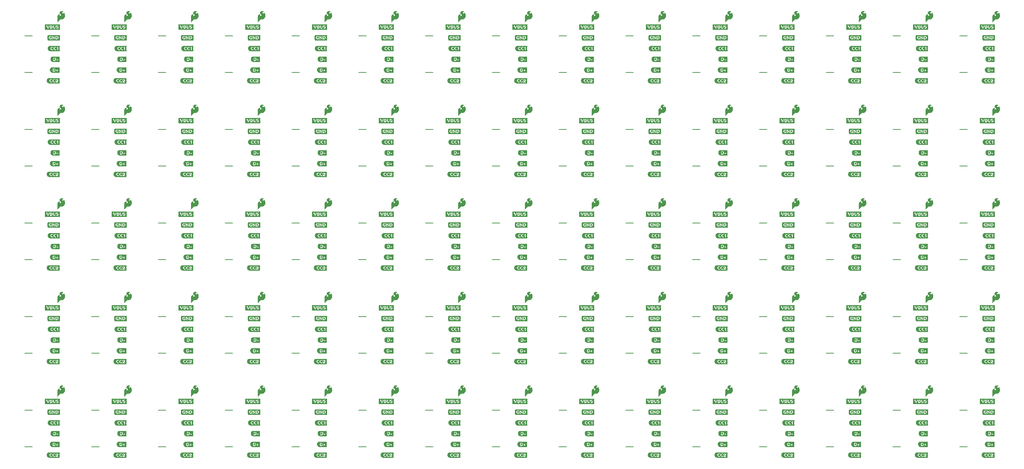
<source format=gto>
G75*
%MOIN*%
%OFA0B0*%
%FSLAX25Y25*%
%IPPOS*%
%LPD*%
%AMOC8*
5,1,8,0,0,1.08239X$1,22.5*
%
%ADD10C,0.00300*%
%ADD11C,0.00600*%
%ADD12R,0.09213X0.00118*%
%ADD13R,0.09567X0.00118*%
%ADD14R,0.09803X0.00079*%
%ADD15R,0.10039X0.00157*%
%ADD16R,0.10157X0.00118*%
%ADD17R,0.10276X0.00118*%
%ADD18R,0.10394X0.00079*%
%ADD19R,0.03425X0.00118*%
%ADD20R,0.02480X0.00118*%
%ADD21R,0.03898X0.00118*%
%ADD22R,0.03071X0.00157*%
%ADD23R,0.01535X0.00157*%
%ADD24R,0.01417X0.00157*%
%ADD25R,0.02835X0.00118*%
%ADD26R,0.01063X0.00118*%
%ADD27R,0.01181X0.00118*%
%ADD28R,0.01417X0.00118*%
%ADD29R,0.00827X0.00118*%
%ADD30R,0.02717X0.00118*%
%ADD31R,0.00591X0.00118*%
%ADD32R,0.00709X0.00118*%
%ADD33R,0.02717X0.00157*%
%ADD34R,0.00591X0.00157*%
%ADD35R,0.02598X0.00118*%
%ADD36R,0.00472X0.00118*%
%ADD37R,0.02598X0.00157*%
%ADD38R,0.01890X0.00157*%
%ADD39R,0.02008X0.00157*%
%ADD40R,0.02008X0.00118*%
%ADD41R,0.02244X0.00118*%
%ADD42R,0.02126X0.00118*%
%ADD43R,0.02480X0.00157*%
%ADD44R,0.02126X0.00157*%
%ADD45R,0.02835X0.00157*%
%ADD46R,0.00472X0.00157*%
%ADD47R,0.00945X0.00157*%
%ADD48R,0.00945X0.00118*%
%ADD49R,0.02953X0.00157*%
%ADD50R,0.01299X0.00157*%
%ADD51R,0.01181X0.00157*%
%ADD52R,0.03071X0.00118*%
%ADD53R,0.01772X0.00118*%
%ADD54R,0.01535X0.00118*%
%ADD55R,0.10394X0.00118*%
%ADD56R,0.10039X0.00118*%
%ADD57R,0.09803X0.00118*%
%ADD58R,0.10512X0.00118*%
%ADD59R,0.10748X0.00079*%
%ADD60R,0.10984X0.00157*%
%ADD61R,0.11102X0.00118*%
%ADD62R,0.11220X0.00118*%
%ADD63R,0.11339X0.00079*%
%ADD64R,0.03543X0.00118*%
%ADD65R,0.02362X0.00118*%
%ADD66R,0.01890X0.00118*%
%ADD67R,0.03189X0.00157*%
%ADD68R,0.01654X0.00157*%
%ADD69R,0.02953X0.00118*%
%ADD70R,0.00354X0.00118*%
%ADD71R,0.01654X0.00118*%
%ADD72R,0.00354X0.00157*%
%ADD73R,0.00827X0.00157*%
%ADD74R,0.03307X0.00157*%
%ADD75R,0.03189X0.00118*%
%ADD76R,0.00236X0.00118*%
%ADD77R,0.01299X0.00118*%
%ADD78R,0.00118X0.00118*%
%ADD79R,0.11339X0.00118*%
%ADD80R,0.10984X0.00118*%
%ADD81R,0.10748X0.00118*%
%ADD82R,0.06614X0.00118*%
%ADD83R,0.06969X0.00118*%
%ADD84R,0.07205X0.00079*%
%ADD85R,0.07441X0.00157*%
%ADD86R,0.07559X0.00118*%
%ADD87R,0.07677X0.00118*%
%ADD88R,0.07795X0.00079*%
%ADD89R,0.07913X0.00118*%
%ADD90R,0.02244X0.00157*%
%ADD91R,0.04134X0.00157*%
%ADD92R,0.03780X0.00118*%
%ADD93R,0.03543X0.00157*%
%ADD94R,0.03307X0.00118*%
%ADD95R,0.01063X0.00157*%
%ADD96R,0.03661X0.00118*%
%ADD97R,0.04016X0.00157*%
%ADD98R,0.04252X0.00118*%
%ADD99R,0.07795X0.00118*%
%ADD100R,0.07441X0.00118*%
%ADD101R,0.07205X0.00118*%
%ADD102R,0.07087X0.00118*%
%ADD103R,0.07677X0.00079*%
%ADD104R,0.07913X0.00157*%
%ADD105R,0.08031X0.00118*%
%ADD106R,0.08150X0.00118*%
%ADD107R,0.08268X0.00079*%
%ADD108R,0.08386X0.00118*%
%ADD109R,0.04606X0.00157*%
%ADD110R,0.04370X0.00118*%
%ADD111R,0.04134X0.00118*%
%ADD112R,0.04016X0.00118*%
%ADD113R,0.03898X0.00157*%
%ADD114R,0.04724X0.00118*%
%ADD115R,0.08268X0.00118*%
%ADD116R,0.11457X0.00118*%
%ADD117R,0.11457X0.00079*%
%ADD118R,0.11457X0.00157*%
%ADD119R,0.00709X0.00157*%
%ADD120R,0.00118X0.00157*%
%ADD121R,0.00236X0.00157*%
%ADD122R,0.13819X0.00118*%
%ADD123R,0.13819X0.00079*%
%ADD124R,0.13819X0.00157*%
%ADD125R,0.01772X0.00157*%
D10*
X0078510Y0100917D02*
X0078707Y0101114D01*
X0078825Y0101311D01*
X0079022Y0101508D01*
X0079219Y0101744D01*
X0079691Y0102217D01*
X0080163Y0102768D01*
X0080557Y0103161D01*
X0080951Y0103398D01*
X0081187Y0103437D01*
X0081935Y0103437D01*
X0082407Y0103516D01*
X0082841Y0103634D01*
X0083234Y0103791D01*
X0083628Y0104028D01*
X0083943Y0104303D01*
X0084258Y0104618D01*
X0084533Y0104972D01*
X0084927Y0105681D01*
X0085124Y0106429D01*
X0085163Y0107098D01*
X0085045Y0107728D01*
X0084848Y0108319D01*
X0084573Y0108752D01*
X0084258Y0109106D01*
X0083943Y0109303D01*
X0083943Y0108949D01*
X0083904Y0108831D01*
X0083864Y0108752D01*
X0083746Y0108634D01*
X0083628Y0108594D01*
X0083510Y0108594D01*
X0083195Y0108673D01*
X0083037Y0108752D01*
X0082919Y0108831D01*
X0082762Y0108949D01*
X0082526Y0109185D01*
X0082368Y0109421D01*
X0082329Y0109579D01*
X0082329Y0109815D01*
X0082368Y0109933D01*
X0082407Y0110012D01*
X0082486Y0110130D01*
X0082644Y0110248D01*
X0082801Y0110327D01*
X0082998Y0110366D01*
X0083156Y0110406D01*
X0083392Y0110406D01*
X0083470Y0110366D01*
X0083510Y0110366D01*
X0083470Y0110406D01*
X0083313Y0110524D01*
X0082762Y0110799D01*
X0082407Y0110878D01*
X0082014Y0110878D01*
X0081581Y0110799D01*
X0081148Y0110563D01*
X0080793Y0110287D01*
X0080596Y0109972D01*
X0080478Y0109618D01*
X0080478Y0109303D01*
X0080557Y0108949D01*
X0080754Y0108594D01*
X0081030Y0108280D01*
X0081344Y0107925D01*
X0081620Y0107650D01*
X0081738Y0107335D01*
X0081738Y0107059D01*
X0081659Y0106823D01*
X0081502Y0106626D01*
X0081266Y0106469D01*
X0080951Y0106390D01*
X0080636Y0106390D01*
X0080439Y0106429D01*
X0080242Y0106508D01*
X0080006Y0106744D01*
X0079927Y0106862D01*
X0079888Y0106980D01*
X0079888Y0107138D01*
X0079927Y0107256D01*
X0080163Y0107492D01*
X0080281Y0107531D01*
X0080439Y0107610D01*
X0080478Y0107650D01*
X0080321Y0107728D01*
X0079848Y0107728D01*
X0079612Y0107689D01*
X0079415Y0107650D01*
X0079219Y0107571D01*
X0079061Y0107453D01*
X0078864Y0107295D01*
X0078628Y0106902D01*
X0078549Y0106626D01*
X0078510Y0106311D01*
X0078510Y0100917D01*
X0078510Y0101038D02*
X0078631Y0101038D01*
X0078510Y0101337D02*
X0078851Y0101337D01*
X0079128Y0101635D02*
X0078510Y0101635D01*
X0078510Y0101934D02*
X0079408Y0101934D01*
X0079704Y0102232D02*
X0078510Y0102232D01*
X0078510Y0102531D02*
X0079960Y0102531D01*
X0080225Y0102829D02*
X0078510Y0102829D01*
X0078510Y0103128D02*
X0080523Y0103128D01*
X0081123Y0103426D02*
X0078510Y0103426D01*
X0078510Y0103725D02*
X0083068Y0103725D01*
X0083621Y0104023D02*
X0078510Y0104023D01*
X0078510Y0104322D02*
X0083962Y0104322D01*
X0084260Y0104620D02*
X0078510Y0104620D01*
X0078510Y0104919D02*
X0084492Y0104919D01*
X0084670Y0105217D02*
X0078510Y0105217D01*
X0078510Y0105516D02*
X0084835Y0105516D01*
X0084962Y0105814D02*
X0078510Y0105814D01*
X0078510Y0106113D02*
X0085041Y0106113D01*
X0085119Y0106411D02*
X0081038Y0106411D01*
X0080527Y0106411D02*
X0078522Y0106411D01*
X0078573Y0106710D02*
X0080040Y0106710D01*
X0079888Y0107008D02*
X0078692Y0107008D01*
X0078879Y0107307D02*
X0079978Y0107307D01*
X0080430Y0107605D02*
X0079305Y0107605D01*
X0080836Y0108501D02*
X0084733Y0108501D01*
X0084887Y0108203D02*
X0081098Y0108203D01*
X0081366Y0107904D02*
X0084987Y0107904D01*
X0085068Y0107605D02*
X0081637Y0107605D01*
X0081738Y0107307D02*
X0085124Y0107307D01*
X0085158Y0107008D02*
X0081721Y0107008D01*
X0081569Y0106710D02*
X0085141Y0106710D01*
X0084531Y0108800D02*
X0083888Y0108800D01*
X0083943Y0109098D02*
X0084265Y0109098D01*
X0082966Y0108800D02*
X0080640Y0108800D01*
X0080524Y0109098D02*
X0082613Y0109098D01*
X0082385Y0109397D02*
X0080478Y0109397D01*
X0080504Y0109695D02*
X0082329Y0109695D01*
X0082398Y0109994D02*
X0080610Y0109994D01*
X0080799Y0110292D02*
X0082732Y0110292D01*
X0083179Y0110591D02*
X0081198Y0110591D01*
X0140510Y0106311D02*
X0140510Y0100917D01*
X0140707Y0101114D01*
X0140825Y0101311D01*
X0141022Y0101508D01*
X0141219Y0101744D01*
X0141691Y0102217D01*
X0142163Y0102768D01*
X0142557Y0103161D01*
X0142951Y0103398D01*
X0143187Y0103437D01*
X0143935Y0103437D01*
X0144407Y0103516D01*
X0144841Y0103634D01*
X0145234Y0103791D01*
X0145628Y0104028D01*
X0145943Y0104303D01*
X0146258Y0104618D01*
X0146533Y0104972D01*
X0146927Y0105681D01*
X0147124Y0106429D01*
X0147163Y0107098D01*
X0147045Y0107728D01*
X0146848Y0108319D01*
X0146573Y0108752D01*
X0146258Y0109106D01*
X0145943Y0109303D01*
X0145943Y0108949D01*
X0145904Y0108831D01*
X0145864Y0108752D01*
X0145746Y0108634D01*
X0145628Y0108594D01*
X0145510Y0108594D01*
X0145195Y0108673D01*
X0145037Y0108752D01*
X0144919Y0108831D01*
X0144762Y0108949D01*
X0144526Y0109185D01*
X0144368Y0109421D01*
X0144329Y0109579D01*
X0144329Y0109815D01*
X0144368Y0109933D01*
X0144407Y0110012D01*
X0144486Y0110130D01*
X0144644Y0110248D01*
X0144801Y0110327D01*
X0144998Y0110366D01*
X0145156Y0110406D01*
X0145392Y0110406D01*
X0145470Y0110366D01*
X0145510Y0110366D01*
X0145470Y0110406D01*
X0145313Y0110524D01*
X0144762Y0110799D01*
X0144407Y0110878D01*
X0144014Y0110878D01*
X0143581Y0110799D01*
X0143148Y0110563D01*
X0142793Y0110287D01*
X0142596Y0109972D01*
X0142478Y0109618D01*
X0142478Y0109303D01*
X0142557Y0108949D01*
X0142754Y0108594D01*
X0143030Y0108280D01*
X0143344Y0107925D01*
X0143620Y0107650D01*
X0143738Y0107335D01*
X0143738Y0107059D01*
X0143659Y0106823D01*
X0143502Y0106626D01*
X0143266Y0106469D01*
X0142951Y0106390D01*
X0142636Y0106390D01*
X0142439Y0106429D01*
X0142242Y0106508D01*
X0142006Y0106744D01*
X0141927Y0106862D01*
X0141888Y0106980D01*
X0141888Y0107138D01*
X0141927Y0107256D01*
X0142163Y0107492D01*
X0142281Y0107531D01*
X0142439Y0107610D01*
X0142478Y0107650D01*
X0142321Y0107728D01*
X0141848Y0107728D01*
X0141612Y0107689D01*
X0141415Y0107650D01*
X0141219Y0107571D01*
X0141061Y0107453D01*
X0140864Y0107295D01*
X0140628Y0106902D01*
X0140549Y0106626D01*
X0140510Y0106311D01*
X0140522Y0106411D02*
X0142527Y0106411D01*
X0143038Y0106411D02*
X0147119Y0106411D01*
X0147141Y0106710D02*
X0143569Y0106710D01*
X0143721Y0107008D02*
X0147158Y0107008D01*
X0147124Y0107307D02*
X0143738Y0107307D01*
X0143637Y0107605D02*
X0147068Y0107605D01*
X0146987Y0107904D02*
X0143366Y0107904D01*
X0143098Y0108203D02*
X0146887Y0108203D01*
X0146733Y0108501D02*
X0142836Y0108501D01*
X0142640Y0108800D02*
X0144966Y0108800D01*
X0144613Y0109098D02*
X0142524Y0109098D01*
X0142478Y0109397D02*
X0144385Y0109397D01*
X0144329Y0109695D02*
X0142504Y0109695D01*
X0142610Y0109994D02*
X0144398Y0109994D01*
X0144732Y0110292D02*
X0142799Y0110292D01*
X0143198Y0110591D02*
X0145179Y0110591D01*
X0145943Y0109098D02*
X0146265Y0109098D01*
X0146531Y0108800D02*
X0145888Y0108800D01*
X0147041Y0106113D02*
X0140510Y0106113D01*
X0140510Y0105814D02*
X0146962Y0105814D01*
X0146835Y0105516D02*
X0140510Y0105516D01*
X0140510Y0105217D02*
X0146670Y0105217D01*
X0146492Y0104919D02*
X0140510Y0104919D01*
X0140510Y0104620D02*
X0146260Y0104620D01*
X0145962Y0104322D02*
X0140510Y0104322D01*
X0140510Y0104023D02*
X0145621Y0104023D01*
X0145068Y0103725D02*
X0140510Y0103725D01*
X0140510Y0103426D02*
X0143123Y0103426D01*
X0142523Y0103128D02*
X0140510Y0103128D01*
X0140510Y0102829D02*
X0142225Y0102829D01*
X0141960Y0102531D02*
X0140510Y0102531D01*
X0140510Y0102232D02*
X0141704Y0102232D01*
X0141408Y0101934D02*
X0140510Y0101934D01*
X0140510Y0101635D02*
X0141128Y0101635D01*
X0140851Y0101337D02*
X0140510Y0101337D01*
X0140510Y0101038D02*
X0140631Y0101038D01*
X0140573Y0106710D02*
X0142040Y0106710D01*
X0141888Y0107008D02*
X0140692Y0107008D01*
X0140879Y0107307D02*
X0141978Y0107307D01*
X0142430Y0107605D02*
X0141305Y0107605D01*
X0202510Y0106311D02*
X0202510Y0100917D01*
X0202707Y0101114D01*
X0202825Y0101311D01*
X0203022Y0101508D01*
X0203219Y0101744D01*
X0203691Y0102217D01*
X0204163Y0102768D01*
X0204557Y0103161D01*
X0204951Y0103398D01*
X0205187Y0103437D01*
X0205935Y0103437D01*
X0206407Y0103516D01*
X0206841Y0103634D01*
X0207234Y0103791D01*
X0207628Y0104028D01*
X0207943Y0104303D01*
X0208258Y0104618D01*
X0208533Y0104972D01*
X0208927Y0105681D01*
X0209124Y0106429D01*
X0209163Y0107098D01*
X0209045Y0107728D01*
X0208848Y0108319D01*
X0208573Y0108752D01*
X0208258Y0109106D01*
X0207943Y0109303D01*
X0207943Y0108949D01*
X0207904Y0108831D01*
X0207864Y0108752D01*
X0207746Y0108634D01*
X0207628Y0108594D01*
X0207510Y0108594D01*
X0207195Y0108673D01*
X0207037Y0108752D01*
X0206919Y0108831D01*
X0206762Y0108949D01*
X0206526Y0109185D01*
X0206368Y0109421D01*
X0206329Y0109579D01*
X0206329Y0109815D01*
X0206368Y0109933D01*
X0206407Y0110012D01*
X0206486Y0110130D01*
X0206644Y0110248D01*
X0206801Y0110327D01*
X0206998Y0110366D01*
X0207156Y0110406D01*
X0207392Y0110406D01*
X0207470Y0110366D01*
X0207510Y0110366D01*
X0207470Y0110406D01*
X0207313Y0110524D01*
X0206762Y0110799D01*
X0206407Y0110878D01*
X0206014Y0110878D01*
X0205581Y0110799D01*
X0205148Y0110563D01*
X0204793Y0110287D01*
X0204596Y0109972D01*
X0204478Y0109618D01*
X0204478Y0109303D01*
X0204557Y0108949D01*
X0204754Y0108594D01*
X0205030Y0108280D01*
X0205344Y0107925D01*
X0205620Y0107650D01*
X0205738Y0107335D01*
X0205738Y0107059D01*
X0205659Y0106823D01*
X0205502Y0106626D01*
X0205266Y0106469D01*
X0204951Y0106390D01*
X0204636Y0106390D01*
X0204439Y0106429D01*
X0204242Y0106508D01*
X0204006Y0106744D01*
X0203927Y0106862D01*
X0203888Y0106980D01*
X0203888Y0107138D01*
X0203927Y0107256D01*
X0204163Y0107492D01*
X0204281Y0107531D01*
X0204439Y0107610D01*
X0204478Y0107650D01*
X0204321Y0107728D01*
X0203848Y0107728D01*
X0203612Y0107689D01*
X0203415Y0107650D01*
X0203219Y0107571D01*
X0203061Y0107453D01*
X0202864Y0107295D01*
X0202628Y0106902D01*
X0202549Y0106626D01*
X0202510Y0106311D01*
X0202522Y0106411D02*
X0204527Y0106411D01*
X0205038Y0106411D02*
X0209119Y0106411D01*
X0209141Y0106710D02*
X0205569Y0106710D01*
X0205721Y0107008D02*
X0209158Y0107008D01*
X0209124Y0107307D02*
X0205738Y0107307D01*
X0205637Y0107605D02*
X0209068Y0107605D01*
X0208987Y0107904D02*
X0205366Y0107904D01*
X0205098Y0108203D02*
X0208887Y0108203D01*
X0208733Y0108501D02*
X0204836Y0108501D01*
X0204640Y0108800D02*
X0206966Y0108800D01*
X0206613Y0109098D02*
X0204524Y0109098D01*
X0204478Y0109397D02*
X0206385Y0109397D01*
X0206329Y0109695D02*
X0204504Y0109695D01*
X0204610Y0109994D02*
X0206398Y0109994D01*
X0206732Y0110292D02*
X0204799Y0110292D01*
X0205198Y0110591D02*
X0207179Y0110591D01*
X0207943Y0109098D02*
X0208265Y0109098D01*
X0208531Y0108800D02*
X0207888Y0108800D01*
X0209041Y0106113D02*
X0202510Y0106113D01*
X0202510Y0105814D02*
X0208962Y0105814D01*
X0208835Y0105516D02*
X0202510Y0105516D01*
X0202510Y0105217D02*
X0208670Y0105217D01*
X0208492Y0104919D02*
X0202510Y0104919D01*
X0202510Y0104620D02*
X0208260Y0104620D01*
X0207962Y0104322D02*
X0202510Y0104322D01*
X0202510Y0104023D02*
X0207621Y0104023D01*
X0207068Y0103725D02*
X0202510Y0103725D01*
X0202510Y0103426D02*
X0205123Y0103426D01*
X0204523Y0103128D02*
X0202510Y0103128D01*
X0202510Y0102829D02*
X0204225Y0102829D01*
X0203960Y0102531D02*
X0202510Y0102531D01*
X0202510Y0102232D02*
X0203704Y0102232D01*
X0203408Y0101934D02*
X0202510Y0101934D01*
X0202510Y0101635D02*
X0203128Y0101635D01*
X0202851Y0101337D02*
X0202510Y0101337D01*
X0202510Y0101038D02*
X0202631Y0101038D01*
X0202573Y0106710D02*
X0204040Y0106710D01*
X0203888Y0107008D02*
X0202692Y0107008D01*
X0202879Y0107307D02*
X0203978Y0107307D01*
X0204430Y0107605D02*
X0203305Y0107605D01*
X0264510Y0106311D02*
X0264510Y0100917D01*
X0264707Y0101114D01*
X0264825Y0101311D01*
X0265022Y0101508D01*
X0265219Y0101744D01*
X0265691Y0102217D01*
X0266163Y0102768D01*
X0266557Y0103161D01*
X0266951Y0103398D01*
X0267187Y0103437D01*
X0267935Y0103437D01*
X0268407Y0103516D01*
X0268841Y0103634D01*
X0269234Y0103791D01*
X0269628Y0104028D01*
X0269943Y0104303D01*
X0270258Y0104618D01*
X0270533Y0104972D01*
X0270927Y0105681D01*
X0271124Y0106429D01*
X0271163Y0107098D01*
X0271045Y0107728D01*
X0270848Y0108319D01*
X0270573Y0108752D01*
X0270258Y0109106D01*
X0269943Y0109303D01*
X0269943Y0108949D01*
X0269904Y0108831D01*
X0269864Y0108752D01*
X0269746Y0108634D01*
X0269628Y0108594D01*
X0269510Y0108594D01*
X0269195Y0108673D01*
X0269037Y0108752D01*
X0268919Y0108831D01*
X0268762Y0108949D01*
X0268526Y0109185D01*
X0268368Y0109421D01*
X0268329Y0109579D01*
X0268329Y0109815D01*
X0268368Y0109933D01*
X0268407Y0110012D01*
X0268486Y0110130D01*
X0268644Y0110248D01*
X0268801Y0110327D01*
X0268998Y0110366D01*
X0269156Y0110406D01*
X0269392Y0110406D01*
X0269470Y0110366D01*
X0269510Y0110366D01*
X0269470Y0110406D01*
X0269313Y0110524D01*
X0268762Y0110799D01*
X0268407Y0110878D01*
X0268014Y0110878D01*
X0267581Y0110799D01*
X0267148Y0110563D01*
X0266793Y0110287D01*
X0266596Y0109972D01*
X0266478Y0109618D01*
X0266478Y0109303D01*
X0266557Y0108949D01*
X0266754Y0108594D01*
X0267030Y0108280D01*
X0267344Y0107925D01*
X0267620Y0107650D01*
X0267738Y0107335D01*
X0267738Y0107059D01*
X0267659Y0106823D01*
X0267502Y0106626D01*
X0267266Y0106469D01*
X0266951Y0106390D01*
X0266636Y0106390D01*
X0266439Y0106429D01*
X0266242Y0106508D01*
X0266006Y0106744D01*
X0265927Y0106862D01*
X0265888Y0106980D01*
X0265888Y0107138D01*
X0265927Y0107256D01*
X0266163Y0107492D01*
X0266281Y0107531D01*
X0266439Y0107610D01*
X0266478Y0107650D01*
X0266321Y0107728D01*
X0265848Y0107728D01*
X0265612Y0107689D01*
X0265415Y0107650D01*
X0265219Y0107571D01*
X0265061Y0107453D01*
X0264864Y0107295D01*
X0264628Y0106902D01*
X0264549Y0106626D01*
X0264510Y0106311D01*
X0264522Y0106411D02*
X0266527Y0106411D01*
X0267038Y0106411D02*
X0271119Y0106411D01*
X0271141Y0106710D02*
X0267569Y0106710D01*
X0267721Y0107008D02*
X0271158Y0107008D01*
X0271124Y0107307D02*
X0267738Y0107307D01*
X0267637Y0107605D02*
X0271068Y0107605D01*
X0270987Y0107904D02*
X0267366Y0107904D01*
X0267098Y0108203D02*
X0270887Y0108203D01*
X0270733Y0108501D02*
X0266836Y0108501D01*
X0266640Y0108800D02*
X0268966Y0108800D01*
X0268613Y0109098D02*
X0266524Y0109098D01*
X0266478Y0109397D02*
X0268385Y0109397D01*
X0268329Y0109695D02*
X0266504Y0109695D01*
X0266610Y0109994D02*
X0268398Y0109994D01*
X0268732Y0110292D02*
X0266799Y0110292D01*
X0267198Y0110591D02*
X0269179Y0110591D01*
X0269943Y0109098D02*
X0270265Y0109098D01*
X0270531Y0108800D02*
X0269888Y0108800D01*
X0271041Y0106113D02*
X0264510Y0106113D01*
X0264510Y0105814D02*
X0270962Y0105814D01*
X0270835Y0105516D02*
X0264510Y0105516D01*
X0264510Y0105217D02*
X0270670Y0105217D01*
X0270492Y0104919D02*
X0264510Y0104919D01*
X0264510Y0104620D02*
X0270260Y0104620D01*
X0269962Y0104322D02*
X0264510Y0104322D01*
X0264510Y0104023D02*
X0269621Y0104023D01*
X0269068Y0103725D02*
X0264510Y0103725D01*
X0264510Y0103426D02*
X0267123Y0103426D01*
X0266523Y0103128D02*
X0264510Y0103128D01*
X0264510Y0102829D02*
X0266225Y0102829D01*
X0265960Y0102531D02*
X0264510Y0102531D01*
X0264510Y0102232D02*
X0265704Y0102232D01*
X0265408Y0101934D02*
X0264510Y0101934D01*
X0264510Y0101635D02*
X0265128Y0101635D01*
X0264851Y0101337D02*
X0264510Y0101337D01*
X0264510Y0101038D02*
X0264631Y0101038D01*
X0264573Y0106710D02*
X0266040Y0106710D01*
X0265888Y0107008D02*
X0264692Y0107008D01*
X0264879Y0107307D02*
X0265978Y0107307D01*
X0266430Y0107605D02*
X0265305Y0107605D01*
X0326510Y0106311D02*
X0326510Y0100917D01*
X0326707Y0101114D01*
X0326825Y0101311D01*
X0327022Y0101508D01*
X0327219Y0101744D01*
X0327691Y0102217D01*
X0328163Y0102768D01*
X0328557Y0103161D01*
X0328951Y0103398D01*
X0329187Y0103437D01*
X0329935Y0103437D01*
X0330407Y0103516D01*
X0330841Y0103634D01*
X0331234Y0103791D01*
X0331628Y0104028D01*
X0331943Y0104303D01*
X0332258Y0104618D01*
X0332533Y0104972D01*
X0332927Y0105681D01*
X0333124Y0106429D01*
X0333163Y0107098D01*
X0333045Y0107728D01*
X0332848Y0108319D01*
X0332573Y0108752D01*
X0332258Y0109106D01*
X0331943Y0109303D01*
X0331943Y0108949D01*
X0331904Y0108831D01*
X0331864Y0108752D01*
X0331746Y0108634D01*
X0331628Y0108594D01*
X0331510Y0108594D01*
X0331195Y0108673D01*
X0331037Y0108752D01*
X0330919Y0108831D01*
X0330762Y0108949D01*
X0330526Y0109185D01*
X0330368Y0109421D01*
X0330329Y0109579D01*
X0330329Y0109815D01*
X0330368Y0109933D01*
X0330407Y0110012D01*
X0330486Y0110130D01*
X0330644Y0110248D01*
X0330801Y0110327D01*
X0330998Y0110366D01*
X0331156Y0110406D01*
X0331392Y0110406D01*
X0331470Y0110366D01*
X0331510Y0110366D01*
X0331470Y0110406D01*
X0331313Y0110524D01*
X0330762Y0110799D01*
X0330407Y0110878D01*
X0330014Y0110878D01*
X0329581Y0110799D01*
X0329148Y0110563D01*
X0328793Y0110287D01*
X0328596Y0109972D01*
X0328478Y0109618D01*
X0328478Y0109303D01*
X0328557Y0108949D01*
X0328754Y0108594D01*
X0329030Y0108280D01*
X0329344Y0107925D01*
X0329620Y0107650D01*
X0329738Y0107335D01*
X0329738Y0107059D01*
X0329659Y0106823D01*
X0329502Y0106626D01*
X0329266Y0106469D01*
X0328951Y0106390D01*
X0328636Y0106390D01*
X0328439Y0106429D01*
X0328242Y0106508D01*
X0328006Y0106744D01*
X0327927Y0106862D01*
X0327888Y0106980D01*
X0327888Y0107138D01*
X0327927Y0107256D01*
X0328163Y0107492D01*
X0328281Y0107531D01*
X0328439Y0107610D01*
X0328478Y0107650D01*
X0328321Y0107728D01*
X0327848Y0107728D01*
X0327612Y0107689D01*
X0327415Y0107650D01*
X0327219Y0107571D01*
X0327061Y0107453D01*
X0326864Y0107295D01*
X0326628Y0106902D01*
X0326549Y0106626D01*
X0326510Y0106311D01*
X0326522Y0106411D02*
X0328527Y0106411D01*
X0329038Y0106411D02*
X0333119Y0106411D01*
X0333141Y0106710D02*
X0329569Y0106710D01*
X0329721Y0107008D02*
X0333158Y0107008D01*
X0333124Y0107307D02*
X0329738Y0107307D01*
X0329637Y0107605D02*
X0333068Y0107605D01*
X0332987Y0107904D02*
X0329366Y0107904D01*
X0329098Y0108203D02*
X0332887Y0108203D01*
X0332733Y0108501D02*
X0328836Y0108501D01*
X0328640Y0108800D02*
X0330966Y0108800D01*
X0330613Y0109098D02*
X0328524Y0109098D01*
X0328478Y0109397D02*
X0330385Y0109397D01*
X0330329Y0109695D02*
X0328504Y0109695D01*
X0328610Y0109994D02*
X0330398Y0109994D01*
X0330732Y0110292D02*
X0328799Y0110292D01*
X0329198Y0110591D02*
X0331179Y0110591D01*
X0331943Y0109098D02*
X0332265Y0109098D01*
X0332531Y0108800D02*
X0331888Y0108800D01*
X0333041Y0106113D02*
X0326510Y0106113D01*
X0326510Y0105814D02*
X0332962Y0105814D01*
X0332835Y0105516D02*
X0326510Y0105516D01*
X0326510Y0105217D02*
X0332670Y0105217D01*
X0332492Y0104919D02*
X0326510Y0104919D01*
X0326510Y0104620D02*
X0332260Y0104620D01*
X0331962Y0104322D02*
X0326510Y0104322D01*
X0326510Y0104023D02*
X0331621Y0104023D01*
X0331068Y0103725D02*
X0326510Y0103725D01*
X0326510Y0103426D02*
X0329123Y0103426D01*
X0328523Y0103128D02*
X0326510Y0103128D01*
X0326510Y0102829D02*
X0328225Y0102829D01*
X0327960Y0102531D02*
X0326510Y0102531D01*
X0326510Y0102232D02*
X0327704Y0102232D01*
X0327408Y0101934D02*
X0326510Y0101934D01*
X0326510Y0101635D02*
X0327128Y0101635D01*
X0326851Y0101337D02*
X0326510Y0101337D01*
X0326510Y0101038D02*
X0326631Y0101038D01*
X0326573Y0106710D02*
X0328040Y0106710D01*
X0327888Y0107008D02*
X0326692Y0107008D01*
X0326879Y0107307D02*
X0327978Y0107307D01*
X0328430Y0107605D02*
X0327305Y0107605D01*
X0388510Y0106311D02*
X0388510Y0100917D01*
X0388707Y0101114D01*
X0388825Y0101311D01*
X0389022Y0101508D01*
X0389219Y0101744D01*
X0389691Y0102217D01*
X0390163Y0102768D01*
X0390557Y0103161D01*
X0390951Y0103398D01*
X0391187Y0103437D01*
X0391935Y0103437D01*
X0392407Y0103516D01*
X0392841Y0103634D01*
X0393234Y0103791D01*
X0393628Y0104028D01*
X0393943Y0104303D01*
X0394258Y0104618D01*
X0394533Y0104972D01*
X0394927Y0105681D01*
X0395124Y0106429D01*
X0395163Y0107098D01*
X0395045Y0107728D01*
X0394848Y0108319D01*
X0394573Y0108752D01*
X0394258Y0109106D01*
X0393943Y0109303D01*
X0393943Y0108949D01*
X0393904Y0108831D01*
X0393864Y0108752D01*
X0393746Y0108634D01*
X0393628Y0108594D01*
X0393510Y0108594D01*
X0393195Y0108673D01*
X0393037Y0108752D01*
X0392919Y0108831D01*
X0392762Y0108949D01*
X0392526Y0109185D01*
X0392368Y0109421D01*
X0392329Y0109579D01*
X0392329Y0109815D01*
X0392368Y0109933D01*
X0392407Y0110012D01*
X0392486Y0110130D01*
X0392644Y0110248D01*
X0392801Y0110327D01*
X0392998Y0110366D01*
X0393156Y0110406D01*
X0393392Y0110406D01*
X0393470Y0110366D01*
X0393510Y0110366D01*
X0393470Y0110406D01*
X0393313Y0110524D01*
X0392762Y0110799D01*
X0392407Y0110878D01*
X0392014Y0110878D01*
X0391581Y0110799D01*
X0391148Y0110563D01*
X0390793Y0110287D01*
X0390596Y0109972D01*
X0390478Y0109618D01*
X0390478Y0109303D01*
X0390557Y0108949D01*
X0390754Y0108594D01*
X0391030Y0108280D01*
X0391344Y0107925D01*
X0391620Y0107650D01*
X0391738Y0107335D01*
X0391738Y0107059D01*
X0391659Y0106823D01*
X0391502Y0106626D01*
X0391266Y0106469D01*
X0390951Y0106390D01*
X0390636Y0106390D01*
X0390439Y0106429D01*
X0390242Y0106508D01*
X0390006Y0106744D01*
X0389927Y0106862D01*
X0389888Y0106980D01*
X0389888Y0107138D01*
X0389927Y0107256D01*
X0390163Y0107492D01*
X0390281Y0107531D01*
X0390439Y0107610D01*
X0390478Y0107650D01*
X0390321Y0107728D01*
X0389848Y0107728D01*
X0389612Y0107689D01*
X0389415Y0107650D01*
X0389219Y0107571D01*
X0389061Y0107453D01*
X0388864Y0107295D01*
X0388628Y0106902D01*
X0388549Y0106626D01*
X0388510Y0106311D01*
X0388522Y0106411D02*
X0390527Y0106411D01*
X0391038Y0106411D02*
X0395119Y0106411D01*
X0395141Y0106710D02*
X0391569Y0106710D01*
X0391721Y0107008D02*
X0395158Y0107008D01*
X0395124Y0107307D02*
X0391738Y0107307D01*
X0391637Y0107605D02*
X0395068Y0107605D01*
X0394987Y0107904D02*
X0391366Y0107904D01*
X0391098Y0108203D02*
X0394887Y0108203D01*
X0394733Y0108501D02*
X0390836Y0108501D01*
X0390640Y0108800D02*
X0392966Y0108800D01*
X0392613Y0109098D02*
X0390524Y0109098D01*
X0390478Y0109397D02*
X0392385Y0109397D01*
X0392329Y0109695D02*
X0390504Y0109695D01*
X0390610Y0109994D02*
X0392398Y0109994D01*
X0392732Y0110292D02*
X0390799Y0110292D01*
X0391198Y0110591D02*
X0393179Y0110591D01*
X0393943Y0109098D02*
X0394265Y0109098D01*
X0394531Y0108800D02*
X0393888Y0108800D01*
X0395041Y0106113D02*
X0388510Y0106113D01*
X0388510Y0105814D02*
X0394962Y0105814D01*
X0394835Y0105516D02*
X0388510Y0105516D01*
X0388510Y0105217D02*
X0394670Y0105217D01*
X0394492Y0104919D02*
X0388510Y0104919D01*
X0388510Y0104620D02*
X0394260Y0104620D01*
X0393962Y0104322D02*
X0388510Y0104322D01*
X0388510Y0104023D02*
X0393621Y0104023D01*
X0393068Y0103725D02*
X0388510Y0103725D01*
X0388510Y0103426D02*
X0391123Y0103426D01*
X0390523Y0103128D02*
X0388510Y0103128D01*
X0388510Y0102829D02*
X0390225Y0102829D01*
X0389960Y0102531D02*
X0388510Y0102531D01*
X0388510Y0102232D02*
X0389704Y0102232D01*
X0389408Y0101934D02*
X0388510Y0101934D01*
X0388510Y0101635D02*
X0389128Y0101635D01*
X0388851Y0101337D02*
X0388510Y0101337D01*
X0388510Y0101038D02*
X0388631Y0101038D01*
X0388573Y0106710D02*
X0390040Y0106710D01*
X0389888Y0107008D02*
X0388692Y0107008D01*
X0388879Y0107307D02*
X0389978Y0107307D01*
X0390430Y0107605D02*
X0389305Y0107605D01*
X0450510Y0106311D02*
X0450510Y0100917D01*
X0450707Y0101114D01*
X0450825Y0101311D01*
X0451022Y0101508D01*
X0451219Y0101744D01*
X0451691Y0102217D01*
X0452163Y0102768D01*
X0452557Y0103161D01*
X0452951Y0103398D01*
X0453187Y0103437D01*
X0453935Y0103437D01*
X0454407Y0103516D01*
X0454841Y0103634D01*
X0455234Y0103791D01*
X0455628Y0104028D01*
X0455943Y0104303D01*
X0456258Y0104618D01*
X0456533Y0104972D01*
X0456927Y0105681D01*
X0457124Y0106429D01*
X0457163Y0107098D01*
X0457045Y0107728D01*
X0456848Y0108319D01*
X0456573Y0108752D01*
X0456258Y0109106D01*
X0455943Y0109303D01*
X0455943Y0108949D01*
X0455904Y0108831D01*
X0455864Y0108752D01*
X0455746Y0108634D01*
X0455628Y0108594D01*
X0455510Y0108594D01*
X0455195Y0108673D01*
X0455037Y0108752D01*
X0454919Y0108831D01*
X0454762Y0108949D01*
X0454526Y0109185D01*
X0454368Y0109421D01*
X0454329Y0109579D01*
X0454329Y0109815D01*
X0454368Y0109933D01*
X0454407Y0110012D01*
X0454486Y0110130D01*
X0454644Y0110248D01*
X0454801Y0110327D01*
X0454998Y0110366D01*
X0455156Y0110406D01*
X0455392Y0110406D01*
X0455470Y0110366D01*
X0455510Y0110366D01*
X0455470Y0110406D01*
X0455313Y0110524D01*
X0454762Y0110799D01*
X0454407Y0110878D01*
X0454014Y0110878D01*
X0453581Y0110799D01*
X0453148Y0110563D01*
X0452793Y0110287D01*
X0452596Y0109972D01*
X0452478Y0109618D01*
X0452478Y0109303D01*
X0452557Y0108949D01*
X0452754Y0108594D01*
X0453030Y0108280D01*
X0453344Y0107925D01*
X0453620Y0107650D01*
X0453738Y0107335D01*
X0453738Y0107059D01*
X0453659Y0106823D01*
X0453502Y0106626D01*
X0453266Y0106469D01*
X0452951Y0106390D01*
X0452636Y0106390D01*
X0452439Y0106429D01*
X0452242Y0106508D01*
X0452006Y0106744D01*
X0451927Y0106862D01*
X0451888Y0106980D01*
X0451888Y0107138D01*
X0451927Y0107256D01*
X0452163Y0107492D01*
X0452281Y0107531D01*
X0452439Y0107610D01*
X0452478Y0107650D01*
X0452321Y0107728D01*
X0451848Y0107728D01*
X0451612Y0107689D01*
X0451415Y0107650D01*
X0451219Y0107571D01*
X0451061Y0107453D01*
X0450864Y0107295D01*
X0450628Y0106902D01*
X0450549Y0106626D01*
X0450510Y0106311D01*
X0450522Y0106411D02*
X0452527Y0106411D01*
X0453038Y0106411D02*
X0457119Y0106411D01*
X0457141Y0106710D02*
X0453569Y0106710D01*
X0453721Y0107008D02*
X0457158Y0107008D01*
X0457124Y0107307D02*
X0453738Y0107307D01*
X0453637Y0107605D02*
X0457068Y0107605D01*
X0456987Y0107904D02*
X0453366Y0107904D01*
X0453098Y0108203D02*
X0456887Y0108203D01*
X0456733Y0108501D02*
X0452836Y0108501D01*
X0452640Y0108800D02*
X0454966Y0108800D01*
X0454613Y0109098D02*
X0452524Y0109098D01*
X0452478Y0109397D02*
X0454385Y0109397D01*
X0454329Y0109695D02*
X0452504Y0109695D01*
X0452610Y0109994D02*
X0454398Y0109994D01*
X0454732Y0110292D02*
X0452799Y0110292D01*
X0453198Y0110591D02*
X0455179Y0110591D01*
X0455943Y0109098D02*
X0456265Y0109098D01*
X0456531Y0108800D02*
X0455888Y0108800D01*
X0457041Y0106113D02*
X0450510Y0106113D01*
X0450510Y0105814D02*
X0456962Y0105814D01*
X0456835Y0105516D02*
X0450510Y0105516D01*
X0450510Y0105217D02*
X0456670Y0105217D01*
X0456492Y0104919D02*
X0450510Y0104919D01*
X0450510Y0104620D02*
X0456260Y0104620D01*
X0455962Y0104322D02*
X0450510Y0104322D01*
X0450510Y0104023D02*
X0455621Y0104023D01*
X0455068Y0103725D02*
X0450510Y0103725D01*
X0450510Y0103426D02*
X0453123Y0103426D01*
X0452523Y0103128D02*
X0450510Y0103128D01*
X0450510Y0102829D02*
X0452225Y0102829D01*
X0451960Y0102531D02*
X0450510Y0102531D01*
X0450510Y0102232D02*
X0451704Y0102232D01*
X0451408Y0101934D02*
X0450510Y0101934D01*
X0450510Y0101635D02*
X0451128Y0101635D01*
X0450851Y0101337D02*
X0450510Y0101337D01*
X0450510Y0101038D02*
X0450631Y0101038D01*
X0450573Y0106710D02*
X0452040Y0106710D01*
X0451888Y0107008D02*
X0450692Y0107008D01*
X0450879Y0107307D02*
X0451978Y0107307D01*
X0452430Y0107605D02*
X0451305Y0107605D01*
X0512510Y0106311D02*
X0512510Y0100917D01*
X0512707Y0101114D01*
X0512825Y0101311D01*
X0513022Y0101508D01*
X0513219Y0101744D01*
X0513691Y0102217D01*
X0514163Y0102768D01*
X0514557Y0103161D01*
X0514951Y0103398D01*
X0515187Y0103437D01*
X0515935Y0103437D01*
X0516407Y0103516D01*
X0516841Y0103634D01*
X0517234Y0103791D01*
X0517628Y0104028D01*
X0517943Y0104303D01*
X0518258Y0104618D01*
X0518533Y0104972D01*
X0518927Y0105681D01*
X0519124Y0106429D01*
X0519163Y0107098D01*
X0519045Y0107728D01*
X0518848Y0108319D01*
X0518573Y0108752D01*
X0518258Y0109106D01*
X0517943Y0109303D01*
X0517943Y0108949D01*
X0517904Y0108831D01*
X0517864Y0108752D01*
X0517746Y0108634D01*
X0517628Y0108594D01*
X0517510Y0108594D01*
X0517195Y0108673D01*
X0517037Y0108752D01*
X0516919Y0108831D01*
X0516762Y0108949D01*
X0516526Y0109185D01*
X0516368Y0109421D01*
X0516329Y0109579D01*
X0516329Y0109815D01*
X0516368Y0109933D01*
X0516407Y0110012D01*
X0516486Y0110130D01*
X0516644Y0110248D01*
X0516801Y0110327D01*
X0516998Y0110366D01*
X0517156Y0110406D01*
X0517392Y0110406D01*
X0517470Y0110366D01*
X0517510Y0110366D01*
X0517470Y0110406D01*
X0517313Y0110524D01*
X0516762Y0110799D01*
X0516407Y0110878D01*
X0516014Y0110878D01*
X0515581Y0110799D01*
X0515148Y0110563D01*
X0514793Y0110287D01*
X0514596Y0109972D01*
X0514478Y0109618D01*
X0514478Y0109303D01*
X0514557Y0108949D01*
X0514754Y0108594D01*
X0515030Y0108280D01*
X0515344Y0107925D01*
X0515620Y0107650D01*
X0515738Y0107335D01*
X0515738Y0107059D01*
X0515659Y0106823D01*
X0515502Y0106626D01*
X0515266Y0106469D01*
X0514951Y0106390D01*
X0514636Y0106390D01*
X0514439Y0106429D01*
X0514242Y0106508D01*
X0514006Y0106744D01*
X0513927Y0106862D01*
X0513888Y0106980D01*
X0513888Y0107138D01*
X0513927Y0107256D01*
X0514163Y0107492D01*
X0514281Y0107531D01*
X0514439Y0107610D01*
X0514478Y0107650D01*
X0514321Y0107728D01*
X0513848Y0107728D01*
X0513612Y0107689D01*
X0513415Y0107650D01*
X0513219Y0107571D01*
X0513061Y0107453D01*
X0512864Y0107295D01*
X0512628Y0106902D01*
X0512549Y0106626D01*
X0512510Y0106311D01*
X0512522Y0106411D02*
X0514527Y0106411D01*
X0515038Y0106411D02*
X0519119Y0106411D01*
X0519141Y0106710D02*
X0515569Y0106710D01*
X0515721Y0107008D02*
X0519158Y0107008D01*
X0519124Y0107307D02*
X0515738Y0107307D01*
X0515637Y0107605D02*
X0519068Y0107605D01*
X0518987Y0107904D02*
X0515366Y0107904D01*
X0515098Y0108203D02*
X0518887Y0108203D01*
X0518733Y0108501D02*
X0514836Y0108501D01*
X0514640Y0108800D02*
X0516966Y0108800D01*
X0516613Y0109098D02*
X0514524Y0109098D01*
X0514478Y0109397D02*
X0516385Y0109397D01*
X0516329Y0109695D02*
X0514504Y0109695D01*
X0514610Y0109994D02*
X0516398Y0109994D01*
X0516732Y0110292D02*
X0514799Y0110292D01*
X0515198Y0110591D02*
X0517179Y0110591D01*
X0517943Y0109098D02*
X0518265Y0109098D01*
X0518531Y0108800D02*
X0517888Y0108800D01*
X0519041Y0106113D02*
X0512510Y0106113D01*
X0512510Y0105814D02*
X0518962Y0105814D01*
X0518835Y0105516D02*
X0512510Y0105516D01*
X0512510Y0105217D02*
X0518670Y0105217D01*
X0518492Y0104919D02*
X0512510Y0104919D01*
X0512510Y0104620D02*
X0518260Y0104620D01*
X0517962Y0104322D02*
X0512510Y0104322D01*
X0512510Y0104023D02*
X0517621Y0104023D01*
X0517068Y0103725D02*
X0512510Y0103725D01*
X0512510Y0103426D02*
X0515123Y0103426D01*
X0514523Y0103128D02*
X0512510Y0103128D01*
X0512510Y0102829D02*
X0514225Y0102829D01*
X0513960Y0102531D02*
X0512510Y0102531D01*
X0512510Y0102232D02*
X0513704Y0102232D01*
X0513408Y0101934D02*
X0512510Y0101934D01*
X0512510Y0101635D02*
X0513128Y0101635D01*
X0512851Y0101337D02*
X0512510Y0101337D01*
X0512510Y0101038D02*
X0512631Y0101038D01*
X0512573Y0106710D02*
X0514040Y0106710D01*
X0513888Y0107008D02*
X0512692Y0107008D01*
X0512879Y0107307D02*
X0513978Y0107307D01*
X0514430Y0107605D02*
X0513305Y0107605D01*
X0574510Y0106311D02*
X0574510Y0100917D01*
X0574707Y0101114D01*
X0574825Y0101311D01*
X0575022Y0101508D01*
X0575219Y0101744D01*
X0575691Y0102217D01*
X0576163Y0102768D01*
X0576557Y0103161D01*
X0576951Y0103398D01*
X0577187Y0103437D01*
X0577935Y0103437D01*
X0578407Y0103516D01*
X0578841Y0103634D01*
X0579234Y0103791D01*
X0579628Y0104028D01*
X0579943Y0104303D01*
X0580258Y0104618D01*
X0580533Y0104972D01*
X0580927Y0105681D01*
X0581124Y0106429D01*
X0581163Y0107098D01*
X0581045Y0107728D01*
X0580848Y0108319D01*
X0580573Y0108752D01*
X0580258Y0109106D01*
X0579943Y0109303D01*
X0579943Y0108949D01*
X0579904Y0108831D01*
X0579864Y0108752D01*
X0579746Y0108634D01*
X0579628Y0108594D01*
X0579510Y0108594D01*
X0579195Y0108673D01*
X0579037Y0108752D01*
X0578919Y0108831D01*
X0578762Y0108949D01*
X0578526Y0109185D01*
X0578368Y0109421D01*
X0578329Y0109579D01*
X0578329Y0109815D01*
X0578368Y0109933D01*
X0578407Y0110012D01*
X0578486Y0110130D01*
X0578644Y0110248D01*
X0578801Y0110327D01*
X0578998Y0110366D01*
X0579156Y0110406D01*
X0579392Y0110406D01*
X0579470Y0110366D01*
X0579510Y0110366D01*
X0579470Y0110406D01*
X0579313Y0110524D01*
X0578762Y0110799D01*
X0578407Y0110878D01*
X0578014Y0110878D01*
X0577581Y0110799D01*
X0577148Y0110563D01*
X0576793Y0110287D01*
X0576596Y0109972D01*
X0576478Y0109618D01*
X0576478Y0109303D01*
X0576557Y0108949D01*
X0576754Y0108594D01*
X0577030Y0108280D01*
X0577344Y0107925D01*
X0577620Y0107650D01*
X0577738Y0107335D01*
X0577738Y0107059D01*
X0577659Y0106823D01*
X0577502Y0106626D01*
X0577266Y0106469D01*
X0576951Y0106390D01*
X0576636Y0106390D01*
X0576439Y0106429D01*
X0576242Y0106508D01*
X0576006Y0106744D01*
X0575927Y0106862D01*
X0575888Y0106980D01*
X0575888Y0107138D01*
X0575927Y0107256D01*
X0576163Y0107492D01*
X0576281Y0107531D01*
X0576439Y0107610D01*
X0576478Y0107650D01*
X0576321Y0107728D01*
X0575848Y0107728D01*
X0575612Y0107689D01*
X0575415Y0107650D01*
X0575219Y0107571D01*
X0575061Y0107453D01*
X0574864Y0107295D01*
X0574628Y0106902D01*
X0574549Y0106626D01*
X0574510Y0106311D01*
X0574522Y0106411D02*
X0576527Y0106411D01*
X0577038Y0106411D02*
X0581119Y0106411D01*
X0581141Y0106710D02*
X0577569Y0106710D01*
X0577721Y0107008D02*
X0581158Y0107008D01*
X0581124Y0107307D02*
X0577738Y0107307D01*
X0577637Y0107605D02*
X0581068Y0107605D01*
X0580987Y0107904D02*
X0577366Y0107904D01*
X0577098Y0108203D02*
X0580887Y0108203D01*
X0580733Y0108501D02*
X0576836Y0108501D01*
X0576640Y0108800D02*
X0578966Y0108800D01*
X0578613Y0109098D02*
X0576524Y0109098D01*
X0576478Y0109397D02*
X0578385Y0109397D01*
X0578329Y0109695D02*
X0576504Y0109695D01*
X0576610Y0109994D02*
X0578398Y0109994D01*
X0578732Y0110292D02*
X0576799Y0110292D01*
X0577198Y0110591D02*
X0579179Y0110591D01*
X0579943Y0109098D02*
X0580265Y0109098D01*
X0580531Y0108800D02*
X0579888Y0108800D01*
X0581041Y0106113D02*
X0574510Y0106113D01*
X0574510Y0105814D02*
X0580962Y0105814D01*
X0580835Y0105516D02*
X0574510Y0105516D01*
X0574510Y0105217D02*
X0580670Y0105217D01*
X0580492Y0104919D02*
X0574510Y0104919D01*
X0574510Y0104620D02*
X0580260Y0104620D01*
X0579962Y0104322D02*
X0574510Y0104322D01*
X0574510Y0104023D02*
X0579621Y0104023D01*
X0579068Y0103725D02*
X0574510Y0103725D01*
X0574510Y0103426D02*
X0577123Y0103426D01*
X0576523Y0103128D02*
X0574510Y0103128D01*
X0574510Y0102829D02*
X0576225Y0102829D01*
X0575960Y0102531D02*
X0574510Y0102531D01*
X0574510Y0102232D02*
X0575704Y0102232D01*
X0575408Y0101934D02*
X0574510Y0101934D01*
X0574510Y0101635D02*
X0575128Y0101635D01*
X0574851Y0101337D02*
X0574510Y0101337D01*
X0574510Y0101038D02*
X0574631Y0101038D01*
X0574573Y0106710D02*
X0576040Y0106710D01*
X0575888Y0107008D02*
X0574692Y0107008D01*
X0574879Y0107307D02*
X0575978Y0107307D01*
X0576430Y0107605D02*
X0575305Y0107605D01*
X0636510Y0106311D02*
X0636510Y0100917D01*
X0636707Y0101114D01*
X0636825Y0101311D01*
X0637022Y0101508D01*
X0637219Y0101744D01*
X0637691Y0102217D01*
X0638163Y0102768D01*
X0638557Y0103161D01*
X0638951Y0103398D01*
X0639187Y0103437D01*
X0639935Y0103437D01*
X0640407Y0103516D01*
X0640841Y0103634D01*
X0641234Y0103791D01*
X0641628Y0104028D01*
X0641943Y0104303D01*
X0642258Y0104618D01*
X0642533Y0104972D01*
X0642927Y0105681D01*
X0643124Y0106429D01*
X0643163Y0107098D01*
X0643045Y0107728D01*
X0642848Y0108319D01*
X0642573Y0108752D01*
X0642258Y0109106D01*
X0641943Y0109303D01*
X0641943Y0108949D01*
X0641904Y0108831D01*
X0641864Y0108752D01*
X0641746Y0108634D01*
X0641628Y0108594D01*
X0641510Y0108594D01*
X0641195Y0108673D01*
X0641037Y0108752D01*
X0640919Y0108831D01*
X0640762Y0108949D01*
X0640526Y0109185D01*
X0640368Y0109421D01*
X0640329Y0109579D01*
X0640329Y0109815D01*
X0640368Y0109933D01*
X0640407Y0110012D01*
X0640486Y0110130D01*
X0640644Y0110248D01*
X0640801Y0110327D01*
X0640998Y0110366D01*
X0641156Y0110406D01*
X0641392Y0110406D01*
X0641470Y0110366D01*
X0641510Y0110366D01*
X0641470Y0110406D01*
X0641313Y0110524D01*
X0640762Y0110799D01*
X0640407Y0110878D01*
X0640014Y0110878D01*
X0639581Y0110799D01*
X0639148Y0110563D01*
X0638793Y0110287D01*
X0638596Y0109972D01*
X0638478Y0109618D01*
X0638478Y0109303D01*
X0638557Y0108949D01*
X0638754Y0108594D01*
X0639030Y0108280D01*
X0639344Y0107925D01*
X0639620Y0107650D01*
X0639738Y0107335D01*
X0639738Y0107059D01*
X0639659Y0106823D01*
X0639502Y0106626D01*
X0639266Y0106469D01*
X0638951Y0106390D01*
X0638636Y0106390D01*
X0638439Y0106429D01*
X0638242Y0106508D01*
X0638006Y0106744D01*
X0637927Y0106862D01*
X0637888Y0106980D01*
X0637888Y0107138D01*
X0637927Y0107256D01*
X0638163Y0107492D01*
X0638281Y0107531D01*
X0638439Y0107610D01*
X0638478Y0107650D01*
X0638321Y0107728D01*
X0637848Y0107728D01*
X0637612Y0107689D01*
X0637415Y0107650D01*
X0637219Y0107571D01*
X0637061Y0107453D01*
X0636864Y0107295D01*
X0636628Y0106902D01*
X0636549Y0106626D01*
X0636510Y0106311D01*
X0636522Y0106411D02*
X0638527Y0106411D01*
X0639038Y0106411D02*
X0643119Y0106411D01*
X0643141Y0106710D02*
X0639569Y0106710D01*
X0639721Y0107008D02*
X0643158Y0107008D01*
X0643124Y0107307D02*
X0639738Y0107307D01*
X0639637Y0107605D02*
X0643068Y0107605D01*
X0642987Y0107904D02*
X0639366Y0107904D01*
X0639098Y0108203D02*
X0642887Y0108203D01*
X0642733Y0108501D02*
X0638836Y0108501D01*
X0638640Y0108800D02*
X0640966Y0108800D01*
X0640613Y0109098D02*
X0638524Y0109098D01*
X0638478Y0109397D02*
X0640385Y0109397D01*
X0640329Y0109695D02*
X0638504Y0109695D01*
X0638610Y0109994D02*
X0640398Y0109994D01*
X0640732Y0110292D02*
X0638799Y0110292D01*
X0639198Y0110591D02*
X0641179Y0110591D01*
X0641943Y0109098D02*
X0642265Y0109098D01*
X0642531Y0108800D02*
X0641888Y0108800D01*
X0643041Y0106113D02*
X0636510Y0106113D01*
X0636510Y0105814D02*
X0642962Y0105814D01*
X0642835Y0105516D02*
X0636510Y0105516D01*
X0636510Y0105217D02*
X0642670Y0105217D01*
X0642492Y0104919D02*
X0636510Y0104919D01*
X0636510Y0104620D02*
X0642260Y0104620D01*
X0641962Y0104322D02*
X0636510Y0104322D01*
X0636510Y0104023D02*
X0641621Y0104023D01*
X0641068Y0103725D02*
X0636510Y0103725D01*
X0636510Y0103426D02*
X0639123Y0103426D01*
X0638523Y0103128D02*
X0636510Y0103128D01*
X0636510Y0102829D02*
X0638225Y0102829D01*
X0637960Y0102531D02*
X0636510Y0102531D01*
X0636510Y0102232D02*
X0637704Y0102232D01*
X0637408Y0101934D02*
X0636510Y0101934D01*
X0636510Y0101635D02*
X0637128Y0101635D01*
X0636851Y0101337D02*
X0636510Y0101337D01*
X0636510Y0101038D02*
X0636631Y0101038D01*
X0636573Y0106710D02*
X0638040Y0106710D01*
X0637888Y0107008D02*
X0636692Y0107008D01*
X0636879Y0107307D02*
X0637978Y0107307D01*
X0638430Y0107605D02*
X0637305Y0107605D01*
X0698510Y0106311D02*
X0698510Y0100917D01*
X0698707Y0101114D01*
X0698825Y0101311D01*
X0699022Y0101508D01*
X0699219Y0101744D01*
X0699691Y0102217D01*
X0700163Y0102768D01*
X0700557Y0103161D01*
X0700951Y0103398D01*
X0701187Y0103437D01*
X0701935Y0103437D01*
X0702407Y0103516D01*
X0702841Y0103634D01*
X0703234Y0103791D01*
X0703628Y0104028D01*
X0703943Y0104303D01*
X0704258Y0104618D01*
X0704533Y0104972D01*
X0704927Y0105681D01*
X0705124Y0106429D01*
X0705163Y0107098D01*
X0705045Y0107728D01*
X0704848Y0108319D01*
X0704573Y0108752D01*
X0704258Y0109106D01*
X0703943Y0109303D01*
X0703943Y0108949D01*
X0703904Y0108831D01*
X0703864Y0108752D01*
X0703746Y0108634D01*
X0703628Y0108594D01*
X0703510Y0108594D01*
X0703195Y0108673D01*
X0703037Y0108752D01*
X0702919Y0108831D01*
X0702762Y0108949D01*
X0702526Y0109185D01*
X0702368Y0109421D01*
X0702329Y0109579D01*
X0702329Y0109815D01*
X0702368Y0109933D01*
X0702407Y0110012D01*
X0702486Y0110130D01*
X0702644Y0110248D01*
X0702801Y0110327D01*
X0702998Y0110366D01*
X0703156Y0110406D01*
X0703392Y0110406D01*
X0703470Y0110366D01*
X0703510Y0110366D01*
X0703470Y0110406D01*
X0703313Y0110524D01*
X0702762Y0110799D01*
X0702407Y0110878D01*
X0702014Y0110878D01*
X0701581Y0110799D01*
X0701148Y0110563D01*
X0700793Y0110287D01*
X0700596Y0109972D01*
X0700478Y0109618D01*
X0700478Y0109303D01*
X0700557Y0108949D01*
X0700754Y0108594D01*
X0701030Y0108280D01*
X0701344Y0107925D01*
X0701620Y0107650D01*
X0701738Y0107335D01*
X0701738Y0107059D01*
X0701659Y0106823D01*
X0701502Y0106626D01*
X0701266Y0106469D01*
X0700951Y0106390D01*
X0700636Y0106390D01*
X0700439Y0106429D01*
X0700242Y0106508D01*
X0700006Y0106744D01*
X0699927Y0106862D01*
X0699888Y0106980D01*
X0699888Y0107138D01*
X0699927Y0107256D01*
X0700163Y0107492D01*
X0700281Y0107531D01*
X0700439Y0107610D01*
X0700478Y0107650D01*
X0700321Y0107728D01*
X0699848Y0107728D01*
X0699612Y0107689D01*
X0699415Y0107650D01*
X0699219Y0107571D01*
X0699061Y0107453D01*
X0698864Y0107295D01*
X0698628Y0106902D01*
X0698549Y0106626D01*
X0698510Y0106311D01*
X0698522Y0106411D02*
X0700527Y0106411D01*
X0701038Y0106411D02*
X0705119Y0106411D01*
X0705141Y0106710D02*
X0701569Y0106710D01*
X0701721Y0107008D02*
X0705158Y0107008D01*
X0705124Y0107307D02*
X0701738Y0107307D01*
X0701637Y0107605D02*
X0705068Y0107605D01*
X0704987Y0107904D02*
X0701366Y0107904D01*
X0701098Y0108203D02*
X0704887Y0108203D01*
X0704733Y0108501D02*
X0700836Y0108501D01*
X0700640Y0108800D02*
X0702966Y0108800D01*
X0702613Y0109098D02*
X0700524Y0109098D01*
X0700478Y0109397D02*
X0702385Y0109397D01*
X0702329Y0109695D02*
X0700504Y0109695D01*
X0700610Y0109994D02*
X0702398Y0109994D01*
X0702732Y0110292D02*
X0700799Y0110292D01*
X0701198Y0110591D02*
X0703179Y0110591D01*
X0703943Y0109098D02*
X0704265Y0109098D01*
X0704531Y0108800D02*
X0703888Y0108800D01*
X0705041Y0106113D02*
X0698510Y0106113D01*
X0698510Y0105814D02*
X0704962Y0105814D01*
X0704835Y0105516D02*
X0698510Y0105516D01*
X0698510Y0105217D02*
X0704670Y0105217D01*
X0704492Y0104919D02*
X0698510Y0104919D01*
X0698510Y0104620D02*
X0704260Y0104620D01*
X0703962Y0104322D02*
X0698510Y0104322D01*
X0698510Y0104023D02*
X0703621Y0104023D01*
X0703068Y0103725D02*
X0698510Y0103725D01*
X0698510Y0103426D02*
X0701123Y0103426D01*
X0700523Y0103128D02*
X0698510Y0103128D01*
X0698510Y0102829D02*
X0700225Y0102829D01*
X0699960Y0102531D02*
X0698510Y0102531D01*
X0698510Y0102232D02*
X0699704Y0102232D01*
X0699408Y0101934D02*
X0698510Y0101934D01*
X0698510Y0101635D02*
X0699128Y0101635D01*
X0698851Y0101337D02*
X0698510Y0101337D01*
X0698510Y0101038D02*
X0698631Y0101038D01*
X0698573Y0106710D02*
X0700040Y0106710D01*
X0699888Y0107008D02*
X0698692Y0107008D01*
X0698879Y0107307D02*
X0699978Y0107307D01*
X0700430Y0107605D02*
X0699305Y0107605D01*
X0760510Y0106311D02*
X0760510Y0100917D01*
X0760707Y0101114D01*
X0760825Y0101311D01*
X0761022Y0101508D01*
X0761219Y0101744D01*
X0761691Y0102217D01*
X0762163Y0102768D01*
X0762557Y0103161D01*
X0762951Y0103398D01*
X0763187Y0103437D01*
X0763935Y0103437D01*
X0764407Y0103516D01*
X0764841Y0103634D01*
X0765234Y0103791D01*
X0765628Y0104028D01*
X0765943Y0104303D01*
X0766258Y0104618D01*
X0766533Y0104972D01*
X0766927Y0105681D01*
X0767124Y0106429D01*
X0767163Y0107098D01*
X0767045Y0107728D01*
X0766848Y0108319D01*
X0766573Y0108752D01*
X0766258Y0109106D01*
X0765943Y0109303D01*
X0765943Y0108949D01*
X0765904Y0108831D01*
X0765864Y0108752D01*
X0765746Y0108634D01*
X0765628Y0108594D01*
X0765510Y0108594D01*
X0765195Y0108673D01*
X0765037Y0108752D01*
X0764919Y0108831D01*
X0764762Y0108949D01*
X0764526Y0109185D01*
X0764368Y0109421D01*
X0764329Y0109579D01*
X0764329Y0109815D01*
X0764368Y0109933D01*
X0764407Y0110012D01*
X0764486Y0110130D01*
X0764644Y0110248D01*
X0764801Y0110327D01*
X0764998Y0110366D01*
X0765156Y0110406D01*
X0765392Y0110406D01*
X0765470Y0110366D01*
X0765510Y0110366D01*
X0765470Y0110406D01*
X0765313Y0110524D01*
X0764762Y0110799D01*
X0764407Y0110878D01*
X0764014Y0110878D01*
X0763581Y0110799D01*
X0763148Y0110563D01*
X0762793Y0110287D01*
X0762596Y0109972D01*
X0762478Y0109618D01*
X0762478Y0109303D01*
X0762557Y0108949D01*
X0762754Y0108594D01*
X0763030Y0108280D01*
X0763344Y0107925D01*
X0763620Y0107650D01*
X0763738Y0107335D01*
X0763738Y0107059D01*
X0763659Y0106823D01*
X0763502Y0106626D01*
X0763266Y0106469D01*
X0762951Y0106390D01*
X0762636Y0106390D01*
X0762439Y0106429D01*
X0762242Y0106508D01*
X0762006Y0106744D01*
X0761927Y0106862D01*
X0761888Y0106980D01*
X0761888Y0107138D01*
X0761927Y0107256D01*
X0762163Y0107492D01*
X0762281Y0107531D01*
X0762439Y0107610D01*
X0762478Y0107650D01*
X0762321Y0107728D01*
X0761848Y0107728D01*
X0761612Y0107689D01*
X0761415Y0107650D01*
X0761219Y0107571D01*
X0761061Y0107453D01*
X0760864Y0107295D01*
X0760628Y0106902D01*
X0760549Y0106626D01*
X0760510Y0106311D01*
X0760522Y0106411D02*
X0762527Y0106411D01*
X0763038Y0106411D02*
X0767119Y0106411D01*
X0767141Y0106710D02*
X0763569Y0106710D01*
X0763721Y0107008D02*
X0767158Y0107008D01*
X0767124Y0107307D02*
X0763738Y0107307D01*
X0763637Y0107605D02*
X0767068Y0107605D01*
X0766987Y0107904D02*
X0763366Y0107904D01*
X0763098Y0108203D02*
X0766887Y0108203D01*
X0766733Y0108501D02*
X0762836Y0108501D01*
X0762640Y0108800D02*
X0764966Y0108800D01*
X0764613Y0109098D02*
X0762524Y0109098D01*
X0762478Y0109397D02*
X0764385Y0109397D01*
X0764329Y0109695D02*
X0762504Y0109695D01*
X0762610Y0109994D02*
X0764398Y0109994D01*
X0764732Y0110292D02*
X0762799Y0110292D01*
X0763198Y0110591D02*
X0765179Y0110591D01*
X0765943Y0109098D02*
X0766265Y0109098D01*
X0766531Y0108800D02*
X0765888Y0108800D01*
X0767041Y0106113D02*
X0760510Y0106113D01*
X0760510Y0105814D02*
X0766962Y0105814D01*
X0766835Y0105516D02*
X0760510Y0105516D01*
X0760510Y0105217D02*
X0766670Y0105217D01*
X0766492Y0104919D02*
X0760510Y0104919D01*
X0760510Y0104620D02*
X0766260Y0104620D01*
X0765962Y0104322D02*
X0760510Y0104322D01*
X0760510Y0104023D02*
X0765621Y0104023D01*
X0765068Y0103725D02*
X0760510Y0103725D01*
X0760510Y0103426D02*
X0763123Y0103426D01*
X0762523Y0103128D02*
X0760510Y0103128D01*
X0760510Y0102829D02*
X0762225Y0102829D01*
X0761960Y0102531D02*
X0760510Y0102531D01*
X0760510Y0102232D02*
X0761704Y0102232D01*
X0761408Y0101934D02*
X0760510Y0101934D01*
X0760510Y0101635D02*
X0761128Y0101635D01*
X0760851Y0101337D02*
X0760510Y0101337D01*
X0760510Y0101038D02*
X0760631Y0101038D01*
X0760573Y0106710D02*
X0762040Y0106710D01*
X0761888Y0107008D02*
X0760692Y0107008D01*
X0760879Y0107307D02*
X0761978Y0107307D01*
X0762430Y0107605D02*
X0761305Y0107605D01*
X0822510Y0106311D02*
X0822510Y0100917D01*
X0822707Y0101114D01*
X0822825Y0101311D01*
X0823022Y0101508D01*
X0823219Y0101744D01*
X0823691Y0102217D01*
X0824163Y0102768D01*
X0824557Y0103161D01*
X0824951Y0103398D01*
X0825187Y0103437D01*
X0825935Y0103437D01*
X0826407Y0103516D01*
X0826841Y0103634D01*
X0827234Y0103791D01*
X0827628Y0104028D01*
X0827943Y0104303D01*
X0828258Y0104618D01*
X0828533Y0104972D01*
X0828927Y0105681D01*
X0829124Y0106429D01*
X0829163Y0107098D01*
X0829045Y0107728D01*
X0828848Y0108319D01*
X0828573Y0108752D01*
X0828258Y0109106D01*
X0827943Y0109303D01*
X0827943Y0108949D01*
X0827904Y0108831D01*
X0827864Y0108752D01*
X0827746Y0108634D01*
X0827628Y0108594D01*
X0827510Y0108594D01*
X0827195Y0108673D01*
X0827037Y0108752D01*
X0826919Y0108831D01*
X0826762Y0108949D01*
X0826526Y0109185D01*
X0826368Y0109421D01*
X0826329Y0109579D01*
X0826329Y0109815D01*
X0826368Y0109933D01*
X0826407Y0110012D01*
X0826486Y0110130D01*
X0826644Y0110248D01*
X0826801Y0110327D01*
X0826998Y0110366D01*
X0827156Y0110406D01*
X0827392Y0110406D01*
X0827470Y0110366D01*
X0827510Y0110366D01*
X0827470Y0110406D01*
X0827313Y0110524D01*
X0826762Y0110799D01*
X0826407Y0110878D01*
X0826014Y0110878D01*
X0825581Y0110799D01*
X0825148Y0110563D01*
X0824793Y0110287D01*
X0824596Y0109972D01*
X0824478Y0109618D01*
X0824478Y0109303D01*
X0824557Y0108949D01*
X0824754Y0108594D01*
X0825030Y0108280D01*
X0825344Y0107925D01*
X0825620Y0107650D01*
X0825738Y0107335D01*
X0825738Y0107059D01*
X0825659Y0106823D01*
X0825502Y0106626D01*
X0825266Y0106469D01*
X0824951Y0106390D01*
X0824636Y0106390D01*
X0824439Y0106429D01*
X0824242Y0106508D01*
X0824006Y0106744D01*
X0823927Y0106862D01*
X0823888Y0106980D01*
X0823888Y0107138D01*
X0823927Y0107256D01*
X0824163Y0107492D01*
X0824281Y0107531D01*
X0824439Y0107610D01*
X0824478Y0107650D01*
X0824321Y0107728D01*
X0823848Y0107728D01*
X0823612Y0107689D01*
X0823415Y0107650D01*
X0823219Y0107571D01*
X0823061Y0107453D01*
X0822864Y0107295D01*
X0822628Y0106902D01*
X0822549Y0106626D01*
X0822510Y0106311D01*
X0822522Y0106411D02*
X0824527Y0106411D01*
X0825038Y0106411D02*
X0829119Y0106411D01*
X0829141Y0106710D02*
X0825569Y0106710D01*
X0825721Y0107008D02*
X0829158Y0107008D01*
X0829124Y0107307D02*
X0825738Y0107307D01*
X0825637Y0107605D02*
X0829068Y0107605D01*
X0828987Y0107904D02*
X0825366Y0107904D01*
X0825098Y0108203D02*
X0828887Y0108203D01*
X0828733Y0108501D02*
X0824836Y0108501D01*
X0824640Y0108800D02*
X0826966Y0108800D01*
X0826613Y0109098D02*
X0824524Y0109098D01*
X0824478Y0109397D02*
X0826385Y0109397D01*
X0826329Y0109695D02*
X0824504Y0109695D01*
X0824610Y0109994D02*
X0826398Y0109994D01*
X0826732Y0110292D02*
X0824799Y0110292D01*
X0825198Y0110591D02*
X0827179Y0110591D01*
X0827943Y0109098D02*
X0828265Y0109098D01*
X0828531Y0108800D02*
X0827888Y0108800D01*
X0829041Y0106113D02*
X0822510Y0106113D01*
X0822510Y0105814D02*
X0828962Y0105814D01*
X0828835Y0105516D02*
X0822510Y0105516D01*
X0822510Y0105217D02*
X0828670Y0105217D01*
X0828492Y0104919D02*
X0822510Y0104919D01*
X0822510Y0104620D02*
X0828260Y0104620D01*
X0827962Y0104322D02*
X0822510Y0104322D01*
X0822510Y0104023D02*
X0827621Y0104023D01*
X0827068Y0103725D02*
X0822510Y0103725D01*
X0822510Y0103426D02*
X0825123Y0103426D01*
X0824523Y0103128D02*
X0822510Y0103128D01*
X0822510Y0102829D02*
X0824225Y0102829D01*
X0823960Y0102531D02*
X0822510Y0102531D01*
X0822510Y0102232D02*
X0823704Y0102232D01*
X0823408Y0101934D02*
X0822510Y0101934D01*
X0822510Y0101635D02*
X0823128Y0101635D01*
X0822851Y0101337D02*
X0822510Y0101337D01*
X0822510Y0101038D02*
X0822631Y0101038D01*
X0822573Y0106710D02*
X0824040Y0106710D01*
X0823888Y0107008D02*
X0822692Y0107008D01*
X0822879Y0107307D02*
X0823978Y0107307D01*
X0824430Y0107605D02*
X0823305Y0107605D01*
X0884510Y0106311D02*
X0884510Y0100917D01*
X0884707Y0101114D01*
X0884825Y0101311D01*
X0885022Y0101508D01*
X0885219Y0101744D01*
X0885691Y0102217D01*
X0886163Y0102768D01*
X0886557Y0103161D01*
X0886951Y0103398D01*
X0887187Y0103437D01*
X0887935Y0103437D01*
X0888407Y0103516D01*
X0888841Y0103634D01*
X0889234Y0103791D01*
X0889628Y0104028D01*
X0889943Y0104303D01*
X0890258Y0104618D01*
X0890533Y0104972D01*
X0890927Y0105681D01*
X0891124Y0106429D01*
X0891163Y0107098D01*
X0891045Y0107728D01*
X0890848Y0108319D01*
X0890573Y0108752D01*
X0890258Y0109106D01*
X0889943Y0109303D01*
X0889943Y0108949D01*
X0889904Y0108831D01*
X0889864Y0108752D01*
X0889746Y0108634D01*
X0889628Y0108594D01*
X0889510Y0108594D01*
X0889195Y0108673D01*
X0889037Y0108752D01*
X0888919Y0108831D01*
X0888762Y0108949D01*
X0888526Y0109185D01*
X0888368Y0109421D01*
X0888329Y0109579D01*
X0888329Y0109815D01*
X0888368Y0109933D01*
X0888407Y0110012D01*
X0888486Y0110130D01*
X0888644Y0110248D01*
X0888801Y0110327D01*
X0888998Y0110366D01*
X0889156Y0110406D01*
X0889392Y0110406D01*
X0889470Y0110366D01*
X0889510Y0110366D01*
X0889470Y0110406D01*
X0889313Y0110524D01*
X0888762Y0110799D01*
X0888407Y0110878D01*
X0888014Y0110878D01*
X0887581Y0110799D01*
X0887148Y0110563D01*
X0886793Y0110287D01*
X0886596Y0109972D01*
X0886478Y0109618D01*
X0886478Y0109303D01*
X0886557Y0108949D01*
X0886754Y0108594D01*
X0887030Y0108280D01*
X0887344Y0107925D01*
X0887620Y0107650D01*
X0887738Y0107335D01*
X0887738Y0107059D01*
X0887659Y0106823D01*
X0887502Y0106626D01*
X0887266Y0106469D01*
X0886951Y0106390D01*
X0886636Y0106390D01*
X0886439Y0106429D01*
X0886242Y0106508D01*
X0886006Y0106744D01*
X0885927Y0106862D01*
X0885888Y0106980D01*
X0885888Y0107138D01*
X0885927Y0107256D01*
X0886163Y0107492D01*
X0886281Y0107531D01*
X0886439Y0107610D01*
X0886478Y0107650D01*
X0886321Y0107728D01*
X0885848Y0107728D01*
X0885612Y0107689D01*
X0885415Y0107650D01*
X0885219Y0107571D01*
X0885061Y0107453D01*
X0884864Y0107295D01*
X0884628Y0106902D01*
X0884549Y0106626D01*
X0884510Y0106311D01*
X0884522Y0106411D02*
X0886527Y0106411D01*
X0887038Y0106411D02*
X0891119Y0106411D01*
X0891141Y0106710D02*
X0887569Y0106710D01*
X0887721Y0107008D02*
X0891158Y0107008D01*
X0891124Y0107307D02*
X0887738Y0107307D01*
X0887637Y0107605D02*
X0891068Y0107605D01*
X0890987Y0107904D02*
X0887366Y0107904D01*
X0887098Y0108203D02*
X0890887Y0108203D01*
X0890733Y0108501D02*
X0886836Y0108501D01*
X0886640Y0108800D02*
X0888966Y0108800D01*
X0888613Y0109098D02*
X0886524Y0109098D01*
X0886478Y0109397D02*
X0888385Y0109397D01*
X0888329Y0109695D02*
X0886504Y0109695D01*
X0886610Y0109994D02*
X0888398Y0109994D01*
X0888732Y0110292D02*
X0886799Y0110292D01*
X0887198Y0110591D02*
X0889179Y0110591D01*
X0889943Y0109098D02*
X0890265Y0109098D01*
X0890531Y0108800D02*
X0889888Y0108800D01*
X0891041Y0106113D02*
X0884510Y0106113D01*
X0884510Y0105814D02*
X0890962Y0105814D01*
X0890835Y0105516D02*
X0884510Y0105516D01*
X0884510Y0105217D02*
X0890670Y0105217D01*
X0890492Y0104919D02*
X0884510Y0104919D01*
X0884510Y0104620D02*
X0890260Y0104620D01*
X0889962Y0104322D02*
X0884510Y0104322D01*
X0884510Y0104023D02*
X0889621Y0104023D01*
X0889068Y0103725D02*
X0884510Y0103725D01*
X0884510Y0103426D02*
X0887123Y0103426D01*
X0886523Y0103128D02*
X0884510Y0103128D01*
X0884510Y0102829D02*
X0886225Y0102829D01*
X0885960Y0102531D02*
X0884510Y0102531D01*
X0884510Y0102232D02*
X0885704Y0102232D01*
X0885408Y0101934D02*
X0884510Y0101934D01*
X0884510Y0101635D02*
X0885128Y0101635D01*
X0884851Y0101337D02*
X0884510Y0101337D01*
X0884510Y0101038D02*
X0884631Y0101038D01*
X0884573Y0106710D02*
X0886040Y0106710D01*
X0885888Y0107008D02*
X0884692Y0107008D01*
X0884879Y0107307D02*
X0885978Y0107307D01*
X0886430Y0107605D02*
X0885305Y0107605D01*
X0946510Y0106311D02*
X0946510Y0100917D01*
X0946707Y0101114D01*
X0946825Y0101311D01*
X0947022Y0101508D01*
X0947219Y0101744D01*
X0947691Y0102217D01*
X0948163Y0102768D01*
X0948557Y0103161D01*
X0948951Y0103398D01*
X0949187Y0103437D01*
X0949935Y0103437D01*
X0950407Y0103516D01*
X0950841Y0103634D01*
X0951234Y0103791D01*
X0951628Y0104028D01*
X0951943Y0104303D01*
X0952258Y0104618D01*
X0952533Y0104972D01*
X0952927Y0105681D01*
X0953124Y0106429D01*
X0953163Y0107098D01*
X0953045Y0107728D01*
X0952848Y0108319D01*
X0952573Y0108752D01*
X0952258Y0109106D01*
X0951943Y0109303D01*
X0951943Y0108949D01*
X0951904Y0108831D01*
X0951864Y0108752D01*
X0951746Y0108634D01*
X0951628Y0108594D01*
X0951510Y0108594D01*
X0951195Y0108673D01*
X0951037Y0108752D01*
X0950919Y0108831D01*
X0950762Y0108949D01*
X0950526Y0109185D01*
X0950368Y0109421D01*
X0950329Y0109579D01*
X0950329Y0109815D01*
X0950368Y0109933D01*
X0950407Y0110012D01*
X0950486Y0110130D01*
X0950644Y0110248D01*
X0950801Y0110327D01*
X0950998Y0110366D01*
X0951156Y0110406D01*
X0951392Y0110406D01*
X0951470Y0110366D01*
X0951510Y0110366D01*
X0951470Y0110406D01*
X0951313Y0110524D01*
X0950762Y0110799D01*
X0950407Y0110878D01*
X0950014Y0110878D01*
X0949581Y0110799D01*
X0949148Y0110563D01*
X0948793Y0110287D01*
X0948596Y0109972D01*
X0948478Y0109618D01*
X0948478Y0109303D01*
X0948557Y0108949D01*
X0948754Y0108594D01*
X0949030Y0108280D01*
X0949344Y0107925D01*
X0949620Y0107650D01*
X0949738Y0107335D01*
X0949738Y0107059D01*
X0949659Y0106823D01*
X0949502Y0106626D01*
X0949266Y0106469D01*
X0948951Y0106390D01*
X0948636Y0106390D01*
X0948439Y0106429D01*
X0948242Y0106508D01*
X0948006Y0106744D01*
X0947927Y0106862D01*
X0947888Y0106980D01*
X0947888Y0107138D01*
X0947927Y0107256D01*
X0948163Y0107492D01*
X0948281Y0107531D01*
X0948439Y0107610D01*
X0948478Y0107650D01*
X0948321Y0107728D01*
X0947848Y0107728D01*
X0947612Y0107689D01*
X0947415Y0107650D01*
X0947219Y0107571D01*
X0947061Y0107453D01*
X0946864Y0107295D01*
X0946628Y0106902D01*
X0946549Y0106626D01*
X0946510Y0106311D01*
X0946522Y0106411D02*
X0948527Y0106411D01*
X0949038Y0106411D02*
X0953119Y0106411D01*
X0953141Y0106710D02*
X0949569Y0106710D01*
X0949721Y0107008D02*
X0953158Y0107008D01*
X0953124Y0107307D02*
X0949738Y0107307D01*
X0949637Y0107605D02*
X0953068Y0107605D01*
X0952987Y0107904D02*
X0949366Y0107904D01*
X0949098Y0108203D02*
X0952887Y0108203D01*
X0952733Y0108501D02*
X0948836Y0108501D01*
X0948640Y0108800D02*
X0950966Y0108800D01*
X0950613Y0109098D02*
X0948524Y0109098D01*
X0948478Y0109397D02*
X0950385Y0109397D01*
X0950329Y0109695D02*
X0948504Y0109695D01*
X0948610Y0109994D02*
X0950398Y0109994D01*
X0950732Y0110292D02*
X0948799Y0110292D01*
X0949198Y0110591D02*
X0951179Y0110591D01*
X0951943Y0109098D02*
X0952265Y0109098D01*
X0952531Y0108800D02*
X0951888Y0108800D01*
X0953041Y0106113D02*
X0946510Y0106113D01*
X0946510Y0105814D02*
X0952962Y0105814D01*
X0952835Y0105516D02*
X0946510Y0105516D01*
X0946510Y0105217D02*
X0952670Y0105217D01*
X0952492Y0104919D02*
X0946510Y0104919D01*
X0946510Y0104620D02*
X0952260Y0104620D01*
X0951962Y0104322D02*
X0946510Y0104322D01*
X0946510Y0104023D02*
X0951621Y0104023D01*
X0951068Y0103725D02*
X0946510Y0103725D01*
X0946510Y0103426D02*
X0949123Y0103426D01*
X0948523Y0103128D02*
X0946510Y0103128D01*
X0946510Y0102829D02*
X0948225Y0102829D01*
X0947960Y0102531D02*
X0946510Y0102531D01*
X0946510Y0102232D02*
X0947704Y0102232D01*
X0947408Y0101934D02*
X0946510Y0101934D01*
X0946510Y0101635D02*
X0947128Y0101635D01*
X0946851Y0101337D02*
X0946510Y0101337D01*
X0946510Y0101038D02*
X0946631Y0101038D01*
X0946573Y0106710D02*
X0948040Y0106710D01*
X0947888Y0107008D02*
X0946692Y0107008D01*
X0946879Y0107307D02*
X0947978Y0107307D01*
X0948430Y0107605D02*
X0947305Y0107605D01*
X0946510Y0187917D02*
X0946707Y0188114D01*
X0946825Y0188311D01*
X0947022Y0188508D01*
X0947219Y0188744D01*
X0947691Y0189217D01*
X0948163Y0189768D01*
X0948557Y0190161D01*
X0948951Y0190398D01*
X0949187Y0190437D01*
X0949935Y0190437D01*
X0950407Y0190516D01*
X0950841Y0190634D01*
X0951234Y0190791D01*
X0951628Y0191028D01*
X0951943Y0191303D01*
X0952258Y0191618D01*
X0952533Y0191972D01*
X0952927Y0192681D01*
X0953124Y0193429D01*
X0953163Y0194098D01*
X0953045Y0194728D01*
X0952848Y0195319D01*
X0952573Y0195752D01*
X0952258Y0196106D01*
X0951943Y0196303D01*
X0951943Y0195949D01*
X0951904Y0195831D01*
X0951864Y0195752D01*
X0951746Y0195634D01*
X0951628Y0195594D01*
X0951510Y0195594D01*
X0951195Y0195673D01*
X0951037Y0195752D01*
X0950919Y0195831D01*
X0950762Y0195949D01*
X0950526Y0196185D01*
X0950368Y0196421D01*
X0950329Y0196579D01*
X0950329Y0196815D01*
X0950368Y0196933D01*
X0950407Y0197012D01*
X0950486Y0197130D01*
X0950644Y0197248D01*
X0950801Y0197327D01*
X0950998Y0197366D01*
X0951156Y0197406D01*
X0951392Y0197406D01*
X0951470Y0197366D01*
X0951510Y0197366D01*
X0951470Y0197406D01*
X0951313Y0197524D01*
X0950762Y0197799D01*
X0950407Y0197878D01*
X0950014Y0197878D01*
X0949581Y0197799D01*
X0949148Y0197563D01*
X0948793Y0197287D01*
X0948596Y0196972D01*
X0948478Y0196618D01*
X0948478Y0196303D01*
X0948557Y0195949D01*
X0948754Y0195594D01*
X0949030Y0195280D01*
X0949344Y0194925D01*
X0949620Y0194650D01*
X0949738Y0194335D01*
X0949738Y0194059D01*
X0949659Y0193823D01*
X0949502Y0193626D01*
X0949266Y0193469D01*
X0948951Y0193390D01*
X0948636Y0193390D01*
X0948439Y0193429D01*
X0948242Y0193508D01*
X0948006Y0193744D01*
X0947927Y0193862D01*
X0947888Y0193980D01*
X0947888Y0194138D01*
X0947927Y0194256D01*
X0948163Y0194492D01*
X0948281Y0194531D01*
X0948439Y0194610D01*
X0948478Y0194650D01*
X0948321Y0194728D01*
X0947848Y0194728D01*
X0947612Y0194689D01*
X0947415Y0194650D01*
X0947219Y0194571D01*
X0947061Y0194453D01*
X0946864Y0194295D01*
X0946628Y0193902D01*
X0946549Y0193626D01*
X0946510Y0193311D01*
X0946510Y0187917D01*
X0946510Y0188204D02*
X0946760Y0188204D01*
X0946510Y0188502D02*
X0947016Y0188502D01*
X0947275Y0188801D02*
X0946510Y0188801D01*
X0946510Y0189099D02*
X0947573Y0189099D01*
X0947846Y0189398D02*
X0946510Y0189398D01*
X0946510Y0189696D02*
X0948102Y0189696D01*
X0948390Y0189995D02*
X0946510Y0189995D01*
X0946510Y0190293D02*
X0948777Y0190293D01*
X0950686Y0190592D02*
X0946510Y0190592D01*
X0946510Y0190890D02*
X0951399Y0190890D01*
X0951812Y0191189D02*
X0946510Y0191189D01*
X0946510Y0191487D02*
X0952127Y0191487D01*
X0952388Y0191786D02*
X0946510Y0191786D01*
X0946510Y0192084D02*
X0952596Y0192084D01*
X0952761Y0192383D02*
X0946510Y0192383D01*
X0946510Y0192681D02*
X0952927Y0192681D01*
X0953006Y0192980D02*
X0946510Y0192980D01*
X0946510Y0193278D02*
X0953084Y0193278D01*
X0953133Y0193577D02*
X0949428Y0193577D01*
X0949677Y0193875D02*
X0953150Y0193875D01*
X0953149Y0194174D02*
X0949738Y0194174D01*
X0949687Y0194472D02*
X0953093Y0194472D01*
X0953031Y0194771D02*
X0949499Y0194771D01*
X0949216Y0195069D02*
X0952932Y0195069D01*
X0952817Y0195368D02*
X0948952Y0195368D01*
X0948714Y0195666D02*
X0951222Y0195666D01*
X0951779Y0195666D02*
X0952627Y0195666D01*
X0952384Y0195965D02*
X0951943Y0195965D01*
X0951943Y0196263D02*
X0952007Y0196263D01*
X0950746Y0195965D02*
X0948554Y0195965D01*
X0948487Y0196263D02*
X0950473Y0196263D01*
X0950333Y0196562D02*
X0948478Y0196562D01*
X0948559Y0196860D02*
X0950344Y0196860D01*
X0950525Y0197159D02*
X0948713Y0197159D01*
X0949012Y0197457D02*
X0951401Y0197457D01*
X0950848Y0197756D02*
X0949501Y0197756D01*
X0948144Y0194472D02*
X0947087Y0194472D01*
X0946791Y0194174D02*
X0947900Y0194174D01*
X0947923Y0193875D02*
X0946620Y0193875D01*
X0946543Y0193577D02*
X0948173Y0193577D01*
X0891163Y0194098D02*
X0891045Y0194728D01*
X0890848Y0195319D01*
X0890573Y0195752D01*
X0890258Y0196106D01*
X0889943Y0196303D01*
X0889943Y0195949D01*
X0889904Y0195831D01*
X0889864Y0195752D01*
X0889746Y0195634D01*
X0889628Y0195594D01*
X0889510Y0195594D01*
X0889195Y0195673D01*
X0889037Y0195752D01*
X0888919Y0195831D01*
X0888762Y0195949D01*
X0888526Y0196185D01*
X0888368Y0196421D01*
X0888329Y0196579D01*
X0888329Y0196815D01*
X0888368Y0196933D01*
X0888407Y0197012D01*
X0888486Y0197130D01*
X0888644Y0197248D01*
X0888801Y0197327D01*
X0888998Y0197366D01*
X0889156Y0197406D01*
X0889392Y0197406D01*
X0889470Y0197366D01*
X0889510Y0197366D01*
X0889470Y0197406D01*
X0889313Y0197524D01*
X0888762Y0197799D01*
X0888407Y0197878D01*
X0888014Y0197878D01*
X0887581Y0197799D01*
X0887148Y0197563D01*
X0886793Y0197287D01*
X0886596Y0196972D01*
X0886478Y0196618D01*
X0886478Y0196303D01*
X0886557Y0195949D01*
X0886754Y0195594D01*
X0887030Y0195280D01*
X0887344Y0194925D01*
X0887620Y0194650D01*
X0887738Y0194335D01*
X0887738Y0194059D01*
X0887659Y0193823D01*
X0887502Y0193626D01*
X0887266Y0193469D01*
X0886951Y0193390D01*
X0886636Y0193390D01*
X0886439Y0193429D01*
X0886242Y0193508D01*
X0886006Y0193744D01*
X0885927Y0193862D01*
X0885888Y0193980D01*
X0885888Y0194138D01*
X0885927Y0194256D01*
X0886163Y0194492D01*
X0886281Y0194531D01*
X0886439Y0194610D01*
X0886478Y0194650D01*
X0886321Y0194728D01*
X0885848Y0194728D01*
X0885612Y0194689D01*
X0885415Y0194650D01*
X0885219Y0194571D01*
X0885061Y0194453D01*
X0884864Y0194295D01*
X0884628Y0193902D01*
X0884549Y0193626D01*
X0884510Y0193311D01*
X0884510Y0187917D01*
X0884707Y0188114D01*
X0884825Y0188311D01*
X0885022Y0188508D01*
X0885219Y0188744D01*
X0885691Y0189217D01*
X0886163Y0189768D01*
X0886557Y0190161D01*
X0886951Y0190398D01*
X0887187Y0190437D01*
X0887935Y0190437D01*
X0888407Y0190516D01*
X0888841Y0190634D01*
X0889234Y0190791D01*
X0889628Y0191028D01*
X0889943Y0191303D01*
X0890258Y0191618D01*
X0890533Y0191972D01*
X0890927Y0192681D01*
X0891124Y0193429D01*
X0891163Y0194098D01*
X0891149Y0194174D02*
X0887738Y0194174D01*
X0887687Y0194472D02*
X0891093Y0194472D01*
X0891031Y0194771D02*
X0887499Y0194771D01*
X0887216Y0195069D02*
X0890932Y0195069D01*
X0890817Y0195368D02*
X0886952Y0195368D01*
X0886714Y0195666D02*
X0889222Y0195666D01*
X0889779Y0195666D02*
X0890627Y0195666D01*
X0890384Y0195965D02*
X0889943Y0195965D01*
X0889943Y0196263D02*
X0890007Y0196263D01*
X0888746Y0195965D02*
X0886554Y0195965D01*
X0886487Y0196263D02*
X0888473Y0196263D01*
X0888333Y0196562D02*
X0886478Y0196562D01*
X0886559Y0196860D02*
X0888344Y0196860D01*
X0888525Y0197159D02*
X0886713Y0197159D01*
X0887012Y0197457D02*
X0889401Y0197457D01*
X0888848Y0197756D02*
X0887501Y0197756D01*
X0886144Y0194472D02*
X0885087Y0194472D01*
X0884791Y0194174D02*
X0885900Y0194174D01*
X0885923Y0193875D02*
X0884620Y0193875D01*
X0884543Y0193577D02*
X0886173Y0193577D01*
X0887428Y0193577D02*
X0891133Y0193577D01*
X0891150Y0193875D02*
X0887677Y0193875D01*
X0884510Y0193278D02*
X0891084Y0193278D01*
X0891006Y0192980D02*
X0884510Y0192980D01*
X0884510Y0192681D02*
X0890927Y0192681D01*
X0890761Y0192383D02*
X0884510Y0192383D01*
X0884510Y0192084D02*
X0890596Y0192084D01*
X0890388Y0191786D02*
X0884510Y0191786D01*
X0884510Y0191487D02*
X0890127Y0191487D01*
X0889812Y0191189D02*
X0884510Y0191189D01*
X0884510Y0190890D02*
X0889399Y0190890D01*
X0888686Y0190592D02*
X0884510Y0190592D01*
X0884510Y0190293D02*
X0886777Y0190293D01*
X0886390Y0189995D02*
X0884510Y0189995D01*
X0884510Y0189696D02*
X0886102Y0189696D01*
X0885846Y0189398D02*
X0884510Y0189398D01*
X0884510Y0189099D02*
X0885573Y0189099D01*
X0885275Y0188801D02*
X0884510Y0188801D01*
X0884510Y0188502D02*
X0885016Y0188502D01*
X0884760Y0188204D02*
X0884510Y0188204D01*
X0829124Y0193429D02*
X0829163Y0194098D01*
X0829045Y0194728D01*
X0828848Y0195319D01*
X0828573Y0195752D01*
X0828258Y0196106D01*
X0827943Y0196303D01*
X0827943Y0195949D01*
X0827904Y0195831D01*
X0827864Y0195752D01*
X0827746Y0195634D01*
X0827628Y0195594D01*
X0827510Y0195594D01*
X0827195Y0195673D01*
X0827037Y0195752D01*
X0826919Y0195831D01*
X0826762Y0195949D01*
X0826526Y0196185D01*
X0826368Y0196421D01*
X0826329Y0196579D01*
X0826329Y0196815D01*
X0826368Y0196933D01*
X0826407Y0197012D01*
X0826486Y0197130D01*
X0826644Y0197248D01*
X0826801Y0197327D01*
X0826998Y0197366D01*
X0827156Y0197406D01*
X0827392Y0197406D01*
X0827470Y0197366D01*
X0827510Y0197366D01*
X0827470Y0197406D01*
X0827313Y0197524D01*
X0826762Y0197799D01*
X0826407Y0197878D01*
X0826014Y0197878D01*
X0825581Y0197799D01*
X0825148Y0197563D01*
X0824793Y0197287D01*
X0824596Y0196972D01*
X0824478Y0196618D01*
X0824478Y0196303D01*
X0824557Y0195949D01*
X0824754Y0195594D01*
X0825030Y0195280D01*
X0825344Y0194925D01*
X0825620Y0194650D01*
X0825738Y0194335D01*
X0825738Y0194059D01*
X0825659Y0193823D01*
X0825502Y0193626D01*
X0825266Y0193469D01*
X0824951Y0193390D01*
X0824636Y0193390D01*
X0824439Y0193429D01*
X0824242Y0193508D01*
X0824006Y0193744D01*
X0823927Y0193862D01*
X0823888Y0193980D01*
X0823888Y0194138D01*
X0823927Y0194256D01*
X0824163Y0194492D01*
X0824281Y0194531D01*
X0824439Y0194610D01*
X0824478Y0194650D01*
X0824321Y0194728D01*
X0823848Y0194728D01*
X0823612Y0194689D01*
X0823415Y0194650D01*
X0823219Y0194571D01*
X0823061Y0194453D01*
X0822864Y0194295D01*
X0822628Y0193902D01*
X0822549Y0193626D01*
X0822510Y0193311D01*
X0822510Y0187917D01*
X0822707Y0188114D01*
X0822825Y0188311D01*
X0823022Y0188508D01*
X0823219Y0188744D01*
X0823691Y0189217D01*
X0824163Y0189768D01*
X0824557Y0190161D01*
X0824951Y0190398D01*
X0825187Y0190437D01*
X0825935Y0190437D01*
X0826407Y0190516D01*
X0826841Y0190634D01*
X0827234Y0190791D01*
X0827628Y0191028D01*
X0827943Y0191303D01*
X0828258Y0191618D01*
X0828533Y0191972D01*
X0828927Y0192681D01*
X0829124Y0193429D01*
X0829133Y0193577D02*
X0825428Y0193577D01*
X0825677Y0193875D02*
X0829150Y0193875D01*
X0829149Y0194174D02*
X0825738Y0194174D01*
X0825687Y0194472D02*
X0829093Y0194472D01*
X0829031Y0194771D02*
X0825499Y0194771D01*
X0825216Y0195069D02*
X0828932Y0195069D01*
X0828817Y0195368D02*
X0824952Y0195368D01*
X0824714Y0195666D02*
X0827222Y0195666D01*
X0827779Y0195666D02*
X0828627Y0195666D01*
X0828384Y0195965D02*
X0827943Y0195965D01*
X0827943Y0196263D02*
X0828007Y0196263D01*
X0826746Y0195965D02*
X0824554Y0195965D01*
X0824487Y0196263D02*
X0826473Y0196263D01*
X0826333Y0196562D02*
X0824478Y0196562D01*
X0824559Y0196860D02*
X0826344Y0196860D01*
X0826525Y0197159D02*
X0824713Y0197159D01*
X0825012Y0197457D02*
X0827401Y0197457D01*
X0826848Y0197756D02*
X0825501Y0197756D01*
X0824144Y0194472D02*
X0823087Y0194472D01*
X0822791Y0194174D02*
X0823900Y0194174D01*
X0823923Y0193875D02*
X0822620Y0193875D01*
X0822543Y0193577D02*
X0824173Y0193577D01*
X0822510Y0193278D02*
X0829084Y0193278D01*
X0829006Y0192980D02*
X0822510Y0192980D01*
X0822510Y0192681D02*
X0828927Y0192681D01*
X0828761Y0192383D02*
X0822510Y0192383D01*
X0822510Y0192084D02*
X0828596Y0192084D01*
X0828388Y0191786D02*
X0822510Y0191786D01*
X0822510Y0191487D02*
X0828127Y0191487D01*
X0827812Y0191189D02*
X0822510Y0191189D01*
X0822510Y0190890D02*
X0827399Y0190890D01*
X0826686Y0190592D02*
X0822510Y0190592D01*
X0822510Y0190293D02*
X0824777Y0190293D01*
X0824390Y0189995D02*
X0822510Y0189995D01*
X0822510Y0189696D02*
X0824102Y0189696D01*
X0823846Y0189398D02*
X0822510Y0189398D01*
X0822510Y0189099D02*
X0823573Y0189099D01*
X0823275Y0188801D02*
X0822510Y0188801D01*
X0822510Y0188502D02*
X0823016Y0188502D01*
X0822760Y0188204D02*
X0822510Y0188204D01*
X0767124Y0193429D02*
X0767163Y0194098D01*
X0767045Y0194728D01*
X0766848Y0195319D01*
X0766573Y0195752D01*
X0766258Y0196106D01*
X0765943Y0196303D01*
X0765943Y0195949D01*
X0765904Y0195831D01*
X0765864Y0195752D01*
X0765746Y0195634D01*
X0765628Y0195594D01*
X0765510Y0195594D01*
X0765195Y0195673D01*
X0765037Y0195752D01*
X0764919Y0195831D01*
X0764762Y0195949D01*
X0764526Y0196185D01*
X0764368Y0196421D01*
X0764329Y0196579D01*
X0764329Y0196815D01*
X0764368Y0196933D01*
X0764407Y0197012D01*
X0764486Y0197130D01*
X0764644Y0197248D01*
X0764801Y0197327D01*
X0764998Y0197366D01*
X0765156Y0197406D01*
X0765392Y0197406D01*
X0765470Y0197366D01*
X0765510Y0197366D01*
X0765470Y0197406D01*
X0765313Y0197524D01*
X0764762Y0197799D01*
X0764407Y0197878D01*
X0764014Y0197878D01*
X0763581Y0197799D01*
X0763148Y0197563D01*
X0762793Y0197287D01*
X0762596Y0196972D01*
X0762478Y0196618D01*
X0762478Y0196303D01*
X0762557Y0195949D01*
X0762754Y0195594D01*
X0763030Y0195280D01*
X0763344Y0194925D01*
X0763620Y0194650D01*
X0763738Y0194335D01*
X0763738Y0194059D01*
X0763659Y0193823D01*
X0763502Y0193626D01*
X0763266Y0193469D01*
X0762951Y0193390D01*
X0762636Y0193390D01*
X0762439Y0193429D01*
X0762242Y0193508D01*
X0762006Y0193744D01*
X0761927Y0193862D01*
X0761888Y0193980D01*
X0761888Y0194138D01*
X0761927Y0194256D01*
X0762163Y0194492D01*
X0762281Y0194531D01*
X0762439Y0194610D01*
X0762478Y0194650D01*
X0762321Y0194728D01*
X0761848Y0194728D01*
X0761612Y0194689D01*
X0761415Y0194650D01*
X0761219Y0194571D01*
X0761061Y0194453D01*
X0760864Y0194295D01*
X0760628Y0193902D01*
X0760549Y0193626D01*
X0760510Y0193311D01*
X0760510Y0187917D01*
X0760707Y0188114D01*
X0760825Y0188311D01*
X0761022Y0188508D01*
X0761219Y0188744D01*
X0761691Y0189217D01*
X0762163Y0189768D01*
X0762557Y0190161D01*
X0762951Y0190398D01*
X0763187Y0190437D01*
X0763935Y0190437D01*
X0764407Y0190516D01*
X0764841Y0190634D01*
X0765234Y0190791D01*
X0765628Y0191028D01*
X0765943Y0191303D01*
X0766258Y0191618D01*
X0766533Y0191972D01*
X0766927Y0192681D01*
X0767124Y0193429D01*
X0767133Y0193577D02*
X0763428Y0193577D01*
X0763677Y0193875D02*
X0767150Y0193875D01*
X0767149Y0194174D02*
X0763738Y0194174D01*
X0763687Y0194472D02*
X0767093Y0194472D01*
X0767031Y0194771D02*
X0763499Y0194771D01*
X0763216Y0195069D02*
X0766932Y0195069D01*
X0766817Y0195368D02*
X0762952Y0195368D01*
X0762714Y0195666D02*
X0765222Y0195666D01*
X0765779Y0195666D02*
X0766627Y0195666D01*
X0766384Y0195965D02*
X0765943Y0195965D01*
X0765943Y0196263D02*
X0766007Y0196263D01*
X0764746Y0195965D02*
X0762554Y0195965D01*
X0762487Y0196263D02*
X0764473Y0196263D01*
X0764333Y0196562D02*
X0762478Y0196562D01*
X0762559Y0196860D02*
X0764344Y0196860D01*
X0764525Y0197159D02*
X0762713Y0197159D01*
X0763012Y0197457D02*
X0765401Y0197457D01*
X0764848Y0197756D02*
X0763501Y0197756D01*
X0762144Y0194472D02*
X0761087Y0194472D01*
X0760791Y0194174D02*
X0761900Y0194174D01*
X0761923Y0193875D02*
X0760620Y0193875D01*
X0760543Y0193577D02*
X0762173Y0193577D01*
X0760510Y0193278D02*
X0767084Y0193278D01*
X0767006Y0192980D02*
X0760510Y0192980D01*
X0760510Y0192681D02*
X0766927Y0192681D01*
X0766761Y0192383D02*
X0760510Y0192383D01*
X0760510Y0192084D02*
X0766596Y0192084D01*
X0766388Y0191786D02*
X0760510Y0191786D01*
X0760510Y0191487D02*
X0766127Y0191487D01*
X0765812Y0191189D02*
X0760510Y0191189D01*
X0760510Y0190890D02*
X0765399Y0190890D01*
X0764686Y0190592D02*
X0760510Y0190592D01*
X0760510Y0190293D02*
X0762777Y0190293D01*
X0762390Y0189995D02*
X0760510Y0189995D01*
X0760510Y0189696D02*
X0762102Y0189696D01*
X0761846Y0189398D02*
X0760510Y0189398D01*
X0760510Y0189099D02*
X0761573Y0189099D01*
X0761275Y0188801D02*
X0760510Y0188801D01*
X0760510Y0188502D02*
X0761016Y0188502D01*
X0760760Y0188204D02*
X0760510Y0188204D01*
X0705124Y0193429D02*
X0705163Y0194098D01*
X0705045Y0194728D01*
X0704848Y0195319D01*
X0704573Y0195752D01*
X0704258Y0196106D01*
X0703943Y0196303D01*
X0703943Y0195949D01*
X0703904Y0195831D01*
X0703864Y0195752D01*
X0703746Y0195634D01*
X0703628Y0195594D01*
X0703510Y0195594D01*
X0703195Y0195673D01*
X0703037Y0195752D01*
X0702919Y0195831D01*
X0702762Y0195949D01*
X0702526Y0196185D01*
X0702368Y0196421D01*
X0702329Y0196579D01*
X0702329Y0196815D01*
X0702368Y0196933D01*
X0702407Y0197012D01*
X0702486Y0197130D01*
X0702644Y0197248D01*
X0702801Y0197327D01*
X0702998Y0197366D01*
X0703156Y0197406D01*
X0703392Y0197406D01*
X0703470Y0197366D01*
X0703510Y0197366D01*
X0703470Y0197406D01*
X0703313Y0197524D01*
X0702762Y0197799D01*
X0702407Y0197878D01*
X0702014Y0197878D01*
X0701581Y0197799D01*
X0701148Y0197563D01*
X0700793Y0197287D01*
X0700596Y0196972D01*
X0700478Y0196618D01*
X0700478Y0196303D01*
X0700557Y0195949D01*
X0700754Y0195594D01*
X0701030Y0195280D01*
X0701344Y0194925D01*
X0701620Y0194650D01*
X0701738Y0194335D01*
X0701738Y0194059D01*
X0701659Y0193823D01*
X0701502Y0193626D01*
X0701266Y0193469D01*
X0700951Y0193390D01*
X0700636Y0193390D01*
X0700439Y0193429D01*
X0700242Y0193508D01*
X0700006Y0193744D01*
X0699927Y0193862D01*
X0699888Y0193980D01*
X0699888Y0194138D01*
X0699927Y0194256D01*
X0700163Y0194492D01*
X0700281Y0194531D01*
X0700439Y0194610D01*
X0700478Y0194650D01*
X0700321Y0194728D01*
X0699848Y0194728D01*
X0699612Y0194689D01*
X0699415Y0194650D01*
X0699219Y0194571D01*
X0699061Y0194453D01*
X0698864Y0194295D01*
X0698628Y0193902D01*
X0698549Y0193626D01*
X0698510Y0193311D01*
X0698510Y0187917D01*
X0698707Y0188114D01*
X0698825Y0188311D01*
X0699022Y0188508D01*
X0699219Y0188744D01*
X0699691Y0189217D01*
X0700163Y0189768D01*
X0700557Y0190161D01*
X0700951Y0190398D01*
X0701187Y0190437D01*
X0701935Y0190437D01*
X0702407Y0190516D01*
X0702841Y0190634D01*
X0703234Y0190791D01*
X0703628Y0191028D01*
X0703943Y0191303D01*
X0704258Y0191618D01*
X0704533Y0191972D01*
X0704927Y0192681D01*
X0705124Y0193429D01*
X0705133Y0193577D02*
X0701428Y0193577D01*
X0701677Y0193875D02*
X0705150Y0193875D01*
X0705149Y0194174D02*
X0701738Y0194174D01*
X0701687Y0194472D02*
X0705093Y0194472D01*
X0705031Y0194771D02*
X0701499Y0194771D01*
X0701216Y0195069D02*
X0704932Y0195069D01*
X0704817Y0195368D02*
X0700952Y0195368D01*
X0700714Y0195666D02*
X0703222Y0195666D01*
X0703779Y0195666D02*
X0704627Y0195666D01*
X0704384Y0195965D02*
X0703943Y0195965D01*
X0703943Y0196263D02*
X0704007Y0196263D01*
X0702746Y0195965D02*
X0700554Y0195965D01*
X0700487Y0196263D02*
X0702473Y0196263D01*
X0702333Y0196562D02*
X0700478Y0196562D01*
X0700559Y0196860D02*
X0702344Y0196860D01*
X0702525Y0197159D02*
X0700713Y0197159D01*
X0701012Y0197457D02*
X0703401Y0197457D01*
X0702848Y0197756D02*
X0701501Y0197756D01*
X0700144Y0194472D02*
X0699087Y0194472D01*
X0698791Y0194174D02*
X0699900Y0194174D01*
X0699923Y0193875D02*
X0698620Y0193875D01*
X0698543Y0193577D02*
X0700173Y0193577D01*
X0698510Y0193278D02*
X0705084Y0193278D01*
X0705006Y0192980D02*
X0698510Y0192980D01*
X0698510Y0192681D02*
X0704927Y0192681D01*
X0704761Y0192383D02*
X0698510Y0192383D01*
X0698510Y0192084D02*
X0704596Y0192084D01*
X0704388Y0191786D02*
X0698510Y0191786D01*
X0698510Y0191487D02*
X0704127Y0191487D01*
X0703812Y0191189D02*
X0698510Y0191189D01*
X0698510Y0190890D02*
X0703399Y0190890D01*
X0702686Y0190592D02*
X0698510Y0190592D01*
X0698510Y0190293D02*
X0700777Y0190293D01*
X0700390Y0189995D02*
X0698510Y0189995D01*
X0698510Y0189696D02*
X0700102Y0189696D01*
X0699846Y0189398D02*
X0698510Y0189398D01*
X0698510Y0189099D02*
X0699573Y0189099D01*
X0699275Y0188801D02*
X0698510Y0188801D01*
X0698510Y0188502D02*
X0699016Y0188502D01*
X0698760Y0188204D02*
X0698510Y0188204D01*
X0643124Y0193429D02*
X0643163Y0194098D01*
X0643045Y0194728D01*
X0642848Y0195319D01*
X0642573Y0195752D01*
X0642258Y0196106D01*
X0641943Y0196303D01*
X0641943Y0195949D01*
X0641904Y0195831D01*
X0641864Y0195752D01*
X0641746Y0195634D01*
X0641628Y0195594D01*
X0641510Y0195594D01*
X0641195Y0195673D01*
X0641037Y0195752D01*
X0640919Y0195831D01*
X0640762Y0195949D01*
X0640526Y0196185D01*
X0640368Y0196421D01*
X0640329Y0196579D01*
X0640329Y0196815D01*
X0640368Y0196933D01*
X0640407Y0197012D01*
X0640486Y0197130D01*
X0640644Y0197248D01*
X0640801Y0197327D01*
X0640998Y0197366D01*
X0641156Y0197406D01*
X0641392Y0197406D01*
X0641470Y0197366D01*
X0641510Y0197366D01*
X0641470Y0197406D01*
X0641313Y0197524D01*
X0640762Y0197799D01*
X0640407Y0197878D01*
X0640014Y0197878D01*
X0639581Y0197799D01*
X0639148Y0197563D01*
X0638793Y0197287D01*
X0638596Y0196972D01*
X0638478Y0196618D01*
X0638478Y0196303D01*
X0638557Y0195949D01*
X0638754Y0195594D01*
X0639030Y0195280D01*
X0639344Y0194925D01*
X0639620Y0194650D01*
X0639738Y0194335D01*
X0639738Y0194059D01*
X0639659Y0193823D01*
X0639502Y0193626D01*
X0639266Y0193469D01*
X0638951Y0193390D01*
X0638636Y0193390D01*
X0638439Y0193429D01*
X0638242Y0193508D01*
X0638006Y0193744D01*
X0637927Y0193862D01*
X0637888Y0193980D01*
X0637888Y0194138D01*
X0637927Y0194256D01*
X0638163Y0194492D01*
X0638281Y0194531D01*
X0638439Y0194610D01*
X0638478Y0194650D01*
X0638321Y0194728D01*
X0637848Y0194728D01*
X0637612Y0194689D01*
X0637415Y0194650D01*
X0637219Y0194571D01*
X0637061Y0194453D01*
X0636864Y0194295D01*
X0636628Y0193902D01*
X0636549Y0193626D01*
X0636510Y0193311D01*
X0636510Y0187917D01*
X0636707Y0188114D01*
X0636825Y0188311D01*
X0637022Y0188508D01*
X0637219Y0188744D01*
X0637691Y0189217D01*
X0638163Y0189768D01*
X0638557Y0190161D01*
X0638951Y0190398D01*
X0639187Y0190437D01*
X0639935Y0190437D01*
X0640407Y0190516D01*
X0640841Y0190634D01*
X0641234Y0190791D01*
X0641628Y0191028D01*
X0641943Y0191303D01*
X0642258Y0191618D01*
X0642533Y0191972D01*
X0642927Y0192681D01*
X0643124Y0193429D01*
X0643133Y0193577D02*
X0639428Y0193577D01*
X0639677Y0193875D02*
X0643150Y0193875D01*
X0643149Y0194174D02*
X0639738Y0194174D01*
X0639687Y0194472D02*
X0643093Y0194472D01*
X0643031Y0194771D02*
X0639499Y0194771D01*
X0639216Y0195069D02*
X0642932Y0195069D01*
X0642817Y0195368D02*
X0638952Y0195368D01*
X0638714Y0195666D02*
X0641222Y0195666D01*
X0641779Y0195666D02*
X0642627Y0195666D01*
X0642384Y0195965D02*
X0641943Y0195965D01*
X0641943Y0196263D02*
X0642007Y0196263D01*
X0640746Y0195965D02*
X0638554Y0195965D01*
X0638487Y0196263D02*
X0640473Y0196263D01*
X0640333Y0196562D02*
X0638478Y0196562D01*
X0638559Y0196860D02*
X0640344Y0196860D01*
X0640525Y0197159D02*
X0638713Y0197159D01*
X0639012Y0197457D02*
X0641401Y0197457D01*
X0640848Y0197756D02*
X0639501Y0197756D01*
X0638144Y0194472D02*
X0637087Y0194472D01*
X0636791Y0194174D02*
X0637900Y0194174D01*
X0637923Y0193875D02*
X0636620Y0193875D01*
X0636543Y0193577D02*
X0638173Y0193577D01*
X0636510Y0193278D02*
X0643084Y0193278D01*
X0643006Y0192980D02*
X0636510Y0192980D01*
X0636510Y0192681D02*
X0642927Y0192681D01*
X0642761Y0192383D02*
X0636510Y0192383D01*
X0636510Y0192084D02*
X0642596Y0192084D01*
X0642388Y0191786D02*
X0636510Y0191786D01*
X0636510Y0191487D02*
X0642127Y0191487D01*
X0641812Y0191189D02*
X0636510Y0191189D01*
X0636510Y0190890D02*
X0641399Y0190890D01*
X0640686Y0190592D02*
X0636510Y0190592D01*
X0636510Y0190293D02*
X0638777Y0190293D01*
X0638390Y0189995D02*
X0636510Y0189995D01*
X0636510Y0189696D02*
X0638102Y0189696D01*
X0637846Y0189398D02*
X0636510Y0189398D01*
X0636510Y0189099D02*
X0637573Y0189099D01*
X0637275Y0188801D02*
X0636510Y0188801D01*
X0636510Y0188502D02*
X0637016Y0188502D01*
X0636760Y0188204D02*
X0636510Y0188204D01*
X0581124Y0193429D02*
X0581163Y0194098D01*
X0581045Y0194728D01*
X0580848Y0195319D01*
X0580573Y0195752D01*
X0580258Y0196106D01*
X0579943Y0196303D01*
X0579943Y0195949D01*
X0579904Y0195831D01*
X0579864Y0195752D01*
X0579746Y0195634D01*
X0579628Y0195594D01*
X0579510Y0195594D01*
X0579195Y0195673D01*
X0579037Y0195752D01*
X0578919Y0195831D01*
X0578762Y0195949D01*
X0578526Y0196185D01*
X0578368Y0196421D01*
X0578329Y0196579D01*
X0578329Y0196815D01*
X0578368Y0196933D01*
X0578407Y0197012D01*
X0578486Y0197130D01*
X0578644Y0197248D01*
X0578801Y0197327D01*
X0578998Y0197366D01*
X0579156Y0197406D01*
X0579392Y0197406D01*
X0579470Y0197366D01*
X0579510Y0197366D01*
X0579470Y0197406D01*
X0579313Y0197524D01*
X0578762Y0197799D01*
X0578407Y0197878D01*
X0578014Y0197878D01*
X0577581Y0197799D01*
X0577148Y0197563D01*
X0576793Y0197287D01*
X0576596Y0196972D01*
X0576478Y0196618D01*
X0576478Y0196303D01*
X0576557Y0195949D01*
X0576754Y0195594D01*
X0577030Y0195280D01*
X0577344Y0194925D01*
X0577620Y0194650D01*
X0577738Y0194335D01*
X0577738Y0194059D01*
X0577659Y0193823D01*
X0577502Y0193626D01*
X0577266Y0193469D01*
X0576951Y0193390D01*
X0576636Y0193390D01*
X0576439Y0193429D01*
X0576242Y0193508D01*
X0576006Y0193744D01*
X0575927Y0193862D01*
X0575888Y0193980D01*
X0575888Y0194138D01*
X0575927Y0194256D01*
X0576163Y0194492D01*
X0576281Y0194531D01*
X0576439Y0194610D01*
X0576478Y0194650D01*
X0576321Y0194728D01*
X0575848Y0194728D01*
X0575612Y0194689D01*
X0575415Y0194650D01*
X0575219Y0194571D01*
X0575061Y0194453D01*
X0574864Y0194295D01*
X0574628Y0193902D01*
X0574549Y0193626D01*
X0574510Y0193311D01*
X0574510Y0187917D01*
X0574707Y0188114D01*
X0574825Y0188311D01*
X0575022Y0188508D01*
X0575219Y0188744D01*
X0575691Y0189217D01*
X0576163Y0189768D01*
X0576557Y0190161D01*
X0576951Y0190398D01*
X0577187Y0190437D01*
X0577935Y0190437D01*
X0578407Y0190516D01*
X0578841Y0190634D01*
X0579234Y0190791D01*
X0579628Y0191028D01*
X0579943Y0191303D01*
X0580258Y0191618D01*
X0580533Y0191972D01*
X0580927Y0192681D01*
X0581124Y0193429D01*
X0581133Y0193577D02*
X0577428Y0193577D01*
X0577677Y0193875D02*
X0581150Y0193875D01*
X0581149Y0194174D02*
X0577738Y0194174D01*
X0577687Y0194472D02*
X0581093Y0194472D01*
X0581031Y0194771D02*
X0577499Y0194771D01*
X0577216Y0195069D02*
X0580932Y0195069D01*
X0580817Y0195368D02*
X0576952Y0195368D01*
X0576714Y0195666D02*
X0579222Y0195666D01*
X0579779Y0195666D02*
X0580627Y0195666D01*
X0580384Y0195965D02*
X0579943Y0195965D01*
X0579943Y0196263D02*
X0580007Y0196263D01*
X0578746Y0195965D02*
X0576554Y0195965D01*
X0576487Y0196263D02*
X0578473Y0196263D01*
X0578333Y0196562D02*
X0576478Y0196562D01*
X0576559Y0196860D02*
X0578344Y0196860D01*
X0578525Y0197159D02*
X0576713Y0197159D01*
X0577012Y0197457D02*
X0579401Y0197457D01*
X0578848Y0197756D02*
X0577501Y0197756D01*
X0576144Y0194472D02*
X0575087Y0194472D01*
X0574791Y0194174D02*
X0575900Y0194174D01*
X0575923Y0193875D02*
X0574620Y0193875D01*
X0574543Y0193577D02*
X0576173Y0193577D01*
X0574510Y0193278D02*
X0581084Y0193278D01*
X0581006Y0192980D02*
X0574510Y0192980D01*
X0574510Y0192681D02*
X0580927Y0192681D01*
X0580761Y0192383D02*
X0574510Y0192383D01*
X0574510Y0192084D02*
X0580596Y0192084D01*
X0580388Y0191786D02*
X0574510Y0191786D01*
X0574510Y0191487D02*
X0580127Y0191487D01*
X0579812Y0191189D02*
X0574510Y0191189D01*
X0574510Y0190890D02*
X0579399Y0190890D01*
X0578686Y0190592D02*
X0574510Y0190592D01*
X0574510Y0190293D02*
X0576777Y0190293D01*
X0576390Y0189995D02*
X0574510Y0189995D01*
X0574510Y0189696D02*
X0576102Y0189696D01*
X0575846Y0189398D02*
X0574510Y0189398D01*
X0574510Y0189099D02*
X0575573Y0189099D01*
X0575275Y0188801D02*
X0574510Y0188801D01*
X0574510Y0188502D02*
X0575016Y0188502D01*
X0574760Y0188204D02*
X0574510Y0188204D01*
X0519124Y0193429D02*
X0519163Y0194098D01*
X0519045Y0194728D01*
X0518848Y0195319D01*
X0518573Y0195752D01*
X0518258Y0196106D01*
X0517943Y0196303D01*
X0517943Y0195949D01*
X0517904Y0195831D01*
X0517864Y0195752D01*
X0517746Y0195634D01*
X0517628Y0195594D01*
X0517510Y0195594D01*
X0517195Y0195673D01*
X0517037Y0195752D01*
X0516919Y0195831D01*
X0516762Y0195949D01*
X0516526Y0196185D01*
X0516368Y0196421D01*
X0516329Y0196579D01*
X0516329Y0196815D01*
X0516368Y0196933D01*
X0516407Y0197012D01*
X0516486Y0197130D01*
X0516644Y0197248D01*
X0516801Y0197327D01*
X0516998Y0197366D01*
X0517156Y0197406D01*
X0517392Y0197406D01*
X0517470Y0197366D01*
X0517510Y0197366D01*
X0517470Y0197406D01*
X0517313Y0197524D01*
X0516762Y0197799D01*
X0516407Y0197878D01*
X0516014Y0197878D01*
X0515581Y0197799D01*
X0515148Y0197563D01*
X0514793Y0197287D01*
X0514596Y0196972D01*
X0514478Y0196618D01*
X0514478Y0196303D01*
X0514557Y0195949D01*
X0514754Y0195594D01*
X0515030Y0195280D01*
X0515344Y0194925D01*
X0515620Y0194650D01*
X0515738Y0194335D01*
X0515738Y0194059D01*
X0515659Y0193823D01*
X0515502Y0193626D01*
X0515266Y0193469D01*
X0514951Y0193390D01*
X0514636Y0193390D01*
X0514439Y0193429D01*
X0514242Y0193508D01*
X0514006Y0193744D01*
X0513927Y0193862D01*
X0513888Y0193980D01*
X0513888Y0194138D01*
X0513927Y0194256D01*
X0514163Y0194492D01*
X0514281Y0194531D01*
X0514439Y0194610D01*
X0514478Y0194650D01*
X0514321Y0194728D01*
X0513848Y0194728D01*
X0513612Y0194689D01*
X0513415Y0194650D01*
X0513219Y0194571D01*
X0513061Y0194453D01*
X0512864Y0194295D01*
X0512628Y0193902D01*
X0512549Y0193626D01*
X0512510Y0193311D01*
X0512510Y0187917D01*
X0512707Y0188114D01*
X0512825Y0188311D01*
X0513022Y0188508D01*
X0513219Y0188744D01*
X0513691Y0189217D01*
X0514163Y0189768D01*
X0514557Y0190161D01*
X0514951Y0190398D01*
X0515187Y0190437D01*
X0515935Y0190437D01*
X0516407Y0190516D01*
X0516841Y0190634D01*
X0517234Y0190791D01*
X0517628Y0191028D01*
X0517943Y0191303D01*
X0518258Y0191618D01*
X0518533Y0191972D01*
X0518927Y0192681D01*
X0519124Y0193429D01*
X0519133Y0193577D02*
X0515428Y0193577D01*
X0515677Y0193875D02*
X0519150Y0193875D01*
X0519149Y0194174D02*
X0515738Y0194174D01*
X0515687Y0194472D02*
X0519093Y0194472D01*
X0519031Y0194771D02*
X0515499Y0194771D01*
X0515216Y0195069D02*
X0518932Y0195069D01*
X0518817Y0195368D02*
X0514952Y0195368D01*
X0514714Y0195666D02*
X0517222Y0195666D01*
X0517779Y0195666D02*
X0518627Y0195666D01*
X0518384Y0195965D02*
X0517943Y0195965D01*
X0517943Y0196263D02*
X0518007Y0196263D01*
X0516746Y0195965D02*
X0514554Y0195965D01*
X0514487Y0196263D02*
X0516473Y0196263D01*
X0516333Y0196562D02*
X0514478Y0196562D01*
X0514559Y0196860D02*
X0516344Y0196860D01*
X0516525Y0197159D02*
X0514713Y0197159D01*
X0515012Y0197457D02*
X0517401Y0197457D01*
X0516848Y0197756D02*
X0515501Y0197756D01*
X0514144Y0194472D02*
X0513087Y0194472D01*
X0512791Y0194174D02*
X0513900Y0194174D01*
X0513923Y0193875D02*
X0512620Y0193875D01*
X0512543Y0193577D02*
X0514173Y0193577D01*
X0512510Y0193278D02*
X0519084Y0193278D01*
X0519006Y0192980D02*
X0512510Y0192980D01*
X0512510Y0192681D02*
X0518927Y0192681D01*
X0518761Y0192383D02*
X0512510Y0192383D01*
X0512510Y0192084D02*
X0518596Y0192084D01*
X0518388Y0191786D02*
X0512510Y0191786D01*
X0512510Y0191487D02*
X0518127Y0191487D01*
X0517812Y0191189D02*
X0512510Y0191189D01*
X0512510Y0190890D02*
X0517399Y0190890D01*
X0516686Y0190592D02*
X0512510Y0190592D01*
X0512510Y0190293D02*
X0514777Y0190293D01*
X0514390Y0189995D02*
X0512510Y0189995D01*
X0512510Y0189696D02*
X0514102Y0189696D01*
X0513846Y0189398D02*
X0512510Y0189398D01*
X0512510Y0189099D02*
X0513573Y0189099D01*
X0513275Y0188801D02*
X0512510Y0188801D01*
X0512510Y0188502D02*
X0513016Y0188502D01*
X0512760Y0188204D02*
X0512510Y0188204D01*
X0457124Y0193429D02*
X0457163Y0194098D01*
X0457045Y0194728D01*
X0456848Y0195319D01*
X0456573Y0195752D01*
X0456258Y0196106D01*
X0455943Y0196303D01*
X0455943Y0195949D01*
X0455904Y0195831D01*
X0455864Y0195752D01*
X0455746Y0195634D01*
X0455628Y0195594D01*
X0455510Y0195594D01*
X0455195Y0195673D01*
X0455037Y0195752D01*
X0454919Y0195831D01*
X0454762Y0195949D01*
X0454526Y0196185D01*
X0454368Y0196421D01*
X0454329Y0196579D01*
X0454329Y0196815D01*
X0454368Y0196933D01*
X0454407Y0197012D01*
X0454486Y0197130D01*
X0454644Y0197248D01*
X0454801Y0197327D01*
X0454998Y0197366D01*
X0455156Y0197406D01*
X0455392Y0197406D01*
X0455470Y0197366D01*
X0455510Y0197366D01*
X0455470Y0197406D01*
X0455313Y0197524D01*
X0454762Y0197799D01*
X0454407Y0197878D01*
X0454014Y0197878D01*
X0453581Y0197799D01*
X0453148Y0197563D01*
X0452793Y0197287D01*
X0452596Y0196972D01*
X0452478Y0196618D01*
X0452478Y0196303D01*
X0452557Y0195949D01*
X0452754Y0195594D01*
X0453030Y0195280D01*
X0453344Y0194925D01*
X0453620Y0194650D01*
X0453738Y0194335D01*
X0453738Y0194059D01*
X0453659Y0193823D01*
X0453502Y0193626D01*
X0453266Y0193469D01*
X0452951Y0193390D01*
X0452636Y0193390D01*
X0452439Y0193429D01*
X0452242Y0193508D01*
X0452006Y0193744D01*
X0451927Y0193862D01*
X0451888Y0193980D01*
X0451888Y0194138D01*
X0451927Y0194256D01*
X0452163Y0194492D01*
X0452281Y0194531D01*
X0452439Y0194610D01*
X0452478Y0194650D01*
X0452321Y0194728D01*
X0451848Y0194728D01*
X0451612Y0194689D01*
X0451415Y0194650D01*
X0451219Y0194571D01*
X0451061Y0194453D01*
X0450864Y0194295D01*
X0450628Y0193902D01*
X0450549Y0193626D01*
X0450510Y0193311D01*
X0450510Y0187917D01*
X0450707Y0188114D01*
X0450825Y0188311D01*
X0451022Y0188508D01*
X0451219Y0188744D01*
X0451691Y0189217D01*
X0452163Y0189768D01*
X0452557Y0190161D01*
X0452951Y0190398D01*
X0453187Y0190437D01*
X0453935Y0190437D01*
X0454407Y0190516D01*
X0454841Y0190634D01*
X0455234Y0190791D01*
X0455628Y0191028D01*
X0455943Y0191303D01*
X0456258Y0191618D01*
X0456533Y0191972D01*
X0456927Y0192681D01*
X0457124Y0193429D01*
X0457133Y0193577D02*
X0453428Y0193577D01*
X0453677Y0193875D02*
X0457150Y0193875D01*
X0457149Y0194174D02*
X0453738Y0194174D01*
X0453687Y0194472D02*
X0457093Y0194472D01*
X0457031Y0194771D02*
X0453499Y0194771D01*
X0453216Y0195069D02*
X0456932Y0195069D01*
X0456817Y0195368D02*
X0452952Y0195368D01*
X0452714Y0195666D02*
X0455222Y0195666D01*
X0455779Y0195666D02*
X0456627Y0195666D01*
X0456384Y0195965D02*
X0455943Y0195965D01*
X0455943Y0196263D02*
X0456007Y0196263D01*
X0454746Y0195965D02*
X0452554Y0195965D01*
X0452487Y0196263D02*
X0454473Y0196263D01*
X0454333Y0196562D02*
X0452478Y0196562D01*
X0452559Y0196860D02*
X0454344Y0196860D01*
X0454525Y0197159D02*
X0452713Y0197159D01*
X0453012Y0197457D02*
X0455401Y0197457D01*
X0454848Y0197756D02*
X0453501Y0197756D01*
X0452144Y0194472D02*
X0451087Y0194472D01*
X0450791Y0194174D02*
X0451900Y0194174D01*
X0451923Y0193875D02*
X0450620Y0193875D01*
X0450543Y0193577D02*
X0452173Y0193577D01*
X0450510Y0193278D02*
X0457084Y0193278D01*
X0457006Y0192980D02*
X0450510Y0192980D01*
X0450510Y0192681D02*
X0456927Y0192681D01*
X0456761Y0192383D02*
X0450510Y0192383D01*
X0450510Y0192084D02*
X0456596Y0192084D01*
X0456388Y0191786D02*
X0450510Y0191786D01*
X0450510Y0191487D02*
X0456127Y0191487D01*
X0455812Y0191189D02*
X0450510Y0191189D01*
X0450510Y0190890D02*
X0455399Y0190890D01*
X0454686Y0190592D02*
X0450510Y0190592D01*
X0450510Y0190293D02*
X0452777Y0190293D01*
X0452390Y0189995D02*
X0450510Y0189995D01*
X0450510Y0189696D02*
X0452102Y0189696D01*
X0451846Y0189398D02*
X0450510Y0189398D01*
X0450510Y0189099D02*
X0451573Y0189099D01*
X0451275Y0188801D02*
X0450510Y0188801D01*
X0450510Y0188502D02*
X0451016Y0188502D01*
X0450760Y0188204D02*
X0450510Y0188204D01*
X0395124Y0193429D02*
X0395163Y0194098D01*
X0395045Y0194728D01*
X0394848Y0195319D01*
X0394573Y0195752D01*
X0394258Y0196106D01*
X0393943Y0196303D01*
X0393943Y0195949D01*
X0393904Y0195831D01*
X0393864Y0195752D01*
X0393746Y0195634D01*
X0393628Y0195594D01*
X0393510Y0195594D01*
X0393195Y0195673D01*
X0393037Y0195752D01*
X0392919Y0195831D01*
X0392762Y0195949D01*
X0392526Y0196185D01*
X0392368Y0196421D01*
X0392329Y0196579D01*
X0392329Y0196815D01*
X0392368Y0196933D01*
X0392407Y0197012D01*
X0392486Y0197130D01*
X0392644Y0197248D01*
X0392801Y0197327D01*
X0392998Y0197366D01*
X0393156Y0197406D01*
X0393392Y0197406D01*
X0393470Y0197366D01*
X0393510Y0197366D01*
X0393470Y0197406D01*
X0393313Y0197524D01*
X0392762Y0197799D01*
X0392407Y0197878D01*
X0392014Y0197878D01*
X0391581Y0197799D01*
X0391148Y0197563D01*
X0390793Y0197287D01*
X0390596Y0196972D01*
X0390478Y0196618D01*
X0390478Y0196303D01*
X0390557Y0195949D01*
X0390754Y0195594D01*
X0391030Y0195280D01*
X0391344Y0194925D01*
X0391620Y0194650D01*
X0391738Y0194335D01*
X0391738Y0194059D01*
X0391659Y0193823D01*
X0391502Y0193626D01*
X0391266Y0193469D01*
X0390951Y0193390D01*
X0390636Y0193390D01*
X0390439Y0193429D01*
X0390242Y0193508D01*
X0390006Y0193744D01*
X0389927Y0193862D01*
X0389888Y0193980D01*
X0389888Y0194138D01*
X0389927Y0194256D01*
X0390163Y0194492D01*
X0390281Y0194531D01*
X0390439Y0194610D01*
X0390478Y0194650D01*
X0390321Y0194728D01*
X0389848Y0194728D01*
X0389612Y0194689D01*
X0389415Y0194650D01*
X0389219Y0194571D01*
X0389061Y0194453D01*
X0388864Y0194295D01*
X0388628Y0193902D01*
X0388549Y0193626D01*
X0388510Y0193311D01*
X0388510Y0187917D01*
X0388707Y0188114D01*
X0388825Y0188311D01*
X0389022Y0188508D01*
X0389219Y0188744D01*
X0389691Y0189217D01*
X0390163Y0189768D01*
X0390557Y0190161D01*
X0390951Y0190398D01*
X0391187Y0190437D01*
X0391935Y0190437D01*
X0392407Y0190516D01*
X0392841Y0190634D01*
X0393234Y0190791D01*
X0393628Y0191028D01*
X0393943Y0191303D01*
X0394258Y0191618D01*
X0394533Y0191972D01*
X0394927Y0192681D01*
X0395124Y0193429D01*
X0395133Y0193577D02*
X0391428Y0193577D01*
X0391677Y0193875D02*
X0395150Y0193875D01*
X0395149Y0194174D02*
X0391738Y0194174D01*
X0391687Y0194472D02*
X0395093Y0194472D01*
X0395031Y0194771D02*
X0391499Y0194771D01*
X0391216Y0195069D02*
X0394932Y0195069D01*
X0394817Y0195368D02*
X0390952Y0195368D01*
X0390714Y0195666D02*
X0393222Y0195666D01*
X0393779Y0195666D02*
X0394627Y0195666D01*
X0394384Y0195965D02*
X0393943Y0195965D01*
X0393943Y0196263D02*
X0394007Y0196263D01*
X0392746Y0195965D02*
X0390554Y0195965D01*
X0390487Y0196263D02*
X0392473Y0196263D01*
X0392333Y0196562D02*
X0390478Y0196562D01*
X0390559Y0196860D02*
X0392344Y0196860D01*
X0392525Y0197159D02*
X0390713Y0197159D01*
X0391012Y0197457D02*
X0393401Y0197457D01*
X0392848Y0197756D02*
X0391501Y0197756D01*
X0390144Y0194472D02*
X0389087Y0194472D01*
X0388791Y0194174D02*
X0389900Y0194174D01*
X0389923Y0193875D02*
X0388620Y0193875D01*
X0388543Y0193577D02*
X0390173Y0193577D01*
X0388510Y0193278D02*
X0395084Y0193278D01*
X0395006Y0192980D02*
X0388510Y0192980D01*
X0388510Y0192681D02*
X0394927Y0192681D01*
X0394761Y0192383D02*
X0388510Y0192383D01*
X0388510Y0192084D02*
X0394596Y0192084D01*
X0394388Y0191786D02*
X0388510Y0191786D01*
X0388510Y0191487D02*
X0394127Y0191487D01*
X0393812Y0191189D02*
X0388510Y0191189D01*
X0388510Y0190890D02*
X0393399Y0190890D01*
X0392686Y0190592D02*
X0388510Y0190592D01*
X0388510Y0190293D02*
X0390777Y0190293D01*
X0390390Y0189995D02*
X0388510Y0189995D01*
X0388510Y0189696D02*
X0390102Y0189696D01*
X0389846Y0189398D02*
X0388510Y0189398D01*
X0388510Y0189099D02*
X0389573Y0189099D01*
X0389275Y0188801D02*
X0388510Y0188801D01*
X0388510Y0188502D02*
X0389016Y0188502D01*
X0388760Y0188204D02*
X0388510Y0188204D01*
X0333124Y0193429D02*
X0333163Y0194098D01*
X0333045Y0194728D01*
X0332848Y0195319D01*
X0332573Y0195752D01*
X0332258Y0196106D01*
X0331943Y0196303D01*
X0331943Y0195949D01*
X0331904Y0195831D01*
X0331864Y0195752D01*
X0331746Y0195634D01*
X0331628Y0195594D01*
X0331510Y0195594D01*
X0331195Y0195673D01*
X0331037Y0195752D01*
X0330919Y0195831D01*
X0330762Y0195949D01*
X0330526Y0196185D01*
X0330368Y0196421D01*
X0330329Y0196579D01*
X0330329Y0196815D01*
X0330368Y0196933D01*
X0330407Y0197012D01*
X0330486Y0197130D01*
X0330644Y0197248D01*
X0330801Y0197327D01*
X0330998Y0197366D01*
X0331156Y0197406D01*
X0331392Y0197406D01*
X0331470Y0197366D01*
X0331510Y0197366D01*
X0331470Y0197406D01*
X0331313Y0197524D01*
X0330762Y0197799D01*
X0330407Y0197878D01*
X0330014Y0197878D01*
X0329581Y0197799D01*
X0329148Y0197563D01*
X0328793Y0197287D01*
X0328596Y0196972D01*
X0328478Y0196618D01*
X0328478Y0196303D01*
X0328557Y0195949D01*
X0328754Y0195594D01*
X0329030Y0195280D01*
X0329344Y0194925D01*
X0329620Y0194650D01*
X0329738Y0194335D01*
X0329738Y0194059D01*
X0329659Y0193823D01*
X0329502Y0193626D01*
X0329266Y0193469D01*
X0328951Y0193390D01*
X0328636Y0193390D01*
X0328439Y0193429D01*
X0328242Y0193508D01*
X0328006Y0193744D01*
X0327927Y0193862D01*
X0327888Y0193980D01*
X0327888Y0194138D01*
X0327927Y0194256D01*
X0328163Y0194492D01*
X0328281Y0194531D01*
X0328439Y0194610D01*
X0328478Y0194650D01*
X0328321Y0194728D01*
X0327848Y0194728D01*
X0327612Y0194689D01*
X0327415Y0194650D01*
X0327219Y0194571D01*
X0327061Y0194453D01*
X0326864Y0194295D01*
X0326628Y0193902D01*
X0326549Y0193626D01*
X0326510Y0193311D01*
X0326510Y0187917D01*
X0326707Y0188114D01*
X0326825Y0188311D01*
X0327022Y0188508D01*
X0327219Y0188744D01*
X0327691Y0189217D01*
X0328163Y0189768D01*
X0328557Y0190161D01*
X0328951Y0190398D01*
X0329187Y0190437D01*
X0329935Y0190437D01*
X0330407Y0190516D01*
X0330841Y0190634D01*
X0331234Y0190791D01*
X0331628Y0191028D01*
X0331943Y0191303D01*
X0332258Y0191618D01*
X0332533Y0191972D01*
X0332927Y0192681D01*
X0333124Y0193429D01*
X0333133Y0193577D02*
X0329428Y0193577D01*
X0329677Y0193875D02*
X0333150Y0193875D01*
X0333149Y0194174D02*
X0329738Y0194174D01*
X0329687Y0194472D02*
X0333093Y0194472D01*
X0333031Y0194771D02*
X0329499Y0194771D01*
X0329216Y0195069D02*
X0332932Y0195069D01*
X0332817Y0195368D02*
X0328952Y0195368D01*
X0328714Y0195666D02*
X0331222Y0195666D01*
X0331779Y0195666D02*
X0332627Y0195666D01*
X0332384Y0195965D02*
X0331943Y0195965D01*
X0331943Y0196263D02*
X0332007Y0196263D01*
X0330746Y0195965D02*
X0328554Y0195965D01*
X0328487Y0196263D02*
X0330473Y0196263D01*
X0330333Y0196562D02*
X0328478Y0196562D01*
X0328559Y0196860D02*
X0330344Y0196860D01*
X0330525Y0197159D02*
X0328713Y0197159D01*
X0329012Y0197457D02*
X0331401Y0197457D01*
X0330848Y0197756D02*
X0329501Y0197756D01*
X0328144Y0194472D02*
X0327087Y0194472D01*
X0326791Y0194174D02*
X0327900Y0194174D01*
X0327923Y0193875D02*
X0326620Y0193875D01*
X0326543Y0193577D02*
X0328173Y0193577D01*
X0326510Y0193278D02*
X0333084Y0193278D01*
X0333006Y0192980D02*
X0326510Y0192980D01*
X0326510Y0192681D02*
X0332927Y0192681D01*
X0332761Y0192383D02*
X0326510Y0192383D01*
X0326510Y0192084D02*
X0332596Y0192084D01*
X0332388Y0191786D02*
X0326510Y0191786D01*
X0326510Y0191487D02*
X0332127Y0191487D01*
X0331812Y0191189D02*
X0326510Y0191189D01*
X0326510Y0190890D02*
X0331399Y0190890D01*
X0330686Y0190592D02*
X0326510Y0190592D01*
X0326510Y0190293D02*
X0328777Y0190293D01*
X0328390Y0189995D02*
X0326510Y0189995D01*
X0326510Y0189696D02*
X0328102Y0189696D01*
X0327846Y0189398D02*
X0326510Y0189398D01*
X0326510Y0189099D02*
X0327573Y0189099D01*
X0327275Y0188801D02*
X0326510Y0188801D01*
X0326510Y0188502D02*
X0327016Y0188502D01*
X0326760Y0188204D02*
X0326510Y0188204D01*
X0271124Y0193429D02*
X0271163Y0194098D01*
X0271045Y0194728D01*
X0270848Y0195319D01*
X0270573Y0195752D01*
X0270258Y0196106D01*
X0269943Y0196303D01*
X0269943Y0195949D01*
X0269904Y0195831D01*
X0269864Y0195752D01*
X0269746Y0195634D01*
X0269628Y0195594D01*
X0269510Y0195594D01*
X0269195Y0195673D01*
X0269037Y0195752D01*
X0268919Y0195831D01*
X0268762Y0195949D01*
X0268526Y0196185D01*
X0268368Y0196421D01*
X0268329Y0196579D01*
X0268329Y0196815D01*
X0268368Y0196933D01*
X0268407Y0197012D01*
X0268486Y0197130D01*
X0268644Y0197248D01*
X0268801Y0197327D01*
X0268998Y0197366D01*
X0269156Y0197406D01*
X0269392Y0197406D01*
X0269470Y0197366D01*
X0269510Y0197366D01*
X0269470Y0197406D01*
X0269313Y0197524D01*
X0268762Y0197799D01*
X0268407Y0197878D01*
X0268014Y0197878D01*
X0267581Y0197799D01*
X0267148Y0197563D01*
X0266793Y0197287D01*
X0266596Y0196972D01*
X0266478Y0196618D01*
X0266478Y0196303D01*
X0266557Y0195949D01*
X0266754Y0195594D01*
X0267030Y0195280D01*
X0267344Y0194925D01*
X0267620Y0194650D01*
X0267738Y0194335D01*
X0267738Y0194059D01*
X0267659Y0193823D01*
X0267502Y0193626D01*
X0267266Y0193469D01*
X0266951Y0193390D01*
X0266636Y0193390D01*
X0266439Y0193429D01*
X0266242Y0193508D01*
X0266006Y0193744D01*
X0265927Y0193862D01*
X0265888Y0193980D01*
X0265888Y0194138D01*
X0265927Y0194256D01*
X0266163Y0194492D01*
X0266281Y0194531D01*
X0266439Y0194610D01*
X0266478Y0194650D01*
X0266321Y0194728D01*
X0265848Y0194728D01*
X0265612Y0194689D01*
X0265415Y0194650D01*
X0265219Y0194571D01*
X0265061Y0194453D01*
X0264864Y0194295D01*
X0264628Y0193902D01*
X0264549Y0193626D01*
X0264510Y0193311D01*
X0264510Y0187917D01*
X0264707Y0188114D01*
X0264825Y0188311D01*
X0265022Y0188508D01*
X0265219Y0188744D01*
X0265691Y0189217D01*
X0266163Y0189768D01*
X0266557Y0190161D01*
X0266951Y0190398D01*
X0267187Y0190437D01*
X0267935Y0190437D01*
X0268407Y0190516D01*
X0268841Y0190634D01*
X0269234Y0190791D01*
X0269628Y0191028D01*
X0269943Y0191303D01*
X0270258Y0191618D01*
X0270533Y0191972D01*
X0270927Y0192681D01*
X0271124Y0193429D01*
X0271133Y0193577D02*
X0267428Y0193577D01*
X0267677Y0193875D02*
X0271150Y0193875D01*
X0271149Y0194174D02*
X0267738Y0194174D01*
X0267687Y0194472D02*
X0271093Y0194472D01*
X0271031Y0194771D02*
X0267499Y0194771D01*
X0267216Y0195069D02*
X0270932Y0195069D01*
X0270817Y0195368D02*
X0266952Y0195368D01*
X0266714Y0195666D02*
X0269222Y0195666D01*
X0269779Y0195666D02*
X0270627Y0195666D01*
X0270384Y0195965D02*
X0269943Y0195965D01*
X0269943Y0196263D02*
X0270007Y0196263D01*
X0268746Y0195965D02*
X0266554Y0195965D01*
X0266487Y0196263D02*
X0268473Y0196263D01*
X0268333Y0196562D02*
X0266478Y0196562D01*
X0266559Y0196860D02*
X0268344Y0196860D01*
X0268525Y0197159D02*
X0266713Y0197159D01*
X0267012Y0197457D02*
X0269401Y0197457D01*
X0268848Y0197756D02*
X0267501Y0197756D01*
X0266144Y0194472D02*
X0265087Y0194472D01*
X0264791Y0194174D02*
X0265900Y0194174D01*
X0265923Y0193875D02*
X0264620Y0193875D01*
X0264543Y0193577D02*
X0266173Y0193577D01*
X0264510Y0193278D02*
X0271084Y0193278D01*
X0271006Y0192980D02*
X0264510Y0192980D01*
X0264510Y0192681D02*
X0270927Y0192681D01*
X0270761Y0192383D02*
X0264510Y0192383D01*
X0264510Y0192084D02*
X0270596Y0192084D01*
X0270388Y0191786D02*
X0264510Y0191786D01*
X0264510Y0191487D02*
X0270127Y0191487D01*
X0269812Y0191189D02*
X0264510Y0191189D01*
X0264510Y0190890D02*
X0269399Y0190890D01*
X0268686Y0190592D02*
X0264510Y0190592D01*
X0264510Y0190293D02*
X0266777Y0190293D01*
X0266390Y0189995D02*
X0264510Y0189995D01*
X0264510Y0189696D02*
X0266102Y0189696D01*
X0265846Y0189398D02*
X0264510Y0189398D01*
X0264510Y0189099D02*
X0265573Y0189099D01*
X0265275Y0188801D02*
X0264510Y0188801D01*
X0264510Y0188502D02*
X0265016Y0188502D01*
X0264760Y0188204D02*
X0264510Y0188204D01*
X0209124Y0193429D02*
X0209163Y0194098D01*
X0209045Y0194728D01*
X0208848Y0195319D01*
X0208573Y0195752D01*
X0208258Y0196106D01*
X0207943Y0196303D01*
X0207943Y0195949D01*
X0207904Y0195831D01*
X0207864Y0195752D01*
X0207746Y0195634D01*
X0207628Y0195594D01*
X0207510Y0195594D01*
X0207195Y0195673D01*
X0207037Y0195752D01*
X0206919Y0195831D01*
X0206762Y0195949D01*
X0206526Y0196185D01*
X0206368Y0196421D01*
X0206329Y0196579D01*
X0206329Y0196815D01*
X0206368Y0196933D01*
X0206407Y0197012D01*
X0206486Y0197130D01*
X0206644Y0197248D01*
X0206801Y0197327D01*
X0206998Y0197366D01*
X0207156Y0197406D01*
X0207392Y0197406D01*
X0207470Y0197366D01*
X0207510Y0197366D01*
X0207470Y0197406D01*
X0207313Y0197524D01*
X0206762Y0197799D01*
X0206407Y0197878D01*
X0206014Y0197878D01*
X0205581Y0197799D01*
X0205148Y0197563D01*
X0204793Y0197287D01*
X0204596Y0196972D01*
X0204478Y0196618D01*
X0204478Y0196303D01*
X0204557Y0195949D01*
X0204754Y0195594D01*
X0205030Y0195280D01*
X0205344Y0194925D01*
X0205620Y0194650D01*
X0205738Y0194335D01*
X0205738Y0194059D01*
X0205659Y0193823D01*
X0205502Y0193626D01*
X0205266Y0193469D01*
X0204951Y0193390D01*
X0204636Y0193390D01*
X0204439Y0193429D01*
X0204242Y0193508D01*
X0204006Y0193744D01*
X0203927Y0193862D01*
X0203888Y0193980D01*
X0203888Y0194138D01*
X0203927Y0194256D01*
X0204163Y0194492D01*
X0204281Y0194531D01*
X0204439Y0194610D01*
X0204478Y0194650D01*
X0204321Y0194728D01*
X0203848Y0194728D01*
X0203612Y0194689D01*
X0203415Y0194650D01*
X0203219Y0194571D01*
X0203061Y0194453D01*
X0202864Y0194295D01*
X0202628Y0193902D01*
X0202549Y0193626D01*
X0202510Y0193311D01*
X0202510Y0187917D01*
X0202707Y0188114D01*
X0202825Y0188311D01*
X0203022Y0188508D01*
X0203219Y0188744D01*
X0203691Y0189217D01*
X0204163Y0189768D01*
X0204557Y0190161D01*
X0204951Y0190398D01*
X0205187Y0190437D01*
X0205935Y0190437D01*
X0206407Y0190516D01*
X0206841Y0190634D01*
X0207234Y0190791D01*
X0207628Y0191028D01*
X0207943Y0191303D01*
X0208258Y0191618D01*
X0208533Y0191972D01*
X0208927Y0192681D01*
X0209124Y0193429D01*
X0209133Y0193577D02*
X0205428Y0193577D01*
X0205677Y0193875D02*
X0209150Y0193875D01*
X0209149Y0194174D02*
X0205738Y0194174D01*
X0205687Y0194472D02*
X0209093Y0194472D01*
X0209031Y0194771D02*
X0205499Y0194771D01*
X0205216Y0195069D02*
X0208932Y0195069D01*
X0208817Y0195368D02*
X0204952Y0195368D01*
X0204714Y0195666D02*
X0207222Y0195666D01*
X0207779Y0195666D02*
X0208627Y0195666D01*
X0208384Y0195965D02*
X0207943Y0195965D01*
X0207943Y0196263D02*
X0208007Y0196263D01*
X0206746Y0195965D02*
X0204554Y0195965D01*
X0204487Y0196263D02*
X0206473Y0196263D01*
X0206333Y0196562D02*
X0204478Y0196562D01*
X0204559Y0196860D02*
X0206344Y0196860D01*
X0206525Y0197159D02*
X0204713Y0197159D01*
X0205012Y0197457D02*
X0207401Y0197457D01*
X0206848Y0197756D02*
X0205501Y0197756D01*
X0204144Y0194472D02*
X0203087Y0194472D01*
X0202791Y0194174D02*
X0203900Y0194174D01*
X0203923Y0193875D02*
X0202620Y0193875D01*
X0202543Y0193577D02*
X0204173Y0193577D01*
X0202510Y0193278D02*
X0209084Y0193278D01*
X0209006Y0192980D02*
X0202510Y0192980D01*
X0202510Y0192681D02*
X0208927Y0192681D01*
X0208761Y0192383D02*
X0202510Y0192383D01*
X0202510Y0192084D02*
X0208596Y0192084D01*
X0208388Y0191786D02*
X0202510Y0191786D01*
X0202510Y0191487D02*
X0208127Y0191487D01*
X0207812Y0191189D02*
X0202510Y0191189D01*
X0202510Y0190890D02*
X0207399Y0190890D01*
X0206686Y0190592D02*
X0202510Y0190592D01*
X0202510Y0190293D02*
X0204777Y0190293D01*
X0204390Y0189995D02*
X0202510Y0189995D01*
X0202510Y0189696D02*
X0204102Y0189696D01*
X0203846Y0189398D02*
X0202510Y0189398D01*
X0202510Y0189099D02*
X0203573Y0189099D01*
X0203275Y0188801D02*
X0202510Y0188801D01*
X0202510Y0188502D02*
X0203016Y0188502D01*
X0202760Y0188204D02*
X0202510Y0188204D01*
X0147124Y0193429D02*
X0147163Y0194098D01*
X0147045Y0194728D01*
X0146848Y0195319D01*
X0146573Y0195752D01*
X0146258Y0196106D01*
X0145943Y0196303D01*
X0145943Y0195949D01*
X0145904Y0195831D01*
X0145864Y0195752D01*
X0145746Y0195634D01*
X0145628Y0195594D01*
X0145510Y0195594D01*
X0145195Y0195673D01*
X0145037Y0195752D01*
X0144919Y0195831D01*
X0144762Y0195949D01*
X0144526Y0196185D01*
X0144368Y0196421D01*
X0144329Y0196579D01*
X0144329Y0196815D01*
X0144368Y0196933D01*
X0144407Y0197012D01*
X0144486Y0197130D01*
X0144644Y0197248D01*
X0144801Y0197327D01*
X0144998Y0197366D01*
X0145156Y0197406D01*
X0145392Y0197406D01*
X0145470Y0197366D01*
X0145510Y0197366D01*
X0145470Y0197406D01*
X0145313Y0197524D01*
X0144762Y0197799D01*
X0144407Y0197878D01*
X0144014Y0197878D01*
X0143581Y0197799D01*
X0143148Y0197563D01*
X0142793Y0197287D01*
X0142596Y0196972D01*
X0142478Y0196618D01*
X0142478Y0196303D01*
X0142557Y0195949D01*
X0142754Y0195594D01*
X0143030Y0195280D01*
X0143344Y0194925D01*
X0143620Y0194650D01*
X0143738Y0194335D01*
X0143738Y0194059D01*
X0143659Y0193823D01*
X0143502Y0193626D01*
X0143266Y0193469D01*
X0142951Y0193390D01*
X0142636Y0193390D01*
X0142439Y0193429D01*
X0142242Y0193508D01*
X0142006Y0193744D01*
X0141927Y0193862D01*
X0141888Y0193980D01*
X0141888Y0194138D01*
X0141927Y0194256D01*
X0142163Y0194492D01*
X0142281Y0194531D01*
X0142439Y0194610D01*
X0142478Y0194650D01*
X0142321Y0194728D01*
X0141848Y0194728D01*
X0141612Y0194689D01*
X0141415Y0194650D01*
X0141219Y0194571D01*
X0141061Y0194453D01*
X0140864Y0194295D01*
X0140628Y0193902D01*
X0140549Y0193626D01*
X0140510Y0193311D01*
X0140510Y0187917D01*
X0140707Y0188114D01*
X0140825Y0188311D01*
X0141022Y0188508D01*
X0141219Y0188744D01*
X0141691Y0189217D01*
X0142163Y0189768D01*
X0142557Y0190161D01*
X0142951Y0190398D01*
X0143187Y0190437D01*
X0143935Y0190437D01*
X0144407Y0190516D01*
X0144841Y0190634D01*
X0145234Y0190791D01*
X0145628Y0191028D01*
X0145943Y0191303D01*
X0146258Y0191618D01*
X0146533Y0191972D01*
X0146927Y0192681D01*
X0147124Y0193429D01*
X0147133Y0193577D02*
X0143428Y0193577D01*
X0143677Y0193875D02*
X0147150Y0193875D01*
X0147149Y0194174D02*
X0143738Y0194174D01*
X0143687Y0194472D02*
X0147093Y0194472D01*
X0147031Y0194771D02*
X0143499Y0194771D01*
X0143216Y0195069D02*
X0146932Y0195069D01*
X0146817Y0195368D02*
X0142952Y0195368D01*
X0142714Y0195666D02*
X0145222Y0195666D01*
X0145779Y0195666D02*
X0146627Y0195666D01*
X0146384Y0195965D02*
X0145943Y0195965D01*
X0145943Y0196263D02*
X0146007Y0196263D01*
X0144746Y0195965D02*
X0142554Y0195965D01*
X0142487Y0196263D02*
X0144473Y0196263D01*
X0144333Y0196562D02*
X0142478Y0196562D01*
X0142559Y0196860D02*
X0144344Y0196860D01*
X0144525Y0197159D02*
X0142713Y0197159D01*
X0143012Y0197457D02*
X0145401Y0197457D01*
X0144848Y0197756D02*
X0143501Y0197756D01*
X0142144Y0194472D02*
X0141087Y0194472D01*
X0140791Y0194174D02*
X0141900Y0194174D01*
X0141923Y0193875D02*
X0140620Y0193875D01*
X0140543Y0193577D02*
X0142173Y0193577D01*
X0140510Y0193278D02*
X0147084Y0193278D01*
X0147006Y0192980D02*
X0140510Y0192980D01*
X0140510Y0192681D02*
X0146927Y0192681D01*
X0146761Y0192383D02*
X0140510Y0192383D01*
X0140510Y0192084D02*
X0146596Y0192084D01*
X0146388Y0191786D02*
X0140510Y0191786D01*
X0140510Y0191487D02*
X0146127Y0191487D01*
X0145812Y0191189D02*
X0140510Y0191189D01*
X0140510Y0190890D02*
X0145399Y0190890D01*
X0144686Y0190592D02*
X0140510Y0190592D01*
X0140510Y0190293D02*
X0142777Y0190293D01*
X0142390Y0189995D02*
X0140510Y0189995D01*
X0140510Y0189696D02*
X0142102Y0189696D01*
X0141846Y0189398D02*
X0140510Y0189398D01*
X0140510Y0189099D02*
X0141573Y0189099D01*
X0141275Y0188801D02*
X0140510Y0188801D01*
X0140510Y0188502D02*
X0141016Y0188502D01*
X0140760Y0188204D02*
X0140510Y0188204D01*
X0085124Y0193429D02*
X0085163Y0194098D01*
X0085045Y0194728D01*
X0084848Y0195319D01*
X0084573Y0195752D01*
X0084258Y0196106D01*
X0083943Y0196303D01*
X0083943Y0195949D01*
X0083904Y0195831D01*
X0083864Y0195752D01*
X0083746Y0195634D01*
X0083628Y0195594D01*
X0083510Y0195594D01*
X0083195Y0195673D01*
X0083037Y0195752D01*
X0082919Y0195831D01*
X0082762Y0195949D01*
X0082526Y0196185D01*
X0082368Y0196421D01*
X0082329Y0196579D01*
X0082329Y0196815D01*
X0082368Y0196933D01*
X0082407Y0197012D01*
X0082486Y0197130D01*
X0082644Y0197248D01*
X0082801Y0197327D01*
X0082998Y0197366D01*
X0083156Y0197406D01*
X0083392Y0197406D01*
X0083470Y0197366D01*
X0083510Y0197366D01*
X0083470Y0197406D01*
X0083313Y0197524D01*
X0082762Y0197799D01*
X0082407Y0197878D01*
X0082014Y0197878D01*
X0081581Y0197799D01*
X0081148Y0197563D01*
X0080793Y0197287D01*
X0080596Y0196972D01*
X0080478Y0196618D01*
X0080478Y0196303D01*
X0080557Y0195949D01*
X0080754Y0195594D01*
X0081030Y0195280D01*
X0081344Y0194925D01*
X0081620Y0194650D01*
X0081738Y0194335D01*
X0081738Y0194059D01*
X0081659Y0193823D01*
X0081502Y0193626D01*
X0081266Y0193469D01*
X0080951Y0193390D01*
X0080636Y0193390D01*
X0080439Y0193429D01*
X0080242Y0193508D01*
X0080006Y0193744D01*
X0079927Y0193862D01*
X0079888Y0193980D01*
X0079888Y0194138D01*
X0079927Y0194256D01*
X0080163Y0194492D01*
X0080281Y0194531D01*
X0080439Y0194610D01*
X0080478Y0194650D01*
X0080321Y0194728D01*
X0079848Y0194728D01*
X0079612Y0194689D01*
X0079415Y0194650D01*
X0079219Y0194571D01*
X0079061Y0194453D01*
X0078864Y0194295D01*
X0078628Y0193902D01*
X0078549Y0193626D01*
X0078510Y0193311D01*
X0078510Y0187917D01*
X0078707Y0188114D01*
X0078825Y0188311D01*
X0079022Y0188508D01*
X0079219Y0188744D01*
X0079691Y0189217D01*
X0080163Y0189768D01*
X0080557Y0190161D01*
X0080951Y0190398D01*
X0081187Y0190437D01*
X0081935Y0190437D01*
X0082407Y0190516D01*
X0082841Y0190634D01*
X0083234Y0190791D01*
X0083628Y0191028D01*
X0083943Y0191303D01*
X0084258Y0191618D01*
X0084533Y0191972D01*
X0084927Y0192681D01*
X0085124Y0193429D01*
X0085133Y0193577D02*
X0081428Y0193577D01*
X0081677Y0193875D02*
X0085150Y0193875D01*
X0085149Y0194174D02*
X0081738Y0194174D01*
X0081687Y0194472D02*
X0085093Y0194472D01*
X0085031Y0194771D02*
X0081499Y0194771D01*
X0081216Y0195069D02*
X0084932Y0195069D01*
X0084817Y0195368D02*
X0080952Y0195368D01*
X0080714Y0195666D02*
X0083222Y0195666D01*
X0083779Y0195666D02*
X0084627Y0195666D01*
X0084384Y0195965D02*
X0083943Y0195965D01*
X0083943Y0196263D02*
X0084007Y0196263D01*
X0082746Y0195965D02*
X0080554Y0195965D01*
X0080487Y0196263D02*
X0082473Y0196263D01*
X0082333Y0196562D02*
X0080478Y0196562D01*
X0080559Y0196860D02*
X0082344Y0196860D01*
X0082525Y0197159D02*
X0080713Y0197159D01*
X0081012Y0197457D02*
X0083401Y0197457D01*
X0082848Y0197756D02*
X0081501Y0197756D01*
X0080144Y0194472D02*
X0079087Y0194472D01*
X0078791Y0194174D02*
X0079900Y0194174D01*
X0079923Y0193875D02*
X0078620Y0193875D01*
X0078543Y0193577D02*
X0080173Y0193577D01*
X0078510Y0193278D02*
X0085084Y0193278D01*
X0085006Y0192980D02*
X0078510Y0192980D01*
X0078510Y0192681D02*
X0084927Y0192681D01*
X0084761Y0192383D02*
X0078510Y0192383D01*
X0078510Y0192084D02*
X0084596Y0192084D01*
X0084388Y0191786D02*
X0078510Y0191786D01*
X0078510Y0191487D02*
X0084127Y0191487D01*
X0083812Y0191189D02*
X0078510Y0191189D01*
X0078510Y0190890D02*
X0083399Y0190890D01*
X0082686Y0190592D02*
X0078510Y0190592D01*
X0078510Y0190293D02*
X0080777Y0190293D01*
X0080390Y0189995D02*
X0078510Y0189995D01*
X0078510Y0189696D02*
X0080102Y0189696D01*
X0079846Y0189398D02*
X0078510Y0189398D01*
X0078510Y0189099D02*
X0079573Y0189099D01*
X0079275Y0188801D02*
X0078510Y0188801D01*
X0078510Y0188502D02*
X0079016Y0188502D01*
X0078760Y0188204D02*
X0078510Y0188204D01*
X0078510Y0274917D02*
X0078707Y0275114D01*
X0078825Y0275311D01*
X0079022Y0275508D01*
X0079219Y0275744D01*
X0079691Y0276217D01*
X0080163Y0276768D01*
X0080557Y0277161D01*
X0080951Y0277398D01*
X0081187Y0277437D01*
X0081935Y0277437D01*
X0082407Y0277516D01*
X0082841Y0277634D01*
X0083234Y0277791D01*
X0083628Y0278028D01*
X0083943Y0278303D01*
X0084258Y0278618D01*
X0084533Y0278972D01*
X0084927Y0279681D01*
X0085124Y0280429D01*
X0085163Y0281098D01*
X0085045Y0281728D01*
X0084848Y0282319D01*
X0084573Y0282752D01*
X0084258Y0283106D01*
X0083943Y0283303D01*
X0083943Y0282949D01*
X0083904Y0282831D01*
X0083864Y0282752D01*
X0083746Y0282634D01*
X0083628Y0282594D01*
X0083510Y0282594D01*
X0083195Y0282673D01*
X0083037Y0282752D01*
X0082919Y0282831D01*
X0082762Y0282949D01*
X0082526Y0283185D01*
X0082368Y0283421D01*
X0082329Y0283579D01*
X0082329Y0283815D01*
X0082368Y0283933D01*
X0082407Y0284012D01*
X0082486Y0284130D01*
X0082644Y0284248D01*
X0082801Y0284327D01*
X0082998Y0284366D01*
X0083156Y0284406D01*
X0083392Y0284406D01*
X0083470Y0284366D01*
X0083510Y0284366D01*
X0083470Y0284406D01*
X0083313Y0284524D01*
X0082762Y0284799D01*
X0082407Y0284878D01*
X0082014Y0284878D01*
X0081581Y0284799D01*
X0081148Y0284563D01*
X0080793Y0284287D01*
X0080596Y0283972D01*
X0080478Y0283618D01*
X0080478Y0283303D01*
X0080557Y0282949D01*
X0080754Y0282594D01*
X0081030Y0282280D01*
X0081344Y0281925D01*
X0081620Y0281650D01*
X0081738Y0281335D01*
X0081738Y0281059D01*
X0081659Y0280823D01*
X0081502Y0280626D01*
X0081266Y0280469D01*
X0080951Y0280390D01*
X0080636Y0280390D01*
X0080439Y0280429D01*
X0080242Y0280508D01*
X0080006Y0280744D01*
X0079927Y0280862D01*
X0079888Y0280980D01*
X0079888Y0281138D01*
X0079927Y0281256D01*
X0080163Y0281492D01*
X0080281Y0281531D01*
X0080439Y0281610D01*
X0080478Y0281650D01*
X0080321Y0281728D01*
X0079848Y0281728D01*
X0079612Y0281689D01*
X0079415Y0281650D01*
X0079219Y0281571D01*
X0079061Y0281453D01*
X0078864Y0281295D01*
X0078628Y0280902D01*
X0078549Y0280626D01*
X0078510Y0280311D01*
X0078510Y0274917D01*
X0078510Y0275070D02*
X0078663Y0275070D01*
X0078510Y0275369D02*
X0078883Y0275369D01*
X0079155Y0275667D02*
X0078510Y0275667D01*
X0078510Y0275966D02*
X0079440Y0275966D01*
X0079732Y0276264D02*
X0078510Y0276264D01*
X0078510Y0276563D02*
X0079988Y0276563D01*
X0080257Y0276861D02*
X0078510Y0276861D01*
X0078510Y0277160D02*
X0080556Y0277160D01*
X0082064Y0277458D02*
X0078510Y0277458D01*
X0078510Y0277757D02*
X0083148Y0277757D01*
X0083660Y0278055D02*
X0078510Y0278055D01*
X0078510Y0278354D02*
X0083994Y0278354D01*
X0084285Y0278652D02*
X0078510Y0278652D01*
X0078510Y0278951D02*
X0084517Y0278951D01*
X0084687Y0279250D02*
X0078510Y0279250D01*
X0078510Y0279548D02*
X0084853Y0279548D01*
X0084971Y0279847D02*
X0078510Y0279847D01*
X0078510Y0280145D02*
X0085049Y0280145D01*
X0085125Y0280444D02*
X0081166Y0280444D01*
X0081595Y0280742D02*
X0085142Y0280742D01*
X0085160Y0281041D02*
X0081732Y0281041D01*
X0081737Y0281339D02*
X0085118Y0281339D01*
X0085062Y0281638D02*
X0081625Y0281638D01*
X0081335Y0281936D02*
X0084976Y0281936D01*
X0084877Y0282235D02*
X0081069Y0282235D01*
X0080808Y0282533D02*
X0084712Y0282533D01*
X0084502Y0282832D02*
X0083904Y0282832D01*
X0083943Y0283130D02*
X0084220Y0283130D01*
X0082918Y0282832D02*
X0080622Y0282832D01*
X0080517Y0283130D02*
X0082580Y0283130D01*
X0082366Y0283429D02*
X0080478Y0283429D01*
X0080515Y0283727D02*
X0082329Y0283727D01*
X0082417Y0284026D02*
X0080630Y0284026D01*
X0080841Y0284324D02*
X0082796Y0284324D01*
X0083115Y0284623D02*
X0081257Y0284623D01*
X0080466Y0281638D02*
X0079385Y0281638D01*
X0078919Y0281339D02*
X0080010Y0281339D01*
X0079888Y0281041D02*
X0078711Y0281041D01*
X0078582Y0280742D02*
X0080008Y0280742D01*
X0080403Y0280444D02*
X0078526Y0280444D01*
X0140510Y0280311D02*
X0140510Y0274917D01*
X0140707Y0275114D01*
X0140825Y0275311D01*
X0141022Y0275508D01*
X0141219Y0275744D01*
X0141691Y0276217D01*
X0142163Y0276768D01*
X0142557Y0277161D01*
X0142951Y0277398D01*
X0143187Y0277437D01*
X0143935Y0277437D01*
X0144407Y0277516D01*
X0144841Y0277634D01*
X0145234Y0277791D01*
X0145628Y0278028D01*
X0145943Y0278303D01*
X0146258Y0278618D01*
X0146533Y0278972D01*
X0146927Y0279681D01*
X0147124Y0280429D01*
X0147163Y0281098D01*
X0147045Y0281728D01*
X0146848Y0282319D01*
X0146573Y0282752D01*
X0146258Y0283106D01*
X0145943Y0283303D01*
X0145943Y0282949D01*
X0145904Y0282831D01*
X0145864Y0282752D01*
X0145746Y0282634D01*
X0145628Y0282594D01*
X0145510Y0282594D01*
X0145195Y0282673D01*
X0145037Y0282752D01*
X0144919Y0282831D01*
X0144762Y0282949D01*
X0144526Y0283185D01*
X0144368Y0283421D01*
X0144329Y0283579D01*
X0144329Y0283815D01*
X0144368Y0283933D01*
X0144407Y0284012D01*
X0144486Y0284130D01*
X0144644Y0284248D01*
X0144801Y0284327D01*
X0144998Y0284366D01*
X0145156Y0284406D01*
X0145392Y0284406D01*
X0145470Y0284366D01*
X0145510Y0284366D01*
X0145470Y0284406D01*
X0145313Y0284524D01*
X0144762Y0284799D01*
X0144407Y0284878D01*
X0144014Y0284878D01*
X0143581Y0284799D01*
X0143148Y0284563D01*
X0142793Y0284287D01*
X0142596Y0283972D01*
X0142478Y0283618D01*
X0142478Y0283303D01*
X0142557Y0282949D01*
X0142754Y0282594D01*
X0143030Y0282280D01*
X0143344Y0281925D01*
X0143620Y0281650D01*
X0143738Y0281335D01*
X0143738Y0281059D01*
X0143659Y0280823D01*
X0143502Y0280626D01*
X0143266Y0280469D01*
X0142951Y0280390D01*
X0142636Y0280390D01*
X0142439Y0280429D01*
X0142242Y0280508D01*
X0142006Y0280744D01*
X0141927Y0280862D01*
X0141888Y0280980D01*
X0141888Y0281138D01*
X0141927Y0281256D01*
X0142163Y0281492D01*
X0142281Y0281531D01*
X0142439Y0281610D01*
X0142478Y0281650D01*
X0142321Y0281728D01*
X0141848Y0281728D01*
X0141612Y0281689D01*
X0141415Y0281650D01*
X0141219Y0281571D01*
X0141061Y0281453D01*
X0140864Y0281295D01*
X0140628Y0280902D01*
X0140549Y0280626D01*
X0140510Y0280311D01*
X0140526Y0280444D02*
X0142403Y0280444D01*
X0142008Y0280742D02*
X0140582Y0280742D01*
X0140711Y0281041D02*
X0141888Y0281041D01*
X0142010Y0281339D02*
X0140919Y0281339D01*
X0141385Y0281638D02*
X0142466Y0281638D01*
X0143069Y0282235D02*
X0146877Y0282235D01*
X0146976Y0281936D02*
X0143335Y0281936D01*
X0143625Y0281638D02*
X0147062Y0281638D01*
X0147118Y0281339D02*
X0143737Y0281339D01*
X0143732Y0281041D02*
X0147160Y0281041D01*
X0147142Y0280742D02*
X0143595Y0280742D01*
X0143166Y0280444D02*
X0147125Y0280444D01*
X0147049Y0280145D02*
X0140510Y0280145D01*
X0140510Y0279847D02*
X0146971Y0279847D01*
X0146853Y0279548D02*
X0140510Y0279548D01*
X0140510Y0279250D02*
X0146687Y0279250D01*
X0146517Y0278951D02*
X0140510Y0278951D01*
X0140510Y0278652D02*
X0146285Y0278652D01*
X0145994Y0278354D02*
X0140510Y0278354D01*
X0140510Y0278055D02*
X0145660Y0278055D01*
X0145148Y0277757D02*
X0140510Y0277757D01*
X0140510Y0277458D02*
X0144064Y0277458D01*
X0142556Y0277160D02*
X0140510Y0277160D01*
X0140510Y0276861D02*
X0142257Y0276861D01*
X0141988Y0276563D02*
X0140510Y0276563D01*
X0140510Y0276264D02*
X0141732Y0276264D01*
X0141440Y0275966D02*
X0140510Y0275966D01*
X0140510Y0275667D02*
X0141155Y0275667D01*
X0140883Y0275369D02*
X0140510Y0275369D01*
X0140510Y0275070D02*
X0140663Y0275070D01*
X0142808Y0282533D02*
X0146712Y0282533D01*
X0146502Y0282832D02*
X0145904Y0282832D01*
X0145943Y0283130D02*
X0146220Y0283130D01*
X0144918Y0282832D02*
X0142622Y0282832D01*
X0142517Y0283130D02*
X0144580Y0283130D01*
X0144366Y0283429D02*
X0142478Y0283429D01*
X0142515Y0283727D02*
X0144329Y0283727D01*
X0144417Y0284026D02*
X0142630Y0284026D01*
X0142841Y0284324D02*
X0144796Y0284324D01*
X0145115Y0284623D02*
X0143257Y0284623D01*
X0202510Y0280311D02*
X0202510Y0274917D01*
X0202707Y0275114D01*
X0202825Y0275311D01*
X0203022Y0275508D01*
X0203219Y0275744D01*
X0203691Y0276217D01*
X0204163Y0276768D01*
X0204557Y0277161D01*
X0204951Y0277398D01*
X0205187Y0277437D01*
X0205935Y0277437D01*
X0206407Y0277516D01*
X0206841Y0277634D01*
X0207234Y0277791D01*
X0207628Y0278028D01*
X0207943Y0278303D01*
X0208258Y0278618D01*
X0208533Y0278972D01*
X0208927Y0279681D01*
X0209124Y0280429D01*
X0209163Y0281098D01*
X0209045Y0281728D01*
X0208848Y0282319D01*
X0208573Y0282752D01*
X0208258Y0283106D01*
X0207943Y0283303D01*
X0207943Y0282949D01*
X0207904Y0282831D01*
X0207864Y0282752D01*
X0207746Y0282634D01*
X0207628Y0282594D01*
X0207510Y0282594D01*
X0207195Y0282673D01*
X0207037Y0282752D01*
X0206919Y0282831D01*
X0206762Y0282949D01*
X0206526Y0283185D01*
X0206368Y0283421D01*
X0206329Y0283579D01*
X0206329Y0283815D01*
X0206368Y0283933D01*
X0206407Y0284012D01*
X0206486Y0284130D01*
X0206644Y0284248D01*
X0206801Y0284327D01*
X0206998Y0284366D01*
X0207156Y0284406D01*
X0207392Y0284406D01*
X0207470Y0284366D01*
X0207510Y0284366D01*
X0207470Y0284406D01*
X0207313Y0284524D01*
X0206762Y0284799D01*
X0206407Y0284878D01*
X0206014Y0284878D01*
X0205581Y0284799D01*
X0205148Y0284563D01*
X0204793Y0284287D01*
X0204596Y0283972D01*
X0204478Y0283618D01*
X0204478Y0283303D01*
X0204557Y0282949D01*
X0204754Y0282594D01*
X0205030Y0282280D01*
X0205344Y0281925D01*
X0205620Y0281650D01*
X0205738Y0281335D01*
X0205738Y0281059D01*
X0205659Y0280823D01*
X0205502Y0280626D01*
X0205266Y0280469D01*
X0204951Y0280390D01*
X0204636Y0280390D01*
X0204439Y0280429D01*
X0204242Y0280508D01*
X0204006Y0280744D01*
X0203927Y0280862D01*
X0203888Y0280980D01*
X0203888Y0281138D01*
X0203927Y0281256D01*
X0204163Y0281492D01*
X0204281Y0281531D01*
X0204439Y0281610D01*
X0204478Y0281650D01*
X0204321Y0281728D01*
X0203848Y0281728D01*
X0203612Y0281689D01*
X0203415Y0281650D01*
X0203219Y0281571D01*
X0203061Y0281453D01*
X0202864Y0281295D01*
X0202628Y0280902D01*
X0202549Y0280626D01*
X0202510Y0280311D01*
X0202526Y0280444D02*
X0204403Y0280444D01*
X0204008Y0280742D02*
X0202582Y0280742D01*
X0202711Y0281041D02*
X0203888Y0281041D01*
X0204010Y0281339D02*
X0202919Y0281339D01*
X0203385Y0281638D02*
X0204466Y0281638D01*
X0205069Y0282235D02*
X0208877Y0282235D01*
X0208976Y0281936D02*
X0205335Y0281936D01*
X0205625Y0281638D02*
X0209062Y0281638D01*
X0209118Y0281339D02*
X0205737Y0281339D01*
X0205732Y0281041D02*
X0209160Y0281041D01*
X0209142Y0280742D02*
X0205595Y0280742D01*
X0205166Y0280444D02*
X0209125Y0280444D01*
X0209049Y0280145D02*
X0202510Y0280145D01*
X0202510Y0279847D02*
X0208971Y0279847D01*
X0208853Y0279548D02*
X0202510Y0279548D01*
X0202510Y0279250D02*
X0208687Y0279250D01*
X0208517Y0278951D02*
X0202510Y0278951D01*
X0202510Y0278652D02*
X0208285Y0278652D01*
X0207994Y0278354D02*
X0202510Y0278354D01*
X0202510Y0278055D02*
X0207660Y0278055D01*
X0207148Y0277757D02*
X0202510Y0277757D01*
X0202510Y0277458D02*
X0206064Y0277458D01*
X0204556Y0277160D02*
X0202510Y0277160D01*
X0202510Y0276861D02*
X0204257Y0276861D01*
X0203988Y0276563D02*
X0202510Y0276563D01*
X0202510Y0276264D02*
X0203732Y0276264D01*
X0203440Y0275966D02*
X0202510Y0275966D01*
X0202510Y0275667D02*
X0203155Y0275667D01*
X0202883Y0275369D02*
X0202510Y0275369D01*
X0202510Y0275070D02*
X0202663Y0275070D01*
X0204808Y0282533D02*
X0208712Y0282533D01*
X0208502Y0282832D02*
X0207904Y0282832D01*
X0207943Y0283130D02*
X0208220Y0283130D01*
X0206918Y0282832D02*
X0204622Y0282832D01*
X0204517Y0283130D02*
X0206580Y0283130D01*
X0206366Y0283429D02*
X0204478Y0283429D01*
X0204515Y0283727D02*
X0206329Y0283727D01*
X0206417Y0284026D02*
X0204630Y0284026D01*
X0204841Y0284324D02*
X0206796Y0284324D01*
X0207115Y0284623D02*
X0205257Y0284623D01*
X0264510Y0280311D02*
X0264510Y0274917D01*
X0264707Y0275114D01*
X0264825Y0275311D01*
X0265022Y0275508D01*
X0265219Y0275744D01*
X0265691Y0276217D01*
X0266163Y0276768D01*
X0266557Y0277161D01*
X0266951Y0277398D01*
X0267187Y0277437D01*
X0267935Y0277437D01*
X0268407Y0277516D01*
X0268841Y0277634D01*
X0269234Y0277791D01*
X0269628Y0278028D01*
X0269943Y0278303D01*
X0270258Y0278618D01*
X0270533Y0278972D01*
X0270927Y0279681D01*
X0271124Y0280429D01*
X0271163Y0281098D01*
X0271045Y0281728D01*
X0270848Y0282319D01*
X0270573Y0282752D01*
X0270258Y0283106D01*
X0269943Y0283303D01*
X0269943Y0282949D01*
X0269904Y0282831D01*
X0269864Y0282752D01*
X0269746Y0282634D01*
X0269628Y0282594D01*
X0269510Y0282594D01*
X0269195Y0282673D01*
X0269037Y0282752D01*
X0268919Y0282831D01*
X0268762Y0282949D01*
X0268526Y0283185D01*
X0268368Y0283421D01*
X0268329Y0283579D01*
X0268329Y0283815D01*
X0268368Y0283933D01*
X0268407Y0284012D01*
X0268486Y0284130D01*
X0268644Y0284248D01*
X0268801Y0284327D01*
X0268998Y0284366D01*
X0269156Y0284406D01*
X0269392Y0284406D01*
X0269470Y0284366D01*
X0269510Y0284366D01*
X0269470Y0284406D01*
X0269313Y0284524D01*
X0268762Y0284799D01*
X0268407Y0284878D01*
X0268014Y0284878D01*
X0267581Y0284799D01*
X0267148Y0284563D01*
X0266793Y0284287D01*
X0266596Y0283972D01*
X0266478Y0283618D01*
X0266478Y0283303D01*
X0266557Y0282949D01*
X0266754Y0282594D01*
X0267030Y0282280D01*
X0267344Y0281925D01*
X0267620Y0281650D01*
X0267738Y0281335D01*
X0267738Y0281059D01*
X0267659Y0280823D01*
X0267502Y0280626D01*
X0267266Y0280469D01*
X0266951Y0280390D01*
X0266636Y0280390D01*
X0266439Y0280429D01*
X0266242Y0280508D01*
X0266006Y0280744D01*
X0265927Y0280862D01*
X0265888Y0280980D01*
X0265888Y0281138D01*
X0265927Y0281256D01*
X0266163Y0281492D01*
X0266281Y0281531D01*
X0266439Y0281610D01*
X0266478Y0281650D01*
X0266321Y0281728D01*
X0265848Y0281728D01*
X0265612Y0281689D01*
X0265415Y0281650D01*
X0265219Y0281571D01*
X0265061Y0281453D01*
X0264864Y0281295D01*
X0264628Y0280902D01*
X0264549Y0280626D01*
X0264510Y0280311D01*
X0264526Y0280444D02*
X0266403Y0280444D01*
X0266008Y0280742D02*
X0264582Y0280742D01*
X0264711Y0281041D02*
X0265888Y0281041D01*
X0266010Y0281339D02*
X0264919Y0281339D01*
X0265385Y0281638D02*
X0266466Y0281638D01*
X0267069Y0282235D02*
X0270877Y0282235D01*
X0270976Y0281936D02*
X0267335Y0281936D01*
X0267625Y0281638D02*
X0271062Y0281638D01*
X0271118Y0281339D02*
X0267737Y0281339D01*
X0267732Y0281041D02*
X0271160Y0281041D01*
X0271142Y0280742D02*
X0267595Y0280742D01*
X0267166Y0280444D02*
X0271125Y0280444D01*
X0271049Y0280145D02*
X0264510Y0280145D01*
X0264510Y0279847D02*
X0270971Y0279847D01*
X0270853Y0279548D02*
X0264510Y0279548D01*
X0264510Y0279250D02*
X0270687Y0279250D01*
X0270517Y0278951D02*
X0264510Y0278951D01*
X0264510Y0278652D02*
X0270285Y0278652D01*
X0269994Y0278354D02*
X0264510Y0278354D01*
X0264510Y0278055D02*
X0269660Y0278055D01*
X0269148Y0277757D02*
X0264510Y0277757D01*
X0264510Y0277458D02*
X0268064Y0277458D01*
X0266556Y0277160D02*
X0264510Y0277160D01*
X0264510Y0276861D02*
X0266257Y0276861D01*
X0265988Y0276563D02*
X0264510Y0276563D01*
X0264510Y0276264D02*
X0265732Y0276264D01*
X0265440Y0275966D02*
X0264510Y0275966D01*
X0264510Y0275667D02*
X0265155Y0275667D01*
X0264883Y0275369D02*
X0264510Y0275369D01*
X0264510Y0275070D02*
X0264663Y0275070D01*
X0266808Y0282533D02*
X0270712Y0282533D01*
X0270502Y0282832D02*
X0269904Y0282832D01*
X0269943Y0283130D02*
X0270220Y0283130D01*
X0268918Y0282832D02*
X0266622Y0282832D01*
X0266517Y0283130D02*
X0268580Y0283130D01*
X0268366Y0283429D02*
X0266478Y0283429D01*
X0266515Y0283727D02*
X0268329Y0283727D01*
X0268417Y0284026D02*
X0266630Y0284026D01*
X0266841Y0284324D02*
X0268796Y0284324D01*
X0269115Y0284623D02*
X0267257Y0284623D01*
X0326510Y0280311D02*
X0326510Y0274917D01*
X0326707Y0275114D01*
X0326825Y0275311D01*
X0327022Y0275508D01*
X0327219Y0275744D01*
X0327691Y0276217D01*
X0328163Y0276768D01*
X0328557Y0277161D01*
X0328951Y0277398D01*
X0329187Y0277437D01*
X0329935Y0277437D01*
X0330407Y0277516D01*
X0330841Y0277634D01*
X0331234Y0277791D01*
X0331628Y0278028D01*
X0331943Y0278303D01*
X0332258Y0278618D01*
X0332533Y0278972D01*
X0332927Y0279681D01*
X0333124Y0280429D01*
X0333163Y0281098D01*
X0333045Y0281728D01*
X0332848Y0282319D01*
X0332573Y0282752D01*
X0332258Y0283106D01*
X0331943Y0283303D01*
X0331943Y0282949D01*
X0331904Y0282831D01*
X0331864Y0282752D01*
X0331746Y0282634D01*
X0331628Y0282594D01*
X0331510Y0282594D01*
X0331195Y0282673D01*
X0331037Y0282752D01*
X0330919Y0282831D01*
X0330762Y0282949D01*
X0330526Y0283185D01*
X0330368Y0283421D01*
X0330329Y0283579D01*
X0330329Y0283815D01*
X0330368Y0283933D01*
X0330407Y0284012D01*
X0330486Y0284130D01*
X0330644Y0284248D01*
X0330801Y0284327D01*
X0330998Y0284366D01*
X0331156Y0284406D01*
X0331392Y0284406D01*
X0331470Y0284366D01*
X0331510Y0284366D01*
X0331470Y0284406D01*
X0331313Y0284524D01*
X0330762Y0284799D01*
X0330407Y0284878D01*
X0330014Y0284878D01*
X0329581Y0284799D01*
X0329148Y0284563D01*
X0328793Y0284287D01*
X0328596Y0283972D01*
X0328478Y0283618D01*
X0328478Y0283303D01*
X0328557Y0282949D01*
X0328754Y0282594D01*
X0329030Y0282280D01*
X0329344Y0281925D01*
X0329620Y0281650D01*
X0329738Y0281335D01*
X0329738Y0281059D01*
X0329659Y0280823D01*
X0329502Y0280626D01*
X0329266Y0280469D01*
X0328951Y0280390D01*
X0328636Y0280390D01*
X0328439Y0280429D01*
X0328242Y0280508D01*
X0328006Y0280744D01*
X0327927Y0280862D01*
X0327888Y0280980D01*
X0327888Y0281138D01*
X0327927Y0281256D01*
X0328163Y0281492D01*
X0328281Y0281531D01*
X0328439Y0281610D01*
X0328478Y0281650D01*
X0328321Y0281728D01*
X0327848Y0281728D01*
X0327612Y0281689D01*
X0327415Y0281650D01*
X0327219Y0281571D01*
X0327061Y0281453D01*
X0326864Y0281295D01*
X0326628Y0280902D01*
X0326549Y0280626D01*
X0326510Y0280311D01*
X0326526Y0280444D02*
X0328403Y0280444D01*
X0328008Y0280742D02*
X0326582Y0280742D01*
X0326711Y0281041D02*
X0327888Y0281041D01*
X0328010Y0281339D02*
X0326919Y0281339D01*
X0327385Y0281638D02*
X0328466Y0281638D01*
X0329069Y0282235D02*
X0332877Y0282235D01*
X0332976Y0281936D02*
X0329335Y0281936D01*
X0329625Y0281638D02*
X0333062Y0281638D01*
X0333118Y0281339D02*
X0329737Y0281339D01*
X0329732Y0281041D02*
X0333160Y0281041D01*
X0333142Y0280742D02*
X0329595Y0280742D01*
X0329166Y0280444D02*
X0333125Y0280444D01*
X0333049Y0280145D02*
X0326510Y0280145D01*
X0326510Y0279847D02*
X0332971Y0279847D01*
X0332853Y0279548D02*
X0326510Y0279548D01*
X0326510Y0279250D02*
X0332687Y0279250D01*
X0332517Y0278951D02*
X0326510Y0278951D01*
X0326510Y0278652D02*
X0332285Y0278652D01*
X0331994Y0278354D02*
X0326510Y0278354D01*
X0326510Y0278055D02*
X0331660Y0278055D01*
X0331148Y0277757D02*
X0326510Y0277757D01*
X0326510Y0277458D02*
X0330064Y0277458D01*
X0328556Y0277160D02*
X0326510Y0277160D01*
X0326510Y0276861D02*
X0328257Y0276861D01*
X0327988Y0276563D02*
X0326510Y0276563D01*
X0326510Y0276264D02*
X0327732Y0276264D01*
X0327440Y0275966D02*
X0326510Y0275966D01*
X0326510Y0275667D02*
X0327155Y0275667D01*
X0326883Y0275369D02*
X0326510Y0275369D01*
X0326510Y0275070D02*
X0326663Y0275070D01*
X0328808Y0282533D02*
X0332712Y0282533D01*
X0332502Y0282832D02*
X0331904Y0282832D01*
X0331943Y0283130D02*
X0332220Y0283130D01*
X0330918Y0282832D02*
X0328622Y0282832D01*
X0328517Y0283130D02*
X0330580Y0283130D01*
X0330366Y0283429D02*
X0328478Y0283429D01*
X0328515Y0283727D02*
X0330329Y0283727D01*
X0330417Y0284026D02*
X0328630Y0284026D01*
X0328841Y0284324D02*
X0330796Y0284324D01*
X0331115Y0284623D02*
X0329257Y0284623D01*
X0388510Y0280311D02*
X0388510Y0274917D01*
X0388707Y0275114D01*
X0388825Y0275311D01*
X0389022Y0275508D01*
X0389219Y0275744D01*
X0389691Y0276217D01*
X0390163Y0276768D01*
X0390557Y0277161D01*
X0390951Y0277398D01*
X0391187Y0277437D01*
X0391935Y0277437D01*
X0392407Y0277516D01*
X0392841Y0277634D01*
X0393234Y0277791D01*
X0393628Y0278028D01*
X0393943Y0278303D01*
X0394258Y0278618D01*
X0394533Y0278972D01*
X0394927Y0279681D01*
X0395124Y0280429D01*
X0395163Y0281098D01*
X0395045Y0281728D01*
X0394848Y0282319D01*
X0394573Y0282752D01*
X0394258Y0283106D01*
X0393943Y0283303D01*
X0393943Y0282949D01*
X0393904Y0282831D01*
X0393864Y0282752D01*
X0393746Y0282634D01*
X0393628Y0282594D01*
X0393510Y0282594D01*
X0393195Y0282673D01*
X0393037Y0282752D01*
X0392919Y0282831D01*
X0392762Y0282949D01*
X0392526Y0283185D01*
X0392368Y0283421D01*
X0392329Y0283579D01*
X0392329Y0283815D01*
X0392368Y0283933D01*
X0392407Y0284012D01*
X0392486Y0284130D01*
X0392644Y0284248D01*
X0392801Y0284327D01*
X0392998Y0284366D01*
X0393156Y0284406D01*
X0393392Y0284406D01*
X0393470Y0284366D01*
X0393510Y0284366D01*
X0393470Y0284406D01*
X0393313Y0284524D01*
X0392762Y0284799D01*
X0392407Y0284878D01*
X0392014Y0284878D01*
X0391581Y0284799D01*
X0391148Y0284563D01*
X0390793Y0284287D01*
X0390596Y0283972D01*
X0390478Y0283618D01*
X0390478Y0283303D01*
X0390557Y0282949D01*
X0390754Y0282594D01*
X0391030Y0282280D01*
X0391344Y0281925D01*
X0391620Y0281650D01*
X0391738Y0281335D01*
X0391738Y0281059D01*
X0391659Y0280823D01*
X0391502Y0280626D01*
X0391266Y0280469D01*
X0390951Y0280390D01*
X0390636Y0280390D01*
X0390439Y0280429D01*
X0390242Y0280508D01*
X0390006Y0280744D01*
X0389927Y0280862D01*
X0389888Y0280980D01*
X0389888Y0281138D01*
X0389927Y0281256D01*
X0390163Y0281492D01*
X0390281Y0281531D01*
X0390439Y0281610D01*
X0390478Y0281650D01*
X0390321Y0281728D01*
X0389848Y0281728D01*
X0389612Y0281689D01*
X0389415Y0281650D01*
X0389219Y0281571D01*
X0389061Y0281453D01*
X0388864Y0281295D01*
X0388628Y0280902D01*
X0388549Y0280626D01*
X0388510Y0280311D01*
X0388526Y0280444D02*
X0390403Y0280444D01*
X0390008Y0280742D02*
X0388582Y0280742D01*
X0388711Y0281041D02*
X0389888Y0281041D01*
X0390010Y0281339D02*
X0388919Y0281339D01*
X0389385Y0281638D02*
X0390466Y0281638D01*
X0391069Y0282235D02*
X0394877Y0282235D01*
X0394976Y0281936D02*
X0391335Y0281936D01*
X0391625Y0281638D02*
X0395062Y0281638D01*
X0395118Y0281339D02*
X0391737Y0281339D01*
X0391732Y0281041D02*
X0395160Y0281041D01*
X0395142Y0280742D02*
X0391595Y0280742D01*
X0391166Y0280444D02*
X0395125Y0280444D01*
X0395049Y0280145D02*
X0388510Y0280145D01*
X0388510Y0279847D02*
X0394971Y0279847D01*
X0394853Y0279548D02*
X0388510Y0279548D01*
X0388510Y0279250D02*
X0394687Y0279250D01*
X0394517Y0278951D02*
X0388510Y0278951D01*
X0388510Y0278652D02*
X0394285Y0278652D01*
X0393994Y0278354D02*
X0388510Y0278354D01*
X0388510Y0278055D02*
X0393660Y0278055D01*
X0393148Y0277757D02*
X0388510Y0277757D01*
X0388510Y0277458D02*
X0392064Y0277458D01*
X0390556Y0277160D02*
X0388510Y0277160D01*
X0388510Y0276861D02*
X0390257Y0276861D01*
X0389988Y0276563D02*
X0388510Y0276563D01*
X0388510Y0276264D02*
X0389732Y0276264D01*
X0389440Y0275966D02*
X0388510Y0275966D01*
X0388510Y0275667D02*
X0389155Y0275667D01*
X0388883Y0275369D02*
X0388510Y0275369D01*
X0388510Y0275070D02*
X0388663Y0275070D01*
X0390808Y0282533D02*
X0394712Y0282533D01*
X0394502Y0282832D02*
X0393904Y0282832D01*
X0393943Y0283130D02*
X0394220Y0283130D01*
X0392918Y0282832D02*
X0390622Y0282832D01*
X0390517Y0283130D02*
X0392580Y0283130D01*
X0392366Y0283429D02*
X0390478Y0283429D01*
X0390515Y0283727D02*
X0392329Y0283727D01*
X0392417Y0284026D02*
X0390630Y0284026D01*
X0390841Y0284324D02*
X0392796Y0284324D01*
X0393115Y0284623D02*
X0391257Y0284623D01*
X0450510Y0280311D02*
X0450510Y0274917D01*
X0450707Y0275114D01*
X0450825Y0275311D01*
X0451022Y0275508D01*
X0451219Y0275744D01*
X0451691Y0276217D01*
X0452163Y0276768D01*
X0452557Y0277161D01*
X0452951Y0277398D01*
X0453187Y0277437D01*
X0453935Y0277437D01*
X0454407Y0277516D01*
X0454841Y0277634D01*
X0455234Y0277791D01*
X0455628Y0278028D01*
X0455943Y0278303D01*
X0456258Y0278618D01*
X0456533Y0278972D01*
X0456927Y0279681D01*
X0457124Y0280429D01*
X0457163Y0281098D01*
X0457045Y0281728D01*
X0456848Y0282319D01*
X0456573Y0282752D01*
X0456258Y0283106D01*
X0455943Y0283303D01*
X0455943Y0282949D01*
X0455904Y0282831D01*
X0455864Y0282752D01*
X0455746Y0282634D01*
X0455628Y0282594D01*
X0455510Y0282594D01*
X0455195Y0282673D01*
X0455037Y0282752D01*
X0454919Y0282831D01*
X0454762Y0282949D01*
X0454526Y0283185D01*
X0454368Y0283421D01*
X0454329Y0283579D01*
X0454329Y0283815D01*
X0454368Y0283933D01*
X0454407Y0284012D01*
X0454486Y0284130D01*
X0454644Y0284248D01*
X0454801Y0284327D01*
X0454998Y0284366D01*
X0455156Y0284406D01*
X0455392Y0284406D01*
X0455470Y0284366D01*
X0455510Y0284366D01*
X0455470Y0284406D01*
X0455313Y0284524D01*
X0454762Y0284799D01*
X0454407Y0284878D01*
X0454014Y0284878D01*
X0453581Y0284799D01*
X0453148Y0284563D01*
X0452793Y0284287D01*
X0452596Y0283972D01*
X0452478Y0283618D01*
X0452478Y0283303D01*
X0452557Y0282949D01*
X0452754Y0282594D01*
X0453030Y0282280D01*
X0453344Y0281925D01*
X0453620Y0281650D01*
X0453738Y0281335D01*
X0453738Y0281059D01*
X0453659Y0280823D01*
X0453502Y0280626D01*
X0453266Y0280469D01*
X0452951Y0280390D01*
X0452636Y0280390D01*
X0452439Y0280429D01*
X0452242Y0280508D01*
X0452006Y0280744D01*
X0451927Y0280862D01*
X0451888Y0280980D01*
X0451888Y0281138D01*
X0451927Y0281256D01*
X0452163Y0281492D01*
X0452281Y0281531D01*
X0452439Y0281610D01*
X0452478Y0281650D01*
X0452321Y0281728D01*
X0451848Y0281728D01*
X0451612Y0281689D01*
X0451415Y0281650D01*
X0451219Y0281571D01*
X0451061Y0281453D01*
X0450864Y0281295D01*
X0450628Y0280902D01*
X0450549Y0280626D01*
X0450510Y0280311D01*
X0450526Y0280444D02*
X0452403Y0280444D01*
X0452008Y0280742D02*
X0450582Y0280742D01*
X0450711Y0281041D02*
X0451888Y0281041D01*
X0452010Y0281339D02*
X0450919Y0281339D01*
X0451385Y0281638D02*
X0452466Y0281638D01*
X0453069Y0282235D02*
X0456877Y0282235D01*
X0456976Y0281936D02*
X0453335Y0281936D01*
X0453625Y0281638D02*
X0457062Y0281638D01*
X0457118Y0281339D02*
X0453737Y0281339D01*
X0453732Y0281041D02*
X0457160Y0281041D01*
X0457142Y0280742D02*
X0453595Y0280742D01*
X0453166Y0280444D02*
X0457125Y0280444D01*
X0457049Y0280145D02*
X0450510Y0280145D01*
X0450510Y0279847D02*
X0456971Y0279847D01*
X0456853Y0279548D02*
X0450510Y0279548D01*
X0450510Y0279250D02*
X0456687Y0279250D01*
X0456517Y0278951D02*
X0450510Y0278951D01*
X0450510Y0278652D02*
X0456285Y0278652D01*
X0455994Y0278354D02*
X0450510Y0278354D01*
X0450510Y0278055D02*
X0455660Y0278055D01*
X0455148Y0277757D02*
X0450510Y0277757D01*
X0450510Y0277458D02*
X0454064Y0277458D01*
X0452556Y0277160D02*
X0450510Y0277160D01*
X0450510Y0276861D02*
X0452257Y0276861D01*
X0451988Y0276563D02*
X0450510Y0276563D01*
X0450510Y0276264D02*
X0451732Y0276264D01*
X0451440Y0275966D02*
X0450510Y0275966D01*
X0450510Y0275667D02*
X0451155Y0275667D01*
X0450883Y0275369D02*
X0450510Y0275369D01*
X0450510Y0275070D02*
X0450663Y0275070D01*
X0452808Y0282533D02*
X0456712Y0282533D01*
X0456502Y0282832D02*
X0455904Y0282832D01*
X0455943Y0283130D02*
X0456220Y0283130D01*
X0454918Y0282832D02*
X0452622Y0282832D01*
X0452517Y0283130D02*
X0454580Y0283130D01*
X0454366Y0283429D02*
X0452478Y0283429D01*
X0452515Y0283727D02*
X0454329Y0283727D01*
X0454417Y0284026D02*
X0452630Y0284026D01*
X0452841Y0284324D02*
X0454796Y0284324D01*
X0455115Y0284623D02*
X0453257Y0284623D01*
X0512510Y0280311D02*
X0512510Y0274917D01*
X0512707Y0275114D01*
X0512825Y0275311D01*
X0513022Y0275508D01*
X0513219Y0275744D01*
X0513691Y0276217D01*
X0514163Y0276768D01*
X0514557Y0277161D01*
X0514951Y0277398D01*
X0515187Y0277437D01*
X0515935Y0277437D01*
X0516407Y0277516D01*
X0516841Y0277634D01*
X0517234Y0277791D01*
X0517628Y0278028D01*
X0517943Y0278303D01*
X0518258Y0278618D01*
X0518533Y0278972D01*
X0518927Y0279681D01*
X0519124Y0280429D01*
X0519163Y0281098D01*
X0519045Y0281728D01*
X0518848Y0282319D01*
X0518573Y0282752D01*
X0518258Y0283106D01*
X0517943Y0283303D01*
X0517943Y0282949D01*
X0517904Y0282831D01*
X0517864Y0282752D01*
X0517746Y0282634D01*
X0517628Y0282594D01*
X0517510Y0282594D01*
X0517195Y0282673D01*
X0517037Y0282752D01*
X0516919Y0282831D01*
X0516762Y0282949D01*
X0516526Y0283185D01*
X0516368Y0283421D01*
X0516329Y0283579D01*
X0516329Y0283815D01*
X0516368Y0283933D01*
X0516407Y0284012D01*
X0516486Y0284130D01*
X0516644Y0284248D01*
X0516801Y0284327D01*
X0516998Y0284366D01*
X0517156Y0284406D01*
X0517392Y0284406D01*
X0517470Y0284366D01*
X0517510Y0284366D01*
X0517470Y0284406D01*
X0517313Y0284524D01*
X0516762Y0284799D01*
X0516407Y0284878D01*
X0516014Y0284878D01*
X0515581Y0284799D01*
X0515148Y0284563D01*
X0514793Y0284287D01*
X0514596Y0283972D01*
X0514478Y0283618D01*
X0514478Y0283303D01*
X0514557Y0282949D01*
X0514754Y0282594D01*
X0515030Y0282280D01*
X0515344Y0281925D01*
X0515620Y0281650D01*
X0515738Y0281335D01*
X0515738Y0281059D01*
X0515659Y0280823D01*
X0515502Y0280626D01*
X0515266Y0280469D01*
X0514951Y0280390D01*
X0514636Y0280390D01*
X0514439Y0280429D01*
X0514242Y0280508D01*
X0514006Y0280744D01*
X0513927Y0280862D01*
X0513888Y0280980D01*
X0513888Y0281138D01*
X0513927Y0281256D01*
X0514163Y0281492D01*
X0514281Y0281531D01*
X0514439Y0281610D01*
X0514478Y0281650D01*
X0514321Y0281728D01*
X0513848Y0281728D01*
X0513612Y0281689D01*
X0513415Y0281650D01*
X0513219Y0281571D01*
X0513061Y0281453D01*
X0512864Y0281295D01*
X0512628Y0280902D01*
X0512549Y0280626D01*
X0512510Y0280311D01*
X0512526Y0280444D02*
X0514403Y0280444D01*
X0514008Y0280742D02*
X0512582Y0280742D01*
X0512711Y0281041D02*
X0513888Y0281041D01*
X0514010Y0281339D02*
X0512919Y0281339D01*
X0513385Y0281638D02*
X0514466Y0281638D01*
X0515069Y0282235D02*
X0518877Y0282235D01*
X0518976Y0281936D02*
X0515335Y0281936D01*
X0515625Y0281638D02*
X0519062Y0281638D01*
X0519118Y0281339D02*
X0515737Y0281339D01*
X0515732Y0281041D02*
X0519160Y0281041D01*
X0519142Y0280742D02*
X0515595Y0280742D01*
X0515166Y0280444D02*
X0519125Y0280444D01*
X0519049Y0280145D02*
X0512510Y0280145D01*
X0512510Y0279847D02*
X0518971Y0279847D01*
X0518853Y0279548D02*
X0512510Y0279548D01*
X0512510Y0279250D02*
X0518687Y0279250D01*
X0518517Y0278951D02*
X0512510Y0278951D01*
X0512510Y0278652D02*
X0518285Y0278652D01*
X0517994Y0278354D02*
X0512510Y0278354D01*
X0512510Y0278055D02*
X0517660Y0278055D01*
X0517148Y0277757D02*
X0512510Y0277757D01*
X0512510Y0277458D02*
X0516064Y0277458D01*
X0514556Y0277160D02*
X0512510Y0277160D01*
X0512510Y0276861D02*
X0514257Y0276861D01*
X0513988Y0276563D02*
X0512510Y0276563D01*
X0512510Y0276264D02*
X0513732Y0276264D01*
X0513440Y0275966D02*
X0512510Y0275966D01*
X0512510Y0275667D02*
X0513155Y0275667D01*
X0512883Y0275369D02*
X0512510Y0275369D01*
X0512510Y0275070D02*
X0512663Y0275070D01*
X0514808Y0282533D02*
X0518712Y0282533D01*
X0518502Y0282832D02*
X0517904Y0282832D01*
X0517943Y0283130D02*
X0518220Y0283130D01*
X0516918Y0282832D02*
X0514622Y0282832D01*
X0514517Y0283130D02*
X0516580Y0283130D01*
X0516366Y0283429D02*
X0514478Y0283429D01*
X0514515Y0283727D02*
X0516329Y0283727D01*
X0516417Y0284026D02*
X0514630Y0284026D01*
X0514841Y0284324D02*
X0516796Y0284324D01*
X0517115Y0284623D02*
X0515257Y0284623D01*
X0574510Y0280311D02*
X0574510Y0274917D01*
X0574707Y0275114D01*
X0574825Y0275311D01*
X0575022Y0275508D01*
X0575219Y0275744D01*
X0575691Y0276217D01*
X0576163Y0276768D01*
X0576557Y0277161D01*
X0576951Y0277398D01*
X0577187Y0277437D01*
X0577935Y0277437D01*
X0578407Y0277516D01*
X0578841Y0277634D01*
X0579234Y0277791D01*
X0579628Y0278028D01*
X0579943Y0278303D01*
X0580258Y0278618D01*
X0580533Y0278972D01*
X0580927Y0279681D01*
X0581124Y0280429D01*
X0581163Y0281098D01*
X0581045Y0281728D01*
X0580848Y0282319D01*
X0580573Y0282752D01*
X0580258Y0283106D01*
X0579943Y0283303D01*
X0579943Y0282949D01*
X0579904Y0282831D01*
X0579864Y0282752D01*
X0579746Y0282634D01*
X0579628Y0282594D01*
X0579510Y0282594D01*
X0579195Y0282673D01*
X0579037Y0282752D01*
X0578919Y0282831D01*
X0578762Y0282949D01*
X0578526Y0283185D01*
X0578368Y0283421D01*
X0578329Y0283579D01*
X0578329Y0283815D01*
X0578368Y0283933D01*
X0578407Y0284012D01*
X0578486Y0284130D01*
X0578644Y0284248D01*
X0578801Y0284327D01*
X0578998Y0284366D01*
X0579156Y0284406D01*
X0579392Y0284406D01*
X0579470Y0284366D01*
X0579510Y0284366D01*
X0579470Y0284406D01*
X0579313Y0284524D01*
X0578762Y0284799D01*
X0578407Y0284878D01*
X0578014Y0284878D01*
X0577581Y0284799D01*
X0577148Y0284563D01*
X0576793Y0284287D01*
X0576596Y0283972D01*
X0576478Y0283618D01*
X0576478Y0283303D01*
X0576557Y0282949D01*
X0576754Y0282594D01*
X0577030Y0282280D01*
X0577344Y0281925D01*
X0577620Y0281650D01*
X0577738Y0281335D01*
X0577738Y0281059D01*
X0577659Y0280823D01*
X0577502Y0280626D01*
X0577266Y0280469D01*
X0576951Y0280390D01*
X0576636Y0280390D01*
X0576439Y0280429D01*
X0576242Y0280508D01*
X0576006Y0280744D01*
X0575927Y0280862D01*
X0575888Y0280980D01*
X0575888Y0281138D01*
X0575927Y0281256D01*
X0576163Y0281492D01*
X0576281Y0281531D01*
X0576439Y0281610D01*
X0576478Y0281650D01*
X0576321Y0281728D01*
X0575848Y0281728D01*
X0575612Y0281689D01*
X0575415Y0281650D01*
X0575219Y0281571D01*
X0575061Y0281453D01*
X0574864Y0281295D01*
X0574628Y0280902D01*
X0574549Y0280626D01*
X0574510Y0280311D01*
X0574526Y0280444D02*
X0576403Y0280444D01*
X0576008Y0280742D02*
X0574582Y0280742D01*
X0574711Y0281041D02*
X0575888Y0281041D01*
X0576010Y0281339D02*
X0574919Y0281339D01*
X0575385Y0281638D02*
X0576466Y0281638D01*
X0577069Y0282235D02*
X0580877Y0282235D01*
X0580976Y0281936D02*
X0577335Y0281936D01*
X0577625Y0281638D02*
X0581062Y0281638D01*
X0581118Y0281339D02*
X0577737Y0281339D01*
X0577732Y0281041D02*
X0581160Y0281041D01*
X0581142Y0280742D02*
X0577595Y0280742D01*
X0577166Y0280444D02*
X0581125Y0280444D01*
X0581049Y0280145D02*
X0574510Y0280145D01*
X0574510Y0279847D02*
X0580971Y0279847D01*
X0580853Y0279548D02*
X0574510Y0279548D01*
X0574510Y0279250D02*
X0580687Y0279250D01*
X0580517Y0278951D02*
X0574510Y0278951D01*
X0574510Y0278652D02*
X0580285Y0278652D01*
X0579994Y0278354D02*
X0574510Y0278354D01*
X0574510Y0278055D02*
X0579660Y0278055D01*
X0579148Y0277757D02*
X0574510Y0277757D01*
X0574510Y0277458D02*
X0578064Y0277458D01*
X0576556Y0277160D02*
X0574510Y0277160D01*
X0574510Y0276861D02*
X0576257Y0276861D01*
X0575988Y0276563D02*
X0574510Y0276563D01*
X0574510Y0276264D02*
X0575732Y0276264D01*
X0575440Y0275966D02*
X0574510Y0275966D01*
X0574510Y0275667D02*
X0575155Y0275667D01*
X0574883Y0275369D02*
X0574510Y0275369D01*
X0574510Y0275070D02*
X0574663Y0275070D01*
X0576808Y0282533D02*
X0580712Y0282533D01*
X0580502Y0282832D02*
X0579904Y0282832D01*
X0579943Y0283130D02*
X0580220Y0283130D01*
X0578918Y0282832D02*
X0576622Y0282832D01*
X0576517Y0283130D02*
X0578580Y0283130D01*
X0578366Y0283429D02*
X0576478Y0283429D01*
X0576515Y0283727D02*
X0578329Y0283727D01*
X0578417Y0284026D02*
X0576630Y0284026D01*
X0576841Y0284324D02*
X0578796Y0284324D01*
X0579115Y0284623D02*
X0577257Y0284623D01*
X0636510Y0280311D02*
X0636510Y0274917D01*
X0636707Y0275114D01*
X0636825Y0275311D01*
X0637022Y0275508D01*
X0637219Y0275744D01*
X0637691Y0276217D01*
X0638163Y0276768D01*
X0638557Y0277161D01*
X0638951Y0277398D01*
X0639187Y0277437D01*
X0639935Y0277437D01*
X0640407Y0277516D01*
X0640841Y0277634D01*
X0641234Y0277791D01*
X0641628Y0278028D01*
X0641943Y0278303D01*
X0642258Y0278618D01*
X0642533Y0278972D01*
X0642927Y0279681D01*
X0643124Y0280429D01*
X0643163Y0281098D01*
X0643045Y0281728D01*
X0642848Y0282319D01*
X0642573Y0282752D01*
X0642258Y0283106D01*
X0641943Y0283303D01*
X0641943Y0282949D01*
X0641904Y0282831D01*
X0641864Y0282752D01*
X0641746Y0282634D01*
X0641628Y0282594D01*
X0641510Y0282594D01*
X0641195Y0282673D01*
X0641037Y0282752D01*
X0640919Y0282831D01*
X0640762Y0282949D01*
X0640526Y0283185D01*
X0640368Y0283421D01*
X0640329Y0283579D01*
X0640329Y0283815D01*
X0640368Y0283933D01*
X0640407Y0284012D01*
X0640486Y0284130D01*
X0640644Y0284248D01*
X0640801Y0284327D01*
X0640998Y0284366D01*
X0641156Y0284406D01*
X0641392Y0284406D01*
X0641470Y0284366D01*
X0641510Y0284366D01*
X0641470Y0284406D01*
X0641313Y0284524D01*
X0640762Y0284799D01*
X0640407Y0284878D01*
X0640014Y0284878D01*
X0639581Y0284799D01*
X0639148Y0284563D01*
X0638793Y0284287D01*
X0638596Y0283972D01*
X0638478Y0283618D01*
X0638478Y0283303D01*
X0638557Y0282949D01*
X0638754Y0282594D01*
X0639030Y0282280D01*
X0639344Y0281925D01*
X0639620Y0281650D01*
X0639738Y0281335D01*
X0639738Y0281059D01*
X0639659Y0280823D01*
X0639502Y0280626D01*
X0639266Y0280469D01*
X0638951Y0280390D01*
X0638636Y0280390D01*
X0638439Y0280429D01*
X0638242Y0280508D01*
X0638006Y0280744D01*
X0637927Y0280862D01*
X0637888Y0280980D01*
X0637888Y0281138D01*
X0637927Y0281256D01*
X0638163Y0281492D01*
X0638281Y0281531D01*
X0638439Y0281610D01*
X0638478Y0281650D01*
X0638321Y0281728D01*
X0637848Y0281728D01*
X0637612Y0281689D01*
X0637415Y0281650D01*
X0637219Y0281571D01*
X0637061Y0281453D01*
X0636864Y0281295D01*
X0636628Y0280902D01*
X0636549Y0280626D01*
X0636510Y0280311D01*
X0636526Y0280444D02*
X0638403Y0280444D01*
X0638008Y0280742D02*
X0636582Y0280742D01*
X0636711Y0281041D02*
X0637888Y0281041D01*
X0638010Y0281339D02*
X0636919Y0281339D01*
X0637385Y0281638D02*
X0638466Y0281638D01*
X0639069Y0282235D02*
X0642877Y0282235D01*
X0642976Y0281936D02*
X0639335Y0281936D01*
X0639625Y0281638D02*
X0643062Y0281638D01*
X0643118Y0281339D02*
X0639737Y0281339D01*
X0639732Y0281041D02*
X0643160Y0281041D01*
X0643142Y0280742D02*
X0639595Y0280742D01*
X0639166Y0280444D02*
X0643125Y0280444D01*
X0643049Y0280145D02*
X0636510Y0280145D01*
X0636510Y0279847D02*
X0642971Y0279847D01*
X0642853Y0279548D02*
X0636510Y0279548D01*
X0636510Y0279250D02*
X0642687Y0279250D01*
X0642517Y0278951D02*
X0636510Y0278951D01*
X0636510Y0278652D02*
X0642285Y0278652D01*
X0641994Y0278354D02*
X0636510Y0278354D01*
X0636510Y0278055D02*
X0641660Y0278055D01*
X0641148Y0277757D02*
X0636510Y0277757D01*
X0636510Y0277458D02*
X0640064Y0277458D01*
X0638556Y0277160D02*
X0636510Y0277160D01*
X0636510Y0276861D02*
X0638257Y0276861D01*
X0637988Y0276563D02*
X0636510Y0276563D01*
X0636510Y0276264D02*
X0637732Y0276264D01*
X0637440Y0275966D02*
X0636510Y0275966D01*
X0636510Y0275667D02*
X0637155Y0275667D01*
X0636883Y0275369D02*
X0636510Y0275369D01*
X0636510Y0275070D02*
X0636663Y0275070D01*
X0638808Y0282533D02*
X0642712Y0282533D01*
X0642502Y0282832D02*
X0641904Y0282832D01*
X0641943Y0283130D02*
X0642220Y0283130D01*
X0640918Y0282832D02*
X0638622Y0282832D01*
X0638517Y0283130D02*
X0640580Y0283130D01*
X0640366Y0283429D02*
X0638478Y0283429D01*
X0638515Y0283727D02*
X0640329Y0283727D01*
X0640417Y0284026D02*
X0638630Y0284026D01*
X0638841Y0284324D02*
X0640796Y0284324D01*
X0641115Y0284623D02*
X0639257Y0284623D01*
X0698510Y0280311D02*
X0698510Y0274917D01*
X0698707Y0275114D01*
X0698825Y0275311D01*
X0699022Y0275508D01*
X0699219Y0275744D01*
X0699691Y0276217D01*
X0700163Y0276768D01*
X0700557Y0277161D01*
X0700951Y0277398D01*
X0701187Y0277437D01*
X0701935Y0277437D01*
X0702407Y0277516D01*
X0702841Y0277634D01*
X0703234Y0277791D01*
X0703628Y0278028D01*
X0703943Y0278303D01*
X0704258Y0278618D01*
X0704533Y0278972D01*
X0704927Y0279681D01*
X0705124Y0280429D01*
X0705163Y0281098D01*
X0705045Y0281728D01*
X0704848Y0282319D01*
X0704573Y0282752D01*
X0704258Y0283106D01*
X0703943Y0283303D01*
X0703943Y0282949D01*
X0703904Y0282831D01*
X0703864Y0282752D01*
X0703746Y0282634D01*
X0703628Y0282594D01*
X0703510Y0282594D01*
X0703195Y0282673D01*
X0703037Y0282752D01*
X0702919Y0282831D01*
X0702762Y0282949D01*
X0702526Y0283185D01*
X0702368Y0283421D01*
X0702329Y0283579D01*
X0702329Y0283815D01*
X0702368Y0283933D01*
X0702407Y0284012D01*
X0702486Y0284130D01*
X0702644Y0284248D01*
X0702801Y0284327D01*
X0702998Y0284366D01*
X0703156Y0284406D01*
X0703392Y0284406D01*
X0703470Y0284366D01*
X0703510Y0284366D01*
X0703470Y0284406D01*
X0703313Y0284524D01*
X0702762Y0284799D01*
X0702407Y0284878D01*
X0702014Y0284878D01*
X0701581Y0284799D01*
X0701148Y0284563D01*
X0700793Y0284287D01*
X0700596Y0283972D01*
X0700478Y0283618D01*
X0700478Y0283303D01*
X0700557Y0282949D01*
X0700754Y0282594D01*
X0701030Y0282280D01*
X0701344Y0281925D01*
X0701620Y0281650D01*
X0701738Y0281335D01*
X0701738Y0281059D01*
X0701659Y0280823D01*
X0701502Y0280626D01*
X0701266Y0280469D01*
X0700951Y0280390D01*
X0700636Y0280390D01*
X0700439Y0280429D01*
X0700242Y0280508D01*
X0700006Y0280744D01*
X0699927Y0280862D01*
X0699888Y0280980D01*
X0699888Y0281138D01*
X0699927Y0281256D01*
X0700163Y0281492D01*
X0700281Y0281531D01*
X0700439Y0281610D01*
X0700478Y0281650D01*
X0700321Y0281728D01*
X0699848Y0281728D01*
X0699612Y0281689D01*
X0699415Y0281650D01*
X0699219Y0281571D01*
X0699061Y0281453D01*
X0698864Y0281295D01*
X0698628Y0280902D01*
X0698549Y0280626D01*
X0698510Y0280311D01*
X0698526Y0280444D02*
X0700403Y0280444D01*
X0700008Y0280742D02*
X0698582Y0280742D01*
X0698711Y0281041D02*
X0699888Y0281041D01*
X0700010Y0281339D02*
X0698919Y0281339D01*
X0699385Y0281638D02*
X0700466Y0281638D01*
X0701069Y0282235D02*
X0704877Y0282235D01*
X0704976Y0281936D02*
X0701335Y0281936D01*
X0701625Y0281638D02*
X0705062Y0281638D01*
X0705118Y0281339D02*
X0701737Y0281339D01*
X0701732Y0281041D02*
X0705160Y0281041D01*
X0705142Y0280742D02*
X0701595Y0280742D01*
X0701166Y0280444D02*
X0705125Y0280444D01*
X0705049Y0280145D02*
X0698510Y0280145D01*
X0698510Y0279847D02*
X0704971Y0279847D01*
X0704853Y0279548D02*
X0698510Y0279548D01*
X0698510Y0279250D02*
X0704687Y0279250D01*
X0704517Y0278951D02*
X0698510Y0278951D01*
X0698510Y0278652D02*
X0704285Y0278652D01*
X0703994Y0278354D02*
X0698510Y0278354D01*
X0698510Y0278055D02*
X0703660Y0278055D01*
X0703148Y0277757D02*
X0698510Y0277757D01*
X0698510Y0277458D02*
X0702064Y0277458D01*
X0700556Y0277160D02*
X0698510Y0277160D01*
X0698510Y0276861D02*
X0700257Y0276861D01*
X0699988Y0276563D02*
X0698510Y0276563D01*
X0698510Y0276264D02*
X0699732Y0276264D01*
X0699440Y0275966D02*
X0698510Y0275966D01*
X0698510Y0275667D02*
X0699155Y0275667D01*
X0698883Y0275369D02*
X0698510Y0275369D01*
X0698510Y0275070D02*
X0698663Y0275070D01*
X0700808Y0282533D02*
X0704712Y0282533D01*
X0704502Y0282832D02*
X0703904Y0282832D01*
X0703943Y0283130D02*
X0704220Y0283130D01*
X0702918Y0282832D02*
X0700622Y0282832D01*
X0700517Y0283130D02*
X0702580Y0283130D01*
X0702366Y0283429D02*
X0700478Y0283429D01*
X0700515Y0283727D02*
X0702329Y0283727D01*
X0702417Y0284026D02*
X0700630Y0284026D01*
X0700841Y0284324D02*
X0702796Y0284324D01*
X0703115Y0284623D02*
X0701257Y0284623D01*
X0760510Y0280311D02*
X0760510Y0274917D01*
X0760707Y0275114D01*
X0760825Y0275311D01*
X0761022Y0275508D01*
X0761219Y0275744D01*
X0761691Y0276217D01*
X0762163Y0276768D01*
X0762557Y0277161D01*
X0762951Y0277398D01*
X0763187Y0277437D01*
X0763935Y0277437D01*
X0764407Y0277516D01*
X0764841Y0277634D01*
X0765234Y0277791D01*
X0765628Y0278028D01*
X0765943Y0278303D01*
X0766258Y0278618D01*
X0766533Y0278972D01*
X0766927Y0279681D01*
X0767124Y0280429D01*
X0767163Y0281098D01*
X0767045Y0281728D01*
X0766848Y0282319D01*
X0766573Y0282752D01*
X0766258Y0283106D01*
X0765943Y0283303D01*
X0765943Y0282949D01*
X0765904Y0282831D01*
X0765864Y0282752D01*
X0765746Y0282634D01*
X0765628Y0282594D01*
X0765510Y0282594D01*
X0765195Y0282673D01*
X0765037Y0282752D01*
X0764919Y0282831D01*
X0764762Y0282949D01*
X0764526Y0283185D01*
X0764368Y0283421D01*
X0764329Y0283579D01*
X0764329Y0283815D01*
X0764368Y0283933D01*
X0764407Y0284012D01*
X0764486Y0284130D01*
X0764644Y0284248D01*
X0764801Y0284327D01*
X0764998Y0284366D01*
X0765156Y0284406D01*
X0765392Y0284406D01*
X0765470Y0284366D01*
X0765510Y0284366D01*
X0765470Y0284406D01*
X0765313Y0284524D01*
X0764762Y0284799D01*
X0764407Y0284878D01*
X0764014Y0284878D01*
X0763581Y0284799D01*
X0763148Y0284563D01*
X0762793Y0284287D01*
X0762596Y0283972D01*
X0762478Y0283618D01*
X0762478Y0283303D01*
X0762557Y0282949D01*
X0762754Y0282594D01*
X0763030Y0282280D01*
X0763344Y0281925D01*
X0763620Y0281650D01*
X0763738Y0281335D01*
X0763738Y0281059D01*
X0763659Y0280823D01*
X0763502Y0280626D01*
X0763266Y0280469D01*
X0762951Y0280390D01*
X0762636Y0280390D01*
X0762439Y0280429D01*
X0762242Y0280508D01*
X0762006Y0280744D01*
X0761927Y0280862D01*
X0761888Y0280980D01*
X0761888Y0281138D01*
X0761927Y0281256D01*
X0762163Y0281492D01*
X0762281Y0281531D01*
X0762439Y0281610D01*
X0762478Y0281650D01*
X0762321Y0281728D01*
X0761848Y0281728D01*
X0761612Y0281689D01*
X0761415Y0281650D01*
X0761219Y0281571D01*
X0761061Y0281453D01*
X0760864Y0281295D01*
X0760628Y0280902D01*
X0760549Y0280626D01*
X0760510Y0280311D01*
X0760526Y0280444D02*
X0762403Y0280444D01*
X0762008Y0280742D02*
X0760582Y0280742D01*
X0760711Y0281041D02*
X0761888Y0281041D01*
X0762010Y0281339D02*
X0760919Y0281339D01*
X0761385Y0281638D02*
X0762466Y0281638D01*
X0763069Y0282235D02*
X0766877Y0282235D01*
X0766976Y0281936D02*
X0763335Y0281936D01*
X0763625Y0281638D02*
X0767062Y0281638D01*
X0767118Y0281339D02*
X0763737Y0281339D01*
X0763732Y0281041D02*
X0767160Y0281041D01*
X0767142Y0280742D02*
X0763595Y0280742D01*
X0763166Y0280444D02*
X0767125Y0280444D01*
X0767049Y0280145D02*
X0760510Y0280145D01*
X0760510Y0279847D02*
X0766971Y0279847D01*
X0766853Y0279548D02*
X0760510Y0279548D01*
X0760510Y0279250D02*
X0766687Y0279250D01*
X0766517Y0278951D02*
X0760510Y0278951D01*
X0760510Y0278652D02*
X0766285Y0278652D01*
X0765994Y0278354D02*
X0760510Y0278354D01*
X0760510Y0278055D02*
X0765660Y0278055D01*
X0765148Y0277757D02*
X0760510Y0277757D01*
X0760510Y0277458D02*
X0764064Y0277458D01*
X0762556Y0277160D02*
X0760510Y0277160D01*
X0760510Y0276861D02*
X0762257Y0276861D01*
X0761988Y0276563D02*
X0760510Y0276563D01*
X0760510Y0276264D02*
X0761732Y0276264D01*
X0761440Y0275966D02*
X0760510Y0275966D01*
X0760510Y0275667D02*
X0761155Y0275667D01*
X0760883Y0275369D02*
X0760510Y0275369D01*
X0760510Y0275070D02*
X0760663Y0275070D01*
X0762808Y0282533D02*
X0766712Y0282533D01*
X0766502Y0282832D02*
X0765904Y0282832D01*
X0765943Y0283130D02*
X0766220Y0283130D01*
X0764918Y0282832D02*
X0762622Y0282832D01*
X0762517Y0283130D02*
X0764580Y0283130D01*
X0764366Y0283429D02*
X0762478Y0283429D01*
X0762515Y0283727D02*
X0764329Y0283727D01*
X0764417Y0284026D02*
X0762630Y0284026D01*
X0762841Y0284324D02*
X0764796Y0284324D01*
X0765115Y0284623D02*
X0763257Y0284623D01*
X0822510Y0280311D02*
X0822510Y0274917D01*
X0822707Y0275114D01*
X0822825Y0275311D01*
X0823022Y0275508D01*
X0823219Y0275744D01*
X0823691Y0276217D01*
X0824163Y0276768D01*
X0824557Y0277161D01*
X0824951Y0277398D01*
X0825187Y0277437D01*
X0825935Y0277437D01*
X0826407Y0277516D01*
X0826841Y0277634D01*
X0827234Y0277791D01*
X0827628Y0278028D01*
X0827943Y0278303D01*
X0828258Y0278618D01*
X0828533Y0278972D01*
X0828927Y0279681D01*
X0829124Y0280429D01*
X0829163Y0281098D01*
X0829045Y0281728D01*
X0828848Y0282319D01*
X0828573Y0282752D01*
X0828258Y0283106D01*
X0827943Y0283303D01*
X0827943Y0282949D01*
X0827904Y0282831D01*
X0827864Y0282752D01*
X0827746Y0282634D01*
X0827628Y0282594D01*
X0827510Y0282594D01*
X0827195Y0282673D01*
X0827037Y0282752D01*
X0826919Y0282831D01*
X0826762Y0282949D01*
X0826526Y0283185D01*
X0826368Y0283421D01*
X0826329Y0283579D01*
X0826329Y0283815D01*
X0826368Y0283933D01*
X0826407Y0284012D01*
X0826486Y0284130D01*
X0826644Y0284248D01*
X0826801Y0284327D01*
X0826998Y0284366D01*
X0827156Y0284406D01*
X0827392Y0284406D01*
X0827470Y0284366D01*
X0827510Y0284366D01*
X0827470Y0284406D01*
X0827313Y0284524D01*
X0826762Y0284799D01*
X0826407Y0284878D01*
X0826014Y0284878D01*
X0825581Y0284799D01*
X0825148Y0284563D01*
X0824793Y0284287D01*
X0824596Y0283972D01*
X0824478Y0283618D01*
X0824478Y0283303D01*
X0824557Y0282949D01*
X0824754Y0282594D01*
X0825030Y0282280D01*
X0825344Y0281925D01*
X0825620Y0281650D01*
X0825738Y0281335D01*
X0825738Y0281059D01*
X0825659Y0280823D01*
X0825502Y0280626D01*
X0825266Y0280469D01*
X0824951Y0280390D01*
X0824636Y0280390D01*
X0824439Y0280429D01*
X0824242Y0280508D01*
X0824006Y0280744D01*
X0823927Y0280862D01*
X0823888Y0280980D01*
X0823888Y0281138D01*
X0823927Y0281256D01*
X0824163Y0281492D01*
X0824281Y0281531D01*
X0824439Y0281610D01*
X0824478Y0281650D01*
X0824321Y0281728D01*
X0823848Y0281728D01*
X0823612Y0281689D01*
X0823415Y0281650D01*
X0823219Y0281571D01*
X0823061Y0281453D01*
X0822864Y0281295D01*
X0822628Y0280902D01*
X0822549Y0280626D01*
X0822510Y0280311D01*
X0822526Y0280444D02*
X0824403Y0280444D01*
X0824008Y0280742D02*
X0822582Y0280742D01*
X0822711Y0281041D02*
X0823888Y0281041D01*
X0824010Y0281339D02*
X0822919Y0281339D01*
X0823385Y0281638D02*
X0824466Y0281638D01*
X0825069Y0282235D02*
X0828877Y0282235D01*
X0828976Y0281936D02*
X0825335Y0281936D01*
X0825625Y0281638D02*
X0829062Y0281638D01*
X0829118Y0281339D02*
X0825737Y0281339D01*
X0825732Y0281041D02*
X0829160Y0281041D01*
X0829142Y0280742D02*
X0825595Y0280742D01*
X0825166Y0280444D02*
X0829125Y0280444D01*
X0829049Y0280145D02*
X0822510Y0280145D01*
X0822510Y0279847D02*
X0828971Y0279847D01*
X0828853Y0279548D02*
X0822510Y0279548D01*
X0822510Y0279250D02*
X0828687Y0279250D01*
X0828517Y0278951D02*
X0822510Y0278951D01*
X0822510Y0278652D02*
X0828285Y0278652D01*
X0827994Y0278354D02*
X0822510Y0278354D01*
X0822510Y0278055D02*
X0827660Y0278055D01*
X0827148Y0277757D02*
X0822510Y0277757D01*
X0822510Y0277458D02*
X0826064Y0277458D01*
X0824556Y0277160D02*
X0822510Y0277160D01*
X0822510Y0276861D02*
X0824257Y0276861D01*
X0823988Y0276563D02*
X0822510Y0276563D01*
X0822510Y0276264D02*
X0823732Y0276264D01*
X0823440Y0275966D02*
X0822510Y0275966D01*
X0822510Y0275667D02*
X0823155Y0275667D01*
X0822883Y0275369D02*
X0822510Y0275369D01*
X0822510Y0275070D02*
X0822663Y0275070D01*
X0824808Y0282533D02*
X0828712Y0282533D01*
X0828502Y0282832D02*
X0827904Y0282832D01*
X0827943Y0283130D02*
X0828220Y0283130D01*
X0826918Y0282832D02*
X0824622Y0282832D01*
X0824517Y0283130D02*
X0826580Y0283130D01*
X0826366Y0283429D02*
X0824478Y0283429D01*
X0824515Y0283727D02*
X0826329Y0283727D01*
X0826417Y0284026D02*
X0824630Y0284026D01*
X0824841Y0284324D02*
X0826796Y0284324D01*
X0827115Y0284623D02*
X0825257Y0284623D01*
X0884510Y0280311D02*
X0884510Y0274917D01*
X0884707Y0275114D01*
X0884825Y0275311D01*
X0885022Y0275508D01*
X0885219Y0275744D01*
X0885691Y0276217D01*
X0886163Y0276768D01*
X0886557Y0277161D01*
X0886951Y0277398D01*
X0887187Y0277437D01*
X0887935Y0277437D01*
X0888407Y0277516D01*
X0888841Y0277634D01*
X0889234Y0277791D01*
X0889628Y0278028D01*
X0889943Y0278303D01*
X0890258Y0278618D01*
X0890533Y0278972D01*
X0890927Y0279681D01*
X0891124Y0280429D01*
X0891163Y0281098D01*
X0891045Y0281728D01*
X0890848Y0282319D01*
X0890573Y0282752D01*
X0890258Y0283106D01*
X0889943Y0283303D01*
X0889943Y0282949D01*
X0889904Y0282831D01*
X0889864Y0282752D01*
X0889746Y0282634D01*
X0889628Y0282594D01*
X0889510Y0282594D01*
X0889195Y0282673D01*
X0889037Y0282752D01*
X0888919Y0282831D01*
X0888762Y0282949D01*
X0888526Y0283185D01*
X0888368Y0283421D01*
X0888329Y0283579D01*
X0888329Y0283815D01*
X0888368Y0283933D01*
X0888407Y0284012D01*
X0888486Y0284130D01*
X0888644Y0284248D01*
X0888801Y0284327D01*
X0888998Y0284366D01*
X0889156Y0284406D01*
X0889392Y0284406D01*
X0889470Y0284366D01*
X0889510Y0284366D01*
X0889470Y0284406D01*
X0889313Y0284524D01*
X0888762Y0284799D01*
X0888407Y0284878D01*
X0888014Y0284878D01*
X0887581Y0284799D01*
X0887148Y0284563D01*
X0886793Y0284287D01*
X0886596Y0283972D01*
X0886478Y0283618D01*
X0886478Y0283303D01*
X0886557Y0282949D01*
X0886754Y0282594D01*
X0887030Y0282280D01*
X0887344Y0281925D01*
X0887620Y0281650D01*
X0887738Y0281335D01*
X0887738Y0281059D01*
X0887659Y0280823D01*
X0887502Y0280626D01*
X0887266Y0280469D01*
X0886951Y0280390D01*
X0886636Y0280390D01*
X0886439Y0280429D01*
X0886242Y0280508D01*
X0886006Y0280744D01*
X0885927Y0280862D01*
X0885888Y0280980D01*
X0885888Y0281138D01*
X0885927Y0281256D01*
X0886163Y0281492D01*
X0886281Y0281531D01*
X0886439Y0281610D01*
X0886478Y0281650D01*
X0886321Y0281728D01*
X0885848Y0281728D01*
X0885612Y0281689D01*
X0885415Y0281650D01*
X0885219Y0281571D01*
X0885061Y0281453D01*
X0884864Y0281295D01*
X0884628Y0280902D01*
X0884549Y0280626D01*
X0884510Y0280311D01*
X0884526Y0280444D02*
X0886403Y0280444D01*
X0886008Y0280742D02*
X0884582Y0280742D01*
X0884711Y0281041D02*
X0885888Y0281041D01*
X0886010Y0281339D02*
X0884919Y0281339D01*
X0885385Y0281638D02*
X0886466Y0281638D01*
X0887069Y0282235D02*
X0890877Y0282235D01*
X0890976Y0281936D02*
X0887335Y0281936D01*
X0887625Y0281638D02*
X0891062Y0281638D01*
X0891118Y0281339D02*
X0887737Y0281339D01*
X0887732Y0281041D02*
X0891160Y0281041D01*
X0891142Y0280742D02*
X0887595Y0280742D01*
X0887166Y0280444D02*
X0891125Y0280444D01*
X0891049Y0280145D02*
X0884510Y0280145D01*
X0884510Y0279847D02*
X0890971Y0279847D01*
X0890853Y0279548D02*
X0884510Y0279548D01*
X0884510Y0279250D02*
X0890687Y0279250D01*
X0890517Y0278951D02*
X0884510Y0278951D01*
X0884510Y0278652D02*
X0890285Y0278652D01*
X0889994Y0278354D02*
X0884510Y0278354D01*
X0884510Y0278055D02*
X0889660Y0278055D01*
X0889148Y0277757D02*
X0884510Y0277757D01*
X0884510Y0277458D02*
X0888064Y0277458D01*
X0886556Y0277160D02*
X0884510Y0277160D01*
X0884510Y0276861D02*
X0886257Y0276861D01*
X0885988Y0276563D02*
X0884510Y0276563D01*
X0884510Y0276264D02*
X0885732Y0276264D01*
X0885440Y0275966D02*
X0884510Y0275966D01*
X0884510Y0275667D02*
X0885155Y0275667D01*
X0884883Y0275369D02*
X0884510Y0275369D01*
X0884510Y0275070D02*
X0884663Y0275070D01*
X0886808Y0282533D02*
X0890712Y0282533D01*
X0890502Y0282832D02*
X0889904Y0282832D01*
X0889943Y0283130D02*
X0890220Y0283130D01*
X0888918Y0282832D02*
X0886622Y0282832D01*
X0886517Y0283130D02*
X0888580Y0283130D01*
X0888366Y0283429D02*
X0886478Y0283429D01*
X0886515Y0283727D02*
X0888329Y0283727D01*
X0888417Y0284026D02*
X0886630Y0284026D01*
X0886841Y0284324D02*
X0888796Y0284324D01*
X0889115Y0284623D02*
X0887257Y0284623D01*
X0946510Y0280311D02*
X0946510Y0274917D01*
X0946707Y0275114D01*
X0946825Y0275311D01*
X0947022Y0275508D01*
X0947219Y0275744D01*
X0947691Y0276217D01*
X0948163Y0276768D01*
X0948557Y0277161D01*
X0948951Y0277398D01*
X0949187Y0277437D01*
X0949935Y0277437D01*
X0950407Y0277516D01*
X0950841Y0277634D01*
X0951234Y0277791D01*
X0951628Y0278028D01*
X0951943Y0278303D01*
X0952258Y0278618D01*
X0952533Y0278972D01*
X0952927Y0279681D01*
X0953124Y0280429D01*
X0953163Y0281098D01*
X0953045Y0281728D01*
X0952848Y0282319D01*
X0952573Y0282752D01*
X0952258Y0283106D01*
X0951943Y0283303D01*
X0951943Y0282949D01*
X0951904Y0282831D01*
X0951864Y0282752D01*
X0951746Y0282634D01*
X0951628Y0282594D01*
X0951510Y0282594D01*
X0951195Y0282673D01*
X0951037Y0282752D01*
X0950919Y0282831D01*
X0950762Y0282949D01*
X0950526Y0283185D01*
X0950368Y0283421D01*
X0950329Y0283579D01*
X0950329Y0283815D01*
X0950368Y0283933D01*
X0950407Y0284012D01*
X0950486Y0284130D01*
X0950644Y0284248D01*
X0950801Y0284327D01*
X0950998Y0284366D01*
X0951156Y0284406D01*
X0951392Y0284406D01*
X0951470Y0284366D01*
X0951510Y0284366D01*
X0951470Y0284406D01*
X0951313Y0284524D01*
X0950762Y0284799D01*
X0950407Y0284878D01*
X0950014Y0284878D01*
X0949581Y0284799D01*
X0949148Y0284563D01*
X0948793Y0284287D01*
X0948596Y0283972D01*
X0948478Y0283618D01*
X0948478Y0283303D01*
X0948557Y0282949D01*
X0948754Y0282594D01*
X0949030Y0282280D01*
X0949344Y0281925D01*
X0949620Y0281650D01*
X0949738Y0281335D01*
X0949738Y0281059D01*
X0949659Y0280823D01*
X0949502Y0280626D01*
X0949266Y0280469D01*
X0948951Y0280390D01*
X0948636Y0280390D01*
X0948439Y0280429D01*
X0948242Y0280508D01*
X0948006Y0280744D01*
X0947927Y0280862D01*
X0947888Y0280980D01*
X0947888Y0281138D01*
X0947927Y0281256D01*
X0948163Y0281492D01*
X0948281Y0281531D01*
X0948439Y0281610D01*
X0948478Y0281650D01*
X0948321Y0281728D01*
X0947848Y0281728D01*
X0947612Y0281689D01*
X0947415Y0281650D01*
X0947219Y0281571D01*
X0947061Y0281453D01*
X0946864Y0281295D01*
X0946628Y0280902D01*
X0946549Y0280626D01*
X0946510Y0280311D01*
X0946526Y0280444D02*
X0948403Y0280444D01*
X0948008Y0280742D02*
X0946582Y0280742D01*
X0946711Y0281041D02*
X0947888Y0281041D01*
X0948010Y0281339D02*
X0946919Y0281339D01*
X0947385Y0281638D02*
X0948466Y0281638D01*
X0949069Y0282235D02*
X0952877Y0282235D01*
X0952976Y0281936D02*
X0949335Y0281936D01*
X0949625Y0281638D02*
X0953062Y0281638D01*
X0953118Y0281339D02*
X0949737Y0281339D01*
X0949732Y0281041D02*
X0953160Y0281041D01*
X0953142Y0280742D02*
X0949595Y0280742D01*
X0949166Y0280444D02*
X0953125Y0280444D01*
X0953049Y0280145D02*
X0946510Y0280145D01*
X0946510Y0279847D02*
X0952971Y0279847D01*
X0952853Y0279548D02*
X0946510Y0279548D01*
X0946510Y0279250D02*
X0952687Y0279250D01*
X0952517Y0278951D02*
X0946510Y0278951D01*
X0946510Y0278652D02*
X0952285Y0278652D01*
X0951994Y0278354D02*
X0946510Y0278354D01*
X0946510Y0278055D02*
X0951660Y0278055D01*
X0951148Y0277757D02*
X0946510Y0277757D01*
X0946510Y0277458D02*
X0950064Y0277458D01*
X0948556Y0277160D02*
X0946510Y0277160D01*
X0946510Y0276861D02*
X0948257Y0276861D01*
X0947988Y0276563D02*
X0946510Y0276563D01*
X0946510Y0276264D02*
X0947732Y0276264D01*
X0947440Y0275966D02*
X0946510Y0275966D01*
X0946510Y0275667D02*
X0947155Y0275667D01*
X0946883Y0275369D02*
X0946510Y0275369D01*
X0946510Y0275070D02*
X0946663Y0275070D01*
X0948808Y0282533D02*
X0952712Y0282533D01*
X0952502Y0282832D02*
X0951904Y0282832D01*
X0951943Y0283130D02*
X0952220Y0283130D01*
X0950918Y0282832D02*
X0948622Y0282832D01*
X0948517Y0283130D02*
X0950580Y0283130D01*
X0950366Y0283429D02*
X0948478Y0283429D01*
X0948515Y0283727D02*
X0950329Y0283727D01*
X0950417Y0284026D02*
X0948630Y0284026D01*
X0948841Y0284324D02*
X0950796Y0284324D01*
X0951115Y0284623D02*
X0949257Y0284623D01*
X0946510Y0361917D02*
X0946707Y0362114D01*
X0946825Y0362311D01*
X0947022Y0362508D01*
X0947219Y0362744D01*
X0947691Y0363217D01*
X0948163Y0363768D01*
X0948557Y0364161D01*
X0948951Y0364398D01*
X0949187Y0364437D01*
X0949935Y0364437D01*
X0950407Y0364516D01*
X0950841Y0364634D01*
X0951234Y0364791D01*
X0951628Y0365028D01*
X0951943Y0365303D01*
X0952258Y0365618D01*
X0952533Y0365972D01*
X0952927Y0366681D01*
X0953124Y0367429D01*
X0953163Y0368098D01*
X0953045Y0368728D01*
X0952848Y0369319D01*
X0952573Y0369752D01*
X0952258Y0370106D01*
X0951943Y0370303D01*
X0951943Y0369949D01*
X0951904Y0369831D01*
X0951864Y0369752D01*
X0951746Y0369634D01*
X0951628Y0369594D01*
X0951510Y0369594D01*
X0951195Y0369673D01*
X0951037Y0369752D01*
X0950919Y0369831D01*
X0950762Y0369949D01*
X0950526Y0370185D01*
X0950368Y0370421D01*
X0950329Y0370579D01*
X0950329Y0370815D01*
X0950368Y0370933D01*
X0950407Y0371012D01*
X0950486Y0371130D01*
X0950644Y0371248D01*
X0950801Y0371327D01*
X0950998Y0371366D01*
X0951156Y0371406D01*
X0951392Y0371406D01*
X0951470Y0371366D01*
X0951510Y0371366D01*
X0951470Y0371406D01*
X0951313Y0371524D01*
X0950762Y0371799D01*
X0950407Y0371878D01*
X0950014Y0371878D01*
X0949581Y0371799D01*
X0949148Y0371563D01*
X0948793Y0371287D01*
X0948596Y0370972D01*
X0948478Y0370618D01*
X0948478Y0370303D01*
X0948557Y0369949D01*
X0948754Y0369594D01*
X0949030Y0369280D01*
X0949344Y0368925D01*
X0949620Y0368650D01*
X0949738Y0368335D01*
X0949738Y0368059D01*
X0949659Y0367823D01*
X0949502Y0367626D01*
X0949266Y0367469D01*
X0948951Y0367390D01*
X0948636Y0367390D01*
X0948439Y0367429D01*
X0948242Y0367508D01*
X0948006Y0367744D01*
X0947927Y0367862D01*
X0947888Y0367980D01*
X0947888Y0368138D01*
X0947927Y0368256D01*
X0948163Y0368492D01*
X0948281Y0368531D01*
X0948439Y0368610D01*
X0948478Y0368650D01*
X0948321Y0368728D01*
X0947848Y0368728D01*
X0947612Y0368689D01*
X0947415Y0368650D01*
X0947219Y0368571D01*
X0947061Y0368453D01*
X0946864Y0368295D01*
X0946628Y0367902D01*
X0946549Y0367626D01*
X0946510Y0367311D01*
X0946510Y0361917D01*
X0946510Y0361937D02*
X0946530Y0361937D01*
X0946510Y0362236D02*
X0946780Y0362236D01*
X0947044Y0362534D02*
X0946510Y0362534D01*
X0946510Y0362833D02*
X0947307Y0362833D01*
X0947606Y0363131D02*
X0946510Y0363131D01*
X0946510Y0363430D02*
X0947874Y0363430D01*
X0948130Y0363728D02*
X0946510Y0363728D01*
X0946510Y0364027D02*
X0948422Y0364027D01*
X0948830Y0364325D02*
X0946510Y0364325D01*
X0946510Y0364624D02*
X0950803Y0364624D01*
X0951452Y0364922D02*
X0946510Y0364922D01*
X0946510Y0365221D02*
X0951849Y0365221D01*
X0952159Y0365519D02*
X0946510Y0365519D01*
X0946510Y0365818D02*
X0952413Y0365818D01*
X0952613Y0366116D02*
X0946510Y0366116D01*
X0946510Y0366415D02*
X0952779Y0366415D01*
X0952936Y0366713D02*
X0946510Y0366713D01*
X0946510Y0367012D02*
X0953014Y0367012D01*
X0953093Y0367310D02*
X0946510Y0367310D01*
X0946547Y0367609D02*
X0948141Y0367609D01*
X0947912Y0367907D02*
X0946631Y0367907D01*
X0946811Y0368206D02*
X0947910Y0368206D01*
X0948200Y0368504D02*
X0947130Y0368504D01*
X0948696Y0369698D02*
X0951144Y0369698D01*
X0950714Y0369997D02*
X0948546Y0369997D01*
X0948480Y0370295D02*
X0950452Y0370295D01*
X0950329Y0370594D02*
X0948478Y0370594D01*
X0948570Y0370892D02*
X0950355Y0370892D01*
X0950568Y0371191D02*
X0948733Y0371191D01*
X0949053Y0371490D02*
X0951358Y0371490D01*
X0950784Y0371788D02*
X0949560Y0371788D01*
X0948924Y0369400D02*
X0952797Y0369400D01*
X0952921Y0369101D02*
X0949188Y0369101D01*
X0949467Y0368803D02*
X0953020Y0368803D01*
X0953087Y0368504D02*
X0949675Y0368504D01*
X0949738Y0368206D02*
X0953143Y0368206D01*
X0953152Y0367907D02*
X0949688Y0367907D01*
X0949476Y0367609D02*
X0953135Y0367609D01*
X0952607Y0369698D02*
X0951811Y0369698D01*
X0951943Y0369997D02*
X0952355Y0369997D01*
X0951955Y0370295D02*
X0951943Y0370295D01*
X0891163Y0368098D02*
X0891124Y0367429D01*
X0890927Y0366681D01*
X0890533Y0365972D01*
X0890258Y0365618D01*
X0889943Y0365303D01*
X0889628Y0365028D01*
X0889234Y0364791D01*
X0888841Y0364634D01*
X0888407Y0364516D01*
X0887935Y0364437D01*
X0887187Y0364437D01*
X0886951Y0364398D01*
X0886557Y0364161D01*
X0886163Y0363768D01*
X0885691Y0363217D01*
X0885219Y0362744D01*
X0885022Y0362508D01*
X0884825Y0362311D01*
X0884707Y0362114D01*
X0884510Y0361917D01*
X0884510Y0367311D01*
X0884549Y0367626D01*
X0884628Y0367902D01*
X0884864Y0368295D01*
X0885061Y0368453D01*
X0885219Y0368571D01*
X0885415Y0368650D01*
X0885612Y0368689D01*
X0885848Y0368728D01*
X0886321Y0368728D01*
X0886478Y0368650D01*
X0886439Y0368610D01*
X0886281Y0368531D01*
X0886163Y0368492D01*
X0885927Y0368256D01*
X0885888Y0368138D01*
X0885888Y0367980D01*
X0885927Y0367862D01*
X0886006Y0367744D01*
X0886242Y0367508D01*
X0886439Y0367429D01*
X0886636Y0367390D01*
X0886951Y0367390D01*
X0887266Y0367469D01*
X0887502Y0367626D01*
X0887659Y0367823D01*
X0887738Y0368059D01*
X0887738Y0368335D01*
X0887620Y0368650D01*
X0887344Y0368925D01*
X0887030Y0369280D01*
X0886754Y0369594D01*
X0886557Y0369949D01*
X0886478Y0370303D01*
X0886478Y0370618D01*
X0886596Y0370972D01*
X0886793Y0371287D01*
X0887148Y0371563D01*
X0887581Y0371799D01*
X0888014Y0371878D01*
X0888407Y0371878D01*
X0888762Y0371799D01*
X0889313Y0371524D01*
X0889470Y0371406D01*
X0889510Y0371366D01*
X0889470Y0371366D01*
X0889392Y0371406D01*
X0889156Y0371406D01*
X0888998Y0371366D01*
X0888801Y0371327D01*
X0888644Y0371248D01*
X0888486Y0371130D01*
X0888407Y0371012D01*
X0888368Y0370933D01*
X0888329Y0370815D01*
X0888329Y0370579D01*
X0888368Y0370421D01*
X0888526Y0370185D01*
X0888762Y0369949D01*
X0888919Y0369831D01*
X0889037Y0369752D01*
X0889195Y0369673D01*
X0889510Y0369594D01*
X0889628Y0369594D01*
X0889746Y0369634D01*
X0889864Y0369752D01*
X0889904Y0369831D01*
X0889943Y0369949D01*
X0889943Y0370303D01*
X0890258Y0370106D01*
X0890573Y0369752D01*
X0890848Y0369319D01*
X0891045Y0368728D01*
X0891163Y0368098D01*
X0891143Y0368206D02*
X0887738Y0368206D01*
X0887688Y0367907D02*
X0891152Y0367907D01*
X0891135Y0367609D02*
X0887476Y0367609D01*
X0887675Y0368504D02*
X0891087Y0368504D01*
X0891020Y0368803D02*
X0887467Y0368803D01*
X0887188Y0369101D02*
X0890921Y0369101D01*
X0890797Y0369400D02*
X0886924Y0369400D01*
X0886696Y0369698D02*
X0889144Y0369698D01*
X0888714Y0369997D02*
X0886546Y0369997D01*
X0886480Y0370295D02*
X0888452Y0370295D01*
X0888329Y0370594D02*
X0886478Y0370594D01*
X0886570Y0370892D02*
X0888355Y0370892D01*
X0888568Y0371191D02*
X0886733Y0371191D01*
X0887053Y0371490D02*
X0889358Y0371490D01*
X0888784Y0371788D02*
X0887560Y0371788D01*
X0889943Y0370295D02*
X0889955Y0370295D01*
X0889943Y0369997D02*
X0890355Y0369997D01*
X0890607Y0369698D02*
X0889811Y0369698D01*
X0891093Y0367310D02*
X0884510Y0367310D01*
X0884510Y0367012D02*
X0891014Y0367012D01*
X0890936Y0366713D02*
X0884510Y0366713D01*
X0884510Y0366415D02*
X0890779Y0366415D01*
X0890613Y0366116D02*
X0884510Y0366116D01*
X0884510Y0365818D02*
X0890413Y0365818D01*
X0890159Y0365519D02*
X0884510Y0365519D01*
X0884510Y0365221D02*
X0889849Y0365221D01*
X0889452Y0364922D02*
X0884510Y0364922D01*
X0884510Y0364624D02*
X0888803Y0364624D01*
X0886830Y0364325D02*
X0884510Y0364325D01*
X0884510Y0364027D02*
X0886422Y0364027D01*
X0886130Y0363728D02*
X0884510Y0363728D01*
X0884510Y0363430D02*
X0885874Y0363430D01*
X0885606Y0363131D02*
X0884510Y0363131D01*
X0884510Y0362833D02*
X0885307Y0362833D01*
X0885044Y0362534D02*
X0884510Y0362534D01*
X0884510Y0362236D02*
X0884780Y0362236D01*
X0884530Y0361937D02*
X0884510Y0361937D01*
X0884547Y0367609D02*
X0886141Y0367609D01*
X0885912Y0367907D02*
X0884631Y0367907D01*
X0884811Y0368206D02*
X0885910Y0368206D01*
X0886200Y0368504D02*
X0885130Y0368504D01*
X0829163Y0368098D02*
X0829124Y0367429D01*
X0828927Y0366681D01*
X0828533Y0365972D01*
X0828258Y0365618D01*
X0827943Y0365303D01*
X0827628Y0365028D01*
X0827234Y0364791D01*
X0826841Y0364634D01*
X0826407Y0364516D01*
X0825935Y0364437D01*
X0825187Y0364437D01*
X0824951Y0364398D01*
X0824557Y0364161D01*
X0824163Y0363768D01*
X0823691Y0363217D01*
X0823219Y0362744D01*
X0823022Y0362508D01*
X0822825Y0362311D01*
X0822707Y0362114D01*
X0822510Y0361917D01*
X0822510Y0367311D01*
X0822549Y0367626D01*
X0822628Y0367902D01*
X0822864Y0368295D01*
X0823061Y0368453D01*
X0823219Y0368571D01*
X0823415Y0368650D01*
X0823612Y0368689D01*
X0823848Y0368728D01*
X0824321Y0368728D01*
X0824478Y0368650D01*
X0824439Y0368610D01*
X0824281Y0368531D01*
X0824163Y0368492D01*
X0823927Y0368256D01*
X0823888Y0368138D01*
X0823888Y0367980D01*
X0823927Y0367862D01*
X0824006Y0367744D01*
X0824242Y0367508D01*
X0824439Y0367429D01*
X0824636Y0367390D01*
X0824951Y0367390D01*
X0825266Y0367469D01*
X0825502Y0367626D01*
X0825659Y0367823D01*
X0825738Y0368059D01*
X0825738Y0368335D01*
X0825620Y0368650D01*
X0825344Y0368925D01*
X0825030Y0369280D01*
X0824754Y0369594D01*
X0824557Y0369949D01*
X0824478Y0370303D01*
X0824478Y0370618D01*
X0824596Y0370972D01*
X0824793Y0371287D01*
X0825148Y0371563D01*
X0825581Y0371799D01*
X0826014Y0371878D01*
X0826407Y0371878D01*
X0826762Y0371799D01*
X0827313Y0371524D01*
X0827470Y0371406D01*
X0827510Y0371366D01*
X0827470Y0371366D01*
X0827392Y0371406D01*
X0827156Y0371406D01*
X0826998Y0371366D01*
X0826801Y0371327D01*
X0826644Y0371248D01*
X0826486Y0371130D01*
X0826407Y0371012D01*
X0826368Y0370933D01*
X0826329Y0370815D01*
X0826329Y0370579D01*
X0826368Y0370421D01*
X0826526Y0370185D01*
X0826762Y0369949D01*
X0826919Y0369831D01*
X0827037Y0369752D01*
X0827195Y0369673D01*
X0827510Y0369594D01*
X0827628Y0369594D01*
X0827746Y0369634D01*
X0827864Y0369752D01*
X0827904Y0369831D01*
X0827943Y0369949D01*
X0827943Y0370303D01*
X0828258Y0370106D01*
X0828573Y0369752D01*
X0828848Y0369319D01*
X0829045Y0368728D01*
X0829163Y0368098D01*
X0829143Y0368206D02*
X0825738Y0368206D01*
X0825688Y0367907D02*
X0829152Y0367907D01*
X0829135Y0367609D02*
X0825476Y0367609D01*
X0825675Y0368504D02*
X0829087Y0368504D01*
X0829020Y0368803D02*
X0825467Y0368803D01*
X0825188Y0369101D02*
X0828921Y0369101D01*
X0828797Y0369400D02*
X0824924Y0369400D01*
X0824696Y0369698D02*
X0827144Y0369698D01*
X0826714Y0369997D02*
X0824546Y0369997D01*
X0824480Y0370295D02*
X0826452Y0370295D01*
X0826329Y0370594D02*
X0824478Y0370594D01*
X0824570Y0370892D02*
X0826355Y0370892D01*
X0826568Y0371191D02*
X0824733Y0371191D01*
X0825053Y0371490D02*
X0827358Y0371490D01*
X0826784Y0371788D02*
X0825560Y0371788D01*
X0827943Y0370295D02*
X0827955Y0370295D01*
X0827943Y0369997D02*
X0828355Y0369997D01*
X0828607Y0369698D02*
X0827811Y0369698D01*
X0829093Y0367310D02*
X0822510Y0367310D01*
X0822510Y0367012D02*
X0829014Y0367012D01*
X0828936Y0366713D02*
X0822510Y0366713D01*
X0822510Y0366415D02*
X0828779Y0366415D01*
X0828613Y0366116D02*
X0822510Y0366116D01*
X0822510Y0365818D02*
X0828413Y0365818D01*
X0828159Y0365519D02*
X0822510Y0365519D01*
X0822510Y0365221D02*
X0827849Y0365221D01*
X0827452Y0364922D02*
X0822510Y0364922D01*
X0822510Y0364624D02*
X0826803Y0364624D01*
X0824830Y0364325D02*
X0822510Y0364325D01*
X0822510Y0364027D02*
X0824422Y0364027D01*
X0824130Y0363728D02*
X0822510Y0363728D01*
X0822510Y0363430D02*
X0823874Y0363430D01*
X0823606Y0363131D02*
X0822510Y0363131D01*
X0822510Y0362833D02*
X0823307Y0362833D01*
X0823044Y0362534D02*
X0822510Y0362534D01*
X0822510Y0362236D02*
X0822780Y0362236D01*
X0822530Y0361937D02*
X0822510Y0361937D01*
X0822547Y0367609D02*
X0824141Y0367609D01*
X0823912Y0367907D02*
X0822631Y0367907D01*
X0822811Y0368206D02*
X0823910Y0368206D01*
X0824200Y0368504D02*
X0823130Y0368504D01*
X0767163Y0368098D02*
X0767124Y0367429D01*
X0766927Y0366681D01*
X0766533Y0365972D01*
X0766258Y0365618D01*
X0765943Y0365303D01*
X0765628Y0365028D01*
X0765234Y0364791D01*
X0764841Y0364634D01*
X0764407Y0364516D01*
X0763935Y0364437D01*
X0763187Y0364437D01*
X0762951Y0364398D01*
X0762557Y0364161D01*
X0762163Y0363768D01*
X0761691Y0363217D01*
X0761219Y0362744D01*
X0761022Y0362508D01*
X0760825Y0362311D01*
X0760707Y0362114D01*
X0760510Y0361917D01*
X0760510Y0367311D01*
X0760549Y0367626D01*
X0760628Y0367902D01*
X0760864Y0368295D01*
X0761061Y0368453D01*
X0761219Y0368571D01*
X0761415Y0368650D01*
X0761612Y0368689D01*
X0761848Y0368728D01*
X0762321Y0368728D01*
X0762478Y0368650D01*
X0762439Y0368610D01*
X0762281Y0368531D01*
X0762163Y0368492D01*
X0761927Y0368256D01*
X0761888Y0368138D01*
X0761888Y0367980D01*
X0761927Y0367862D01*
X0762006Y0367744D01*
X0762242Y0367508D01*
X0762439Y0367429D01*
X0762636Y0367390D01*
X0762951Y0367390D01*
X0763266Y0367469D01*
X0763502Y0367626D01*
X0763659Y0367823D01*
X0763738Y0368059D01*
X0763738Y0368335D01*
X0763620Y0368650D01*
X0763344Y0368925D01*
X0763030Y0369280D01*
X0762754Y0369594D01*
X0762557Y0369949D01*
X0762478Y0370303D01*
X0762478Y0370618D01*
X0762596Y0370972D01*
X0762793Y0371287D01*
X0763148Y0371563D01*
X0763581Y0371799D01*
X0764014Y0371878D01*
X0764407Y0371878D01*
X0764762Y0371799D01*
X0765313Y0371524D01*
X0765470Y0371406D01*
X0765510Y0371366D01*
X0765470Y0371366D01*
X0765392Y0371406D01*
X0765156Y0371406D01*
X0764998Y0371366D01*
X0764801Y0371327D01*
X0764644Y0371248D01*
X0764486Y0371130D01*
X0764407Y0371012D01*
X0764368Y0370933D01*
X0764329Y0370815D01*
X0764329Y0370579D01*
X0764368Y0370421D01*
X0764526Y0370185D01*
X0764762Y0369949D01*
X0764919Y0369831D01*
X0765037Y0369752D01*
X0765195Y0369673D01*
X0765510Y0369594D01*
X0765628Y0369594D01*
X0765746Y0369634D01*
X0765864Y0369752D01*
X0765904Y0369831D01*
X0765943Y0369949D01*
X0765943Y0370303D01*
X0766258Y0370106D01*
X0766573Y0369752D01*
X0766848Y0369319D01*
X0767045Y0368728D01*
X0767163Y0368098D01*
X0767143Y0368206D02*
X0763738Y0368206D01*
X0763688Y0367907D02*
X0767152Y0367907D01*
X0767135Y0367609D02*
X0763476Y0367609D01*
X0763675Y0368504D02*
X0767087Y0368504D01*
X0767020Y0368803D02*
X0763467Y0368803D01*
X0763188Y0369101D02*
X0766921Y0369101D01*
X0766797Y0369400D02*
X0762924Y0369400D01*
X0762696Y0369698D02*
X0765144Y0369698D01*
X0764714Y0369997D02*
X0762546Y0369997D01*
X0762480Y0370295D02*
X0764452Y0370295D01*
X0764329Y0370594D02*
X0762478Y0370594D01*
X0762570Y0370892D02*
X0764355Y0370892D01*
X0764568Y0371191D02*
X0762733Y0371191D01*
X0763053Y0371490D02*
X0765358Y0371490D01*
X0764784Y0371788D02*
X0763560Y0371788D01*
X0765943Y0370295D02*
X0765955Y0370295D01*
X0765943Y0369997D02*
X0766355Y0369997D01*
X0766607Y0369698D02*
X0765811Y0369698D01*
X0767093Y0367310D02*
X0760510Y0367310D01*
X0760510Y0367012D02*
X0767014Y0367012D01*
X0766936Y0366713D02*
X0760510Y0366713D01*
X0760510Y0366415D02*
X0766779Y0366415D01*
X0766613Y0366116D02*
X0760510Y0366116D01*
X0760510Y0365818D02*
X0766413Y0365818D01*
X0766159Y0365519D02*
X0760510Y0365519D01*
X0760510Y0365221D02*
X0765849Y0365221D01*
X0765452Y0364922D02*
X0760510Y0364922D01*
X0760510Y0364624D02*
X0764803Y0364624D01*
X0762830Y0364325D02*
X0760510Y0364325D01*
X0760510Y0364027D02*
X0762422Y0364027D01*
X0762130Y0363728D02*
X0760510Y0363728D01*
X0760510Y0363430D02*
X0761874Y0363430D01*
X0761606Y0363131D02*
X0760510Y0363131D01*
X0760510Y0362833D02*
X0761307Y0362833D01*
X0761044Y0362534D02*
X0760510Y0362534D01*
X0760510Y0362236D02*
X0760780Y0362236D01*
X0760530Y0361937D02*
X0760510Y0361937D01*
X0760547Y0367609D02*
X0762141Y0367609D01*
X0761912Y0367907D02*
X0760631Y0367907D01*
X0760811Y0368206D02*
X0761910Y0368206D01*
X0762200Y0368504D02*
X0761130Y0368504D01*
X0705163Y0368098D02*
X0705124Y0367429D01*
X0704927Y0366681D01*
X0704533Y0365972D01*
X0704258Y0365618D01*
X0703943Y0365303D01*
X0703628Y0365028D01*
X0703234Y0364791D01*
X0702841Y0364634D01*
X0702407Y0364516D01*
X0701935Y0364437D01*
X0701187Y0364437D01*
X0700951Y0364398D01*
X0700557Y0364161D01*
X0700163Y0363768D01*
X0699691Y0363217D01*
X0699219Y0362744D01*
X0699022Y0362508D01*
X0698825Y0362311D01*
X0698707Y0362114D01*
X0698510Y0361917D01*
X0698510Y0367311D01*
X0698549Y0367626D01*
X0698628Y0367902D01*
X0698864Y0368295D01*
X0699061Y0368453D01*
X0699219Y0368571D01*
X0699415Y0368650D01*
X0699612Y0368689D01*
X0699848Y0368728D01*
X0700321Y0368728D01*
X0700478Y0368650D01*
X0700439Y0368610D01*
X0700281Y0368531D01*
X0700163Y0368492D01*
X0699927Y0368256D01*
X0699888Y0368138D01*
X0699888Y0367980D01*
X0699927Y0367862D01*
X0700006Y0367744D01*
X0700242Y0367508D01*
X0700439Y0367429D01*
X0700636Y0367390D01*
X0700951Y0367390D01*
X0701266Y0367469D01*
X0701502Y0367626D01*
X0701659Y0367823D01*
X0701738Y0368059D01*
X0701738Y0368335D01*
X0701620Y0368650D01*
X0701344Y0368925D01*
X0701030Y0369280D01*
X0700754Y0369594D01*
X0700557Y0369949D01*
X0700478Y0370303D01*
X0700478Y0370618D01*
X0700596Y0370972D01*
X0700793Y0371287D01*
X0701148Y0371563D01*
X0701581Y0371799D01*
X0702014Y0371878D01*
X0702407Y0371878D01*
X0702762Y0371799D01*
X0703313Y0371524D01*
X0703470Y0371406D01*
X0703510Y0371366D01*
X0703470Y0371366D01*
X0703392Y0371406D01*
X0703156Y0371406D01*
X0702998Y0371366D01*
X0702801Y0371327D01*
X0702644Y0371248D01*
X0702486Y0371130D01*
X0702407Y0371012D01*
X0702368Y0370933D01*
X0702329Y0370815D01*
X0702329Y0370579D01*
X0702368Y0370421D01*
X0702526Y0370185D01*
X0702762Y0369949D01*
X0702919Y0369831D01*
X0703037Y0369752D01*
X0703195Y0369673D01*
X0703510Y0369594D01*
X0703628Y0369594D01*
X0703746Y0369634D01*
X0703864Y0369752D01*
X0703904Y0369831D01*
X0703943Y0369949D01*
X0703943Y0370303D01*
X0704258Y0370106D01*
X0704573Y0369752D01*
X0704848Y0369319D01*
X0705045Y0368728D01*
X0705163Y0368098D01*
X0705143Y0368206D02*
X0701738Y0368206D01*
X0701688Y0367907D02*
X0705152Y0367907D01*
X0705135Y0367609D02*
X0701476Y0367609D01*
X0701675Y0368504D02*
X0705087Y0368504D01*
X0705020Y0368803D02*
X0701467Y0368803D01*
X0701188Y0369101D02*
X0704921Y0369101D01*
X0704797Y0369400D02*
X0700924Y0369400D01*
X0700696Y0369698D02*
X0703144Y0369698D01*
X0702714Y0369997D02*
X0700546Y0369997D01*
X0700480Y0370295D02*
X0702452Y0370295D01*
X0702329Y0370594D02*
X0700478Y0370594D01*
X0700570Y0370892D02*
X0702355Y0370892D01*
X0702568Y0371191D02*
X0700733Y0371191D01*
X0701053Y0371490D02*
X0703358Y0371490D01*
X0702784Y0371788D02*
X0701560Y0371788D01*
X0703943Y0370295D02*
X0703955Y0370295D01*
X0703943Y0369997D02*
X0704355Y0369997D01*
X0704607Y0369698D02*
X0703811Y0369698D01*
X0705093Y0367310D02*
X0698510Y0367310D01*
X0698510Y0367012D02*
X0705014Y0367012D01*
X0704936Y0366713D02*
X0698510Y0366713D01*
X0698510Y0366415D02*
X0704779Y0366415D01*
X0704613Y0366116D02*
X0698510Y0366116D01*
X0698510Y0365818D02*
X0704413Y0365818D01*
X0704159Y0365519D02*
X0698510Y0365519D01*
X0698510Y0365221D02*
X0703849Y0365221D01*
X0703452Y0364922D02*
X0698510Y0364922D01*
X0698510Y0364624D02*
X0702803Y0364624D01*
X0700830Y0364325D02*
X0698510Y0364325D01*
X0698510Y0364027D02*
X0700422Y0364027D01*
X0700130Y0363728D02*
X0698510Y0363728D01*
X0698510Y0363430D02*
X0699874Y0363430D01*
X0699606Y0363131D02*
X0698510Y0363131D01*
X0698510Y0362833D02*
X0699307Y0362833D01*
X0699044Y0362534D02*
X0698510Y0362534D01*
X0698510Y0362236D02*
X0698780Y0362236D01*
X0698530Y0361937D02*
X0698510Y0361937D01*
X0698547Y0367609D02*
X0700141Y0367609D01*
X0699912Y0367907D02*
X0698631Y0367907D01*
X0698811Y0368206D02*
X0699910Y0368206D01*
X0700200Y0368504D02*
X0699130Y0368504D01*
X0643163Y0368098D02*
X0643124Y0367429D01*
X0642927Y0366681D01*
X0642533Y0365972D01*
X0642258Y0365618D01*
X0641943Y0365303D01*
X0641628Y0365028D01*
X0641234Y0364791D01*
X0640841Y0364634D01*
X0640407Y0364516D01*
X0639935Y0364437D01*
X0639187Y0364437D01*
X0638951Y0364398D01*
X0638557Y0364161D01*
X0638163Y0363768D01*
X0637691Y0363217D01*
X0637219Y0362744D01*
X0637022Y0362508D01*
X0636825Y0362311D01*
X0636707Y0362114D01*
X0636510Y0361917D01*
X0636510Y0367311D01*
X0636549Y0367626D01*
X0636628Y0367902D01*
X0636864Y0368295D01*
X0637061Y0368453D01*
X0637219Y0368571D01*
X0637415Y0368650D01*
X0637612Y0368689D01*
X0637848Y0368728D01*
X0638321Y0368728D01*
X0638478Y0368650D01*
X0638439Y0368610D01*
X0638281Y0368531D01*
X0638163Y0368492D01*
X0637927Y0368256D01*
X0637888Y0368138D01*
X0637888Y0367980D01*
X0637927Y0367862D01*
X0638006Y0367744D01*
X0638242Y0367508D01*
X0638439Y0367429D01*
X0638636Y0367390D01*
X0638951Y0367390D01*
X0639266Y0367469D01*
X0639502Y0367626D01*
X0639659Y0367823D01*
X0639738Y0368059D01*
X0639738Y0368335D01*
X0639620Y0368650D01*
X0639344Y0368925D01*
X0639030Y0369280D01*
X0638754Y0369594D01*
X0638557Y0369949D01*
X0638478Y0370303D01*
X0638478Y0370618D01*
X0638596Y0370972D01*
X0638793Y0371287D01*
X0639148Y0371563D01*
X0639581Y0371799D01*
X0640014Y0371878D01*
X0640407Y0371878D01*
X0640762Y0371799D01*
X0641313Y0371524D01*
X0641470Y0371406D01*
X0641510Y0371366D01*
X0641470Y0371366D01*
X0641392Y0371406D01*
X0641156Y0371406D01*
X0640998Y0371366D01*
X0640801Y0371327D01*
X0640644Y0371248D01*
X0640486Y0371130D01*
X0640407Y0371012D01*
X0640368Y0370933D01*
X0640329Y0370815D01*
X0640329Y0370579D01*
X0640368Y0370421D01*
X0640526Y0370185D01*
X0640762Y0369949D01*
X0640919Y0369831D01*
X0641037Y0369752D01*
X0641195Y0369673D01*
X0641510Y0369594D01*
X0641628Y0369594D01*
X0641746Y0369634D01*
X0641864Y0369752D01*
X0641904Y0369831D01*
X0641943Y0369949D01*
X0641943Y0370303D01*
X0642258Y0370106D01*
X0642573Y0369752D01*
X0642848Y0369319D01*
X0643045Y0368728D01*
X0643163Y0368098D01*
X0643143Y0368206D02*
X0639738Y0368206D01*
X0639688Y0367907D02*
X0643152Y0367907D01*
X0643135Y0367609D02*
X0639476Y0367609D01*
X0639675Y0368504D02*
X0643087Y0368504D01*
X0643020Y0368803D02*
X0639467Y0368803D01*
X0639188Y0369101D02*
X0642921Y0369101D01*
X0642797Y0369400D02*
X0638924Y0369400D01*
X0638696Y0369698D02*
X0641144Y0369698D01*
X0640714Y0369997D02*
X0638546Y0369997D01*
X0638480Y0370295D02*
X0640452Y0370295D01*
X0640329Y0370594D02*
X0638478Y0370594D01*
X0638570Y0370892D02*
X0640355Y0370892D01*
X0640568Y0371191D02*
X0638733Y0371191D01*
X0639053Y0371490D02*
X0641358Y0371490D01*
X0640784Y0371788D02*
X0639560Y0371788D01*
X0641943Y0370295D02*
X0641955Y0370295D01*
X0641943Y0369997D02*
X0642355Y0369997D01*
X0642607Y0369698D02*
X0641811Y0369698D01*
X0643093Y0367310D02*
X0636510Y0367310D01*
X0636510Y0367012D02*
X0643014Y0367012D01*
X0642936Y0366713D02*
X0636510Y0366713D01*
X0636510Y0366415D02*
X0642779Y0366415D01*
X0642613Y0366116D02*
X0636510Y0366116D01*
X0636510Y0365818D02*
X0642413Y0365818D01*
X0642159Y0365519D02*
X0636510Y0365519D01*
X0636510Y0365221D02*
X0641849Y0365221D01*
X0641452Y0364922D02*
X0636510Y0364922D01*
X0636510Y0364624D02*
X0640803Y0364624D01*
X0638830Y0364325D02*
X0636510Y0364325D01*
X0636510Y0364027D02*
X0638422Y0364027D01*
X0638130Y0363728D02*
X0636510Y0363728D01*
X0636510Y0363430D02*
X0637874Y0363430D01*
X0637606Y0363131D02*
X0636510Y0363131D01*
X0636510Y0362833D02*
X0637307Y0362833D01*
X0637044Y0362534D02*
X0636510Y0362534D01*
X0636510Y0362236D02*
X0636780Y0362236D01*
X0636530Y0361937D02*
X0636510Y0361937D01*
X0636547Y0367609D02*
X0638141Y0367609D01*
X0637912Y0367907D02*
X0636631Y0367907D01*
X0636811Y0368206D02*
X0637910Y0368206D01*
X0638200Y0368504D02*
X0637130Y0368504D01*
X0581163Y0368098D02*
X0581124Y0367429D01*
X0580927Y0366681D01*
X0580533Y0365972D01*
X0580258Y0365618D01*
X0579943Y0365303D01*
X0579628Y0365028D01*
X0579234Y0364791D01*
X0578841Y0364634D01*
X0578407Y0364516D01*
X0577935Y0364437D01*
X0577187Y0364437D01*
X0576951Y0364398D01*
X0576557Y0364161D01*
X0576163Y0363768D01*
X0575691Y0363217D01*
X0575219Y0362744D01*
X0575022Y0362508D01*
X0574825Y0362311D01*
X0574707Y0362114D01*
X0574510Y0361917D01*
X0574510Y0367311D01*
X0574549Y0367626D01*
X0574628Y0367902D01*
X0574864Y0368295D01*
X0575061Y0368453D01*
X0575219Y0368571D01*
X0575415Y0368650D01*
X0575612Y0368689D01*
X0575848Y0368728D01*
X0576321Y0368728D01*
X0576478Y0368650D01*
X0576439Y0368610D01*
X0576281Y0368531D01*
X0576163Y0368492D01*
X0575927Y0368256D01*
X0575888Y0368138D01*
X0575888Y0367980D01*
X0575927Y0367862D01*
X0576006Y0367744D01*
X0576242Y0367508D01*
X0576439Y0367429D01*
X0576636Y0367390D01*
X0576951Y0367390D01*
X0577266Y0367469D01*
X0577502Y0367626D01*
X0577659Y0367823D01*
X0577738Y0368059D01*
X0577738Y0368335D01*
X0577620Y0368650D01*
X0577344Y0368925D01*
X0577030Y0369280D01*
X0576754Y0369594D01*
X0576557Y0369949D01*
X0576478Y0370303D01*
X0576478Y0370618D01*
X0576596Y0370972D01*
X0576793Y0371287D01*
X0577148Y0371563D01*
X0577581Y0371799D01*
X0578014Y0371878D01*
X0578407Y0371878D01*
X0578762Y0371799D01*
X0579313Y0371524D01*
X0579470Y0371406D01*
X0579510Y0371366D01*
X0579470Y0371366D01*
X0579392Y0371406D01*
X0579156Y0371406D01*
X0578998Y0371366D01*
X0578801Y0371327D01*
X0578644Y0371248D01*
X0578486Y0371130D01*
X0578407Y0371012D01*
X0578368Y0370933D01*
X0578329Y0370815D01*
X0578329Y0370579D01*
X0578368Y0370421D01*
X0578526Y0370185D01*
X0578762Y0369949D01*
X0578919Y0369831D01*
X0579037Y0369752D01*
X0579195Y0369673D01*
X0579510Y0369594D01*
X0579628Y0369594D01*
X0579746Y0369634D01*
X0579864Y0369752D01*
X0579904Y0369831D01*
X0579943Y0369949D01*
X0579943Y0370303D01*
X0580258Y0370106D01*
X0580573Y0369752D01*
X0580848Y0369319D01*
X0581045Y0368728D01*
X0581163Y0368098D01*
X0581143Y0368206D02*
X0577738Y0368206D01*
X0577688Y0367907D02*
X0581152Y0367907D01*
X0581135Y0367609D02*
X0577476Y0367609D01*
X0577675Y0368504D02*
X0581087Y0368504D01*
X0581020Y0368803D02*
X0577467Y0368803D01*
X0577188Y0369101D02*
X0580921Y0369101D01*
X0580797Y0369400D02*
X0576924Y0369400D01*
X0576696Y0369698D02*
X0579144Y0369698D01*
X0578714Y0369997D02*
X0576546Y0369997D01*
X0576480Y0370295D02*
X0578452Y0370295D01*
X0578329Y0370594D02*
X0576478Y0370594D01*
X0576570Y0370892D02*
X0578355Y0370892D01*
X0578568Y0371191D02*
X0576733Y0371191D01*
X0577053Y0371490D02*
X0579358Y0371490D01*
X0578784Y0371788D02*
X0577560Y0371788D01*
X0579943Y0370295D02*
X0579955Y0370295D01*
X0579943Y0369997D02*
X0580355Y0369997D01*
X0580607Y0369698D02*
X0579811Y0369698D01*
X0581093Y0367310D02*
X0574510Y0367310D01*
X0574510Y0367012D02*
X0581014Y0367012D01*
X0580936Y0366713D02*
X0574510Y0366713D01*
X0574510Y0366415D02*
X0580779Y0366415D01*
X0580613Y0366116D02*
X0574510Y0366116D01*
X0574510Y0365818D02*
X0580413Y0365818D01*
X0580159Y0365519D02*
X0574510Y0365519D01*
X0574510Y0365221D02*
X0579849Y0365221D01*
X0579452Y0364922D02*
X0574510Y0364922D01*
X0574510Y0364624D02*
X0578803Y0364624D01*
X0576830Y0364325D02*
X0574510Y0364325D01*
X0574510Y0364027D02*
X0576422Y0364027D01*
X0576130Y0363728D02*
X0574510Y0363728D01*
X0574510Y0363430D02*
X0575874Y0363430D01*
X0575606Y0363131D02*
X0574510Y0363131D01*
X0574510Y0362833D02*
X0575307Y0362833D01*
X0575044Y0362534D02*
X0574510Y0362534D01*
X0574510Y0362236D02*
X0574780Y0362236D01*
X0574530Y0361937D02*
X0574510Y0361937D01*
X0574547Y0367609D02*
X0576141Y0367609D01*
X0575912Y0367907D02*
X0574631Y0367907D01*
X0574811Y0368206D02*
X0575910Y0368206D01*
X0576200Y0368504D02*
X0575130Y0368504D01*
X0519163Y0368098D02*
X0519124Y0367429D01*
X0518927Y0366681D01*
X0518533Y0365972D01*
X0518258Y0365618D01*
X0517943Y0365303D01*
X0517628Y0365028D01*
X0517234Y0364791D01*
X0516841Y0364634D01*
X0516407Y0364516D01*
X0515935Y0364437D01*
X0515187Y0364437D01*
X0514951Y0364398D01*
X0514557Y0364161D01*
X0514163Y0363768D01*
X0513691Y0363217D01*
X0513219Y0362744D01*
X0513022Y0362508D01*
X0512825Y0362311D01*
X0512707Y0362114D01*
X0512510Y0361917D01*
X0512510Y0367311D01*
X0512549Y0367626D01*
X0512628Y0367902D01*
X0512864Y0368295D01*
X0513061Y0368453D01*
X0513219Y0368571D01*
X0513415Y0368650D01*
X0513612Y0368689D01*
X0513848Y0368728D01*
X0514321Y0368728D01*
X0514478Y0368650D01*
X0514439Y0368610D01*
X0514281Y0368531D01*
X0514163Y0368492D01*
X0513927Y0368256D01*
X0513888Y0368138D01*
X0513888Y0367980D01*
X0513927Y0367862D01*
X0514006Y0367744D01*
X0514242Y0367508D01*
X0514439Y0367429D01*
X0514636Y0367390D01*
X0514951Y0367390D01*
X0515266Y0367469D01*
X0515502Y0367626D01*
X0515659Y0367823D01*
X0515738Y0368059D01*
X0515738Y0368335D01*
X0515620Y0368650D01*
X0515344Y0368925D01*
X0515030Y0369280D01*
X0514754Y0369594D01*
X0514557Y0369949D01*
X0514478Y0370303D01*
X0514478Y0370618D01*
X0514596Y0370972D01*
X0514793Y0371287D01*
X0515148Y0371563D01*
X0515581Y0371799D01*
X0516014Y0371878D01*
X0516407Y0371878D01*
X0516762Y0371799D01*
X0517313Y0371524D01*
X0517470Y0371406D01*
X0517510Y0371366D01*
X0517470Y0371366D01*
X0517392Y0371406D01*
X0517156Y0371406D01*
X0516998Y0371366D01*
X0516801Y0371327D01*
X0516644Y0371248D01*
X0516486Y0371130D01*
X0516407Y0371012D01*
X0516368Y0370933D01*
X0516329Y0370815D01*
X0516329Y0370579D01*
X0516368Y0370421D01*
X0516526Y0370185D01*
X0516762Y0369949D01*
X0516919Y0369831D01*
X0517037Y0369752D01*
X0517195Y0369673D01*
X0517510Y0369594D01*
X0517628Y0369594D01*
X0517746Y0369634D01*
X0517864Y0369752D01*
X0517904Y0369831D01*
X0517943Y0369949D01*
X0517943Y0370303D01*
X0518258Y0370106D01*
X0518573Y0369752D01*
X0518848Y0369319D01*
X0519045Y0368728D01*
X0519163Y0368098D01*
X0519143Y0368206D02*
X0515738Y0368206D01*
X0515688Y0367907D02*
X0519152Y0367907D01*
X0519135Y0367609D02*
X0515476Y0367609D01*
X0515675Y0368504D02*
X0519087Y0368504D01*
X0519020Y0368803D02*
X0515467Y0368803D01*
X0515188Y0369101D02*
X0518921Y0369101D01*
X0518797Y0369400D02*
X0514924Y0369400D01*
X0514696Y0369698D02*
X0517144Y0369698D01*
X0516714Y0369997D02*
X0514546Y0369997D01*
X0514480Y0370295D02*
X0516452Y0370295D01*
X0516329Y0370594D02*
X0514478Y0370594D01*
X0514570Y0370892D02*
X0516355Y0370892D01*
X0516568Y0371191D02*
X0514733Y0371191D01*
X0515053Y0371490D02*
X0517358Y0371490D01*
X0516784Y0371788D02*
X0515560Y0371788D01*
X0517943Y0370295D02*
X0517955Y0370295D01*
X0517943Y0369997D02*
X0518355Y0369997D01*
X0518607Y0369698D02*
X0517811Y0369698D01*
X0519093Y0367310D02*
X0512510Y0367310D01*
X0512510Y0367012D02*
X0519014Y0367012D01*
X0518936Y0366713D02*
X0512510Y0366713D01*
X0512510Y0366415D02*
X0518779Y0366415D01*
X0518613Y0366116D02*
X0512510Y0366116D01*
X0512510Y0365818D02*
X0518413Y0365818D01*
X0518159Y0365519D02*
X0512510Y0365519D01*
X0512510Y0365221D02*
X0517849Y0365221D01*
X0517452Y0364922D02*
X0512510Y0364922D01*
X0512510Y0364624D02*
X0516803Y0364624D01*
X0514830Y0364325D02*
X0512510Y0364325D01*
X0512510Y0364027D02*
X0514422Y0364027D01*
X0514130Y0363728D02*
X0512510Y0363728D01*
X0512510Y0363430D02*
X0513874Y0363430D01*
X0513606Y0363131D02*
X0512510Y0363131D01*
X0512510Y0362833D02*
X0513307Y0362833D01*
X0513044Y0362534D02*
X0512510Y0362534D01*
X0512510Y0362236D02*
X0512780Y0362236D01*
X0512530Y0361937D02*
X0512510Y0361937D01*
X0512547Y0367609D02*
X0514141Y0367609D01*
X0513912Y0367907D02*
X0512631Y0367907D01*
X0512811Y0368206D02*
X0513910Y0368206D01*
X0514200Y0368504D02*
X0513130Y0368504D01*
X0457163Y0368098D02*
X0457124Y0367429D01*
X0456927Y0366681D01*
X0456533Y0365972D01*
X0456258Y0365618D01*
X0455943Y0365303D01*
X0455628Y0365028D01*
X0455234Y0364791D01*
X0454841Y0364634D01*
X0454407Y0364516D01*
X0453935Y0364437D01*
X0453187Y0364437D01*
X0452951Y0364398D01*
X0452557Y0364161D01*
X0452163Y0363768D01*
X0451691Y0363217D01*
X0451219Y0362744D01*
X0451022Y0362508D01*
X0450825Y0362311D01*
X0450707Y0362114D01*
X0450510Y0361917D01*
X0450510Y0367311D01*
X0450549Y0367626D01*
X0450628Y0367902D01*
X0450864Y0368295D01*
X0451061Y0368453D01*
X0451219Y0368571D01*
X0451415Y0368650D01*
X0451612Y0368689D01*
X0451848Y0368728D01*
X0452321Y0368728D01*
X0452478Y0368650D01*
X0452439Y0368610D01*
X0452281Y0368531D01*
X0452163Y0368492D01*
X0451927Y0368256D01*
X0451888Y0368138D01*
X0451888Y0367980D01*
X0451927Y0367862D01*
X0452006Y0367744D01*
X0452242Y0367508D01*
X0452439Y0367429D01*
X0452636Y0367390D01*
X0452951Y0367390D01*
X0453266Y0367469D01*
X0453502Y0367626D01*
X0453659Y0367823D01*
X0453738Y0368059D01*
X0453738Y0368335D01*
X0453620Y0368650D01*
X0453344Y0368925D01*
X0453030Y0369280D01*
X0452754Y0369594D01*
X0452557Y0369949D01*
X0452478Y0370303D01*
X0452478Y0370618D01*
X0452596Y0370972D01*
X0452793Y0371287D01*
X0453148Y0371563D01*
X0453581Y0371799D01*
X0454014Y0371878D01*
X0454407Y0371878D01*
X0454762Y0371799D01*
X0455313Y0371524D01*
X0455470Y0371406D01*
X0455510Y0371366D01*
X0455470Y0371366D01*
X0455392Y0371406D01*
X0455156Y0371406D01*
X0454998Y0371366D01*
X0454801Y0371327D01*
X0454644Y0371248D01*
X0454486Y0371130D01*
X0454407Y0371012D01*
X0454368Y0370933D01*
X0454329Y0370815D01*
X0454329Y0370579D01*
X0454368Y0370421D01*
X0454526Y0370185D01*
X0454762Y0369949D01*
X0454919Y0369831D01*
X0455037Y0369752D01*
X0455195Y0369673D01*
X0455510Y0369594D01*
X045
... [1387232 chars truncated]
</source>
